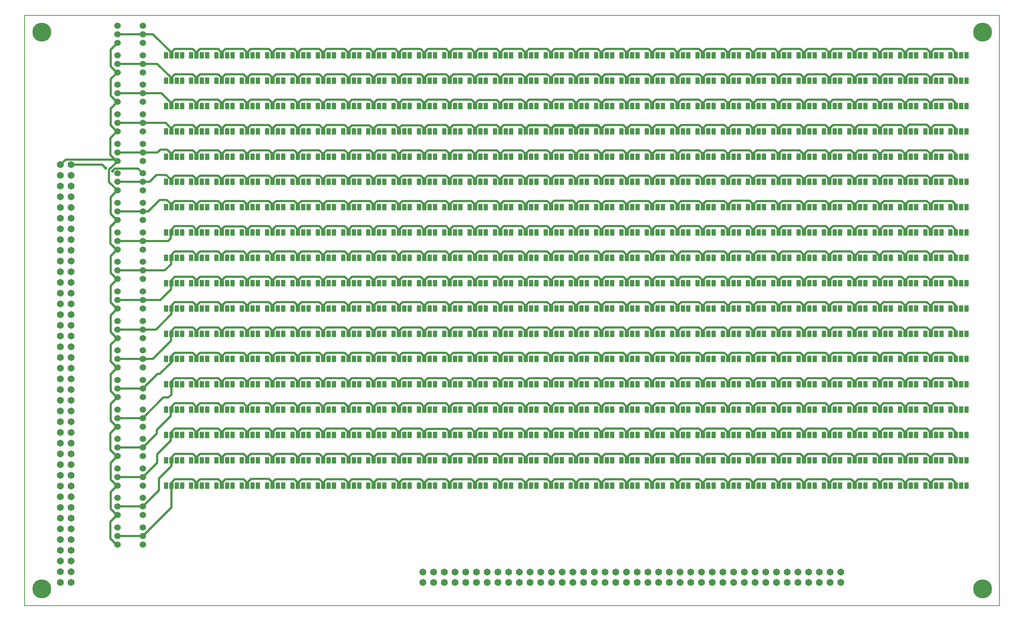
<source format=gbr>
G04 PROTEUS GERBER X2 FILE*
%TF.GenerationSoftware,Labcenter,Proteus,8.6-SP2-Build23525*%
%TF.CreationDate,2023-01-18T21:31:38+00:00*%
%TF.FileFunction,Copper,L1,Top*%
%TF.FilePolarity,Positive*%
%TF.Part,Single*%
%FSLAX45Y45*%
%MOMM*%
G01*
%TA.AperFunction,Conductor*%
%ADD10C,0.508000*%
%TA.AperFunction,ViaPad*%
%ADD11C,0.762000*%
%AMPPAD002*
4,1,36,
-0.228600,0.762000,
0.228600,0.762000,
0.290920,0.755940,
0.348560,0.738490,
0.400380,0.710770,
0.445290,0.673890,
0.482160,0.628980,
0.509880,0.577160,
0.527330,0.519520,
0.533400,0.457200,
0.533400,-0.457200,
0.527330,-0.519520,
0.509880,-0.577160,
0.482160,-0.628980,
0.445290,-0.673890,
0.400380,-0.710770,
0.348560,-0.738490,
0.290920,-0.755940,
0.228600,-0.762000,
-0.228600,-0.762000,
-0.290920,-0.755940,
-0.348560,-0.738490,
-0.400380,-0.710770,
-0.445290,-0.673890,
-0.482160,-0.628980,
-0.509880,-0.577160,
-0.527330,-0.519520,
-0.533400,-0.457200,
-0.533400,0.457200,
-0.527330,0.519520,
-0.509880,0.577160,
-0.482160,0.628980,
-0.445290,0.673890,
-0.400380,0.710770,
-0.348560,0.738490,
-0.290920,0.755940,
-0.228600,0.762000,
0*%
%TA.AperFunction,ComponentPad*%
%ADD12PPAD002*%
%TA.AperFunction,ComponentPad*%
%ADD13C,1.651000*%
%TA.AperFunction,ComponentPad*%
%ADD14C,1.524000*%
%TA.AperFunction,OtherPad,Unknown*%
%ADD15C,4.500000*%
%TA.AperFunction,Profile*%
%ADD16C,0.203200*%
%TD.AperFunction*%
D10*
X-7028252Y+5245252D02*
X-7028252Y+5250000D01*
X-7028252Y+5850000D02*
X-7028252Y+5917748D01*
X-6946000Y+6000000D01*
X-6515252Y+6000000D01*
X-6428252Y+5913000D01*
X-6428252Y+5850000D01*
X-6428252Y+5917748D01*
X-6346000Y+6000000D01*
X-5915252Y+6000000D01*
X-5828252Y+5913000D01*
X-5828252Y+5850000D01*
X-5828252Y+5917748D01*
X-5746000Y+6000000D01*
X-5315252Y+6000000D01*
X-5228252Y+5913000D01*
X-5228252Y+5850000D01*
X-5228252Y+5917748D01*
X-5146000Y+6000000D01*
X-4715252Y+6000000D01*
X-4628252Y+5913000D01*
X-4628252Y+5850000D01*
X-4628252Y+5917748D01*
X-4546000Y+6000000D01*
X-4115252Y+6000000D01*
X-4028252Y+5913000D01*
X-4028252Y+5850000D01*
X-4028252Y+5917748D01*
X-3946000Y+6000000D01*
X-3515252Y+6000000D01*
X-3428252Y+5913000D01*
X-3428252Y+5850000D01*
X-3428252Y+5917748D01*
X-3346000Y+6000000D01*
X-2915252Y+6000000D01*
X-2828252Y+5913000D01*
X-2828252Y+5850000D01*
X-2828252Y+5917748D01*
X-2746000Y+6000000D01*
X-2315252Y+6000000D01*
X-2228252Y+5913000D01*
X-2228252Y+5850000D01*
X-2228252Y+5917748D01*
X-2146000Y+6000000D01*
X-1715252Y+6000000D01*
X-1628252Y+5913000D01*
X-1628252Y+5850000D01*
X-1628252Y+5917748D01*
X-1546000Y+6000000D01*
X-1115252Y+6000000D01*
X-1028252Y+5913000D01*
X-1028252Y+5850000D01*
X-1028252Y+5917748D01*
X-946000Y+6000000D01*
X-515252Y+6000000D01*
X-428252Y+5913000D01*
X-428252Y+5850000D01*
X-428252Y+5917748D01*
X-346000Y+6000000D01*
X+84748Y+6000000D01*
X+171748Y+5913000D01*
X+171748Y+5850000D01*
X+171748Y+5917748D01*
X+254000Y+6000000D01*
X+684748Y+6000000D01*
X+771748Y+5913000D01*
X+771748Y+5850000D01*
X+771748Y+5917748D01*
X+854000Y+6000000D01*
X+1284748Y+6000000D01*
X+1371748Y+5913000D01*
X+1371748Y+5850000D01*
X+1371748Y+5917748D01*
X+1454000Y+6000000D01*
X+1884748Y+6000000D01*
X+1971748Y+5913000D01*
X+1971748Y+5850000D01*
X+1971748Y+5917748D01*
X+2054000Y+6000000D01*
X+2484748Y+6000000D01*
X+2571748Y+5913000D01*
X+2571748Y+5850000D01*
X+2571748Y+5917748D01*
X+2654000Y+6000000D01*
X+3084748Y+6000000D01*
X+3171748Y+5913000D01*
X+3171748Y+5850000D01*
X+3171748Y+5917748D01*
X+3254000Y+6000000D01*
X+3684748Y+6000000D01*
X+3771748Y+5913000D01*
X+3771748Y+5850000D01*
X+3771748Y+5917748D01*
X+3854000Y+6000000D01*
X+4284748Y+6000000D01*
X+4371748Y+5913000D01*
X+4371748Y+5850000D01*
X+4371748Y+5917748D01*
X+4454000Y+6000000D01*
X+4884748Y+6000000D01*
X+4971748Y+5913000D01*
X+4971748Y+5850000D01*
X+4971748Y+5917748D01*
X+5054000Y+6000000D01*
X+5484748Y+6000000D01*
X+5571748Y+5913000D01*
X+5571748Y+5850000D01*
X+5571748Y+5917748D01*
X+5654000Y+6000000D01*
X+6084748Y+6000000D01*
X+6171748Y+5913000D01*
X+6171748Y+5850000D01*
X+6171748Y+5917748D01*
X+6254000Y+6000000D01*
X+6684748Y+6000000D01*
X+6771748Y+5913000D01*
X+6771748Y+5850000D01*
X+6771748Y+5917748D01*
X+6854000Y+6000000D01*
X+7284748Y+6000000D01*
X+7371748Y+5913000D01*
X+7371748Y+5850000D01*
X+7371748Y+5917748D01*
X+7454000Y+6000000D01*
X+7884748Y+6000000D01*
X+7971748Y+5913000D01*
X+7971748Y+5850000D01*
X+7971748Y+5917748D01*
X+8054000Y+6000000D01*
X+8484748Y+6000000D01*
X+8571748Y+5913000D01*
X+8571748Y+5850000D01*
X+8571748Y+5917748D01*
X+8654000Y+6000000D01*
X+9084748Y+6000000D01*
X+9171748Y+5913000D01*
X+9171748Y+5850000D01*
X+9171748Y+5917748D01*
X+9254000Y+6000000D01*
X+9684748Y+6000000D01*
X+9771748Y+5913000D01*
X+9771748Y+5850000D01*
X+9771748Y+5917748D01*
X+9854000Y+6000000D01*
X+10284748Y+6000000D01*
X+10371748Y+5913000D01*
X+10371748Y+5850000D01*
X+10371748Y+5917748D01*
X+10454000Y+6000000D01*
X+10884748Y+6000000D01*
X+10971748Y+5913000D01*
X+10971748Y+5850000D01*
X-7628252Y+5900000D02*
X-7628252Y+5881679D01*
X-7628252Y+5850000D01*
X-7628252Y+5881679D01*
X-7628252Y+5900000D01*
X-7628252Y+5917748D01*
X-7546000Y+6000000D01*
X-7115252Y+6000000D01*
X-7028252Y+5913000D01*
X-7028252Y+5850000D01*
X-7628252Y-150000D02*
X-7628252Y-82252D01*
X-7546000Y+0D01*
X-7115252Y+0D01*
X-7028252Y-87000D01*
X-7028252Y-150000D01*
X-7628252Y-750000D02*
X-7628252Y-682252D01*
X-7546000Y-600000D01*
X-7115252Y-600000D01*
X-7028252Y-687000D01*
X-7028252Y-750000D01*
X-7628252Y-1350000D02*
X-7628252Y-1282252D01*
X-7546000Y-1200000D01*
X-7115252Y-1200000D01*
X-7028252Y-1287000D01*
X-7028252Y-1350000D01*
X-7628252Y-1950000D02*
X-7628252Y-1882252D01*
X-7546000Y-1800000D01*
X-7115252Y-1800000D01*
X-7028252Y-1887000D01*
X-7028252Y-1950000D01*
X-7628252Y-2550000D02*
X-7628252Y-2482252D01*
X-7546000Y-2400000D01*
X-7115252Y-2400000D01*
X-7028252Y-2487000D01*
X-7028252Y-2550000D01*
X-7028252Y+5250000D02*
X-7028252Y+5313000D01*
X-7628252Y+5250000D02*
X-7628252Y+5317748D01*
X-7546000Y+5400000D01*
X-7115252Y+5400000D01*
X-7028252Y+5313000D01*
X-6428252Y+5250000D02*
X-6428252Y+5313000D01*
X-7028252Y+5313000D02*
X-7028252Y+5317748D01*
X-6946000Y+5400000D01*
X-6515252Y+5400000D01*
X-6428252Y+5313000D01*
X-5828252Y+5250000D02*
X-5828252Y+5313000D01*
X-6428252Y+5313000D02*
X-6428252Y+5317748D01*
X-6346000Y+5400000D01*
X-5915252Y+5400000D01*
X-5828252Y+5313000D01*
X-5228252Y+5250000D02*
X-5228252Y+5313000D01*
X-5828252Y+5313000D02*
X-5828252Y+5317748D01*
X-5746000Y+5400000D01*
X-5315252Y+5400000D01*
X-5228252Y+5313000D01*
X-4628252Y+5250000D02*
X-4628252Y+5313000D01*
X-5228252Y+5313000D02*
X-5228252Y+5317748D01*
X-5146000Y+5400000D01*
X-4715252Y+5400000D01*
X-4628252Y+5313000D01*
X-4028252Y+5250000D02*
X-4028252Y+5313000D01*
X-4628252Y+5313000D02*
X-4628252Y+5317748D01*
X-4546000Y+5400000D01*
X-4115252Y+5400000D01*
X-4028252Y+5313000D01*
X-3428252Y+5250000D02*
X-3428252Y+5313000D01*
X-4028252Y+5313000D02*
X-4028252Y+5317748D01*
X-3946000Y+5400000D01*
X-3515252Y+5400000D01*
X-3428252Y+5313000D01*
X-2828252Y+5250000D02*
X-2828252Y+5313000D01*
X-3428252Y+5313000D02*
X-3428252Y+5317748D01*
X-3346000Y+5400000D01*
X-2915252Y+5400000D01*
X-2828252Y+5313000D01*
X-2228252Y+5250000D02*
X-2228252Y+5313000D01*
X-2828252Y+5313000D02*
X-2828252Y+5317748D01*
X-2746000Y+5400000D01*
X-2315252Y+5400000D01*
X-2228252Y+5313000D01*
X-2828252Y+4713000D02*
X-2828252Y+4717748D01*
X-2746000Y+4800000D01*
X-2315252Y+4800000D01*
X-2228252Y+4713000D01*
X-2228252Y+4650000D01*
X-3428252Y+4713000D02*
X-3428252Y+4717748D01*
X-3346000Y+4800000D01*
X-2915252Y+4800000D01*
X-2828252Y+4713000D01*
X-2828252Y+4650000D01*
X-4028252Y+4713000D02*
X-4028252Y+4717748D01*
X-3946000Y+4800000D01*
X-3515252Y+4800000D01*
X-3428252Y+4713000D01*
X-3428252Y+4650000D01*
X-4628252Y+4713000D02*
X-4628252Y+4717748D01*
X-4546000Y+4800000D01*
X-4115252Y+4800000D01*
X-4028252Y+4713000D01*
X-4028252Y+4650000D01*
X-5228252Y+4713000D02*
X-5228252Y+4717748D01*
X-5146000Y+4800000D01*
X-4715252Y+4800000D01*
X-4628252Y+4713000D01*
X-4628252Y+4650000D01*
X-5828252Y+4713000D02*
X-5828252Y+4717748D01*
X-5746000Y+4800000D01*
X-5315252Y+4800000D01*
X-5228252Y+4713000D01*
X-5228252Y+4650000D01*
X-6428252Y+4713000D02*
X-6428252Y+4717748D01*
X-6346000Y+4800000D01*
X-5915252Y+4800000D01*
X-5828252Y+4713000D01*
X-5828252Y+4650000D01*
X-7028252Y+4650000D02*
X-7028252Y+4713000D01*
X-7028252Y+4717748D01*
X-6946000Y+4800000D01*
X-6515252Y+4800000D01*
X-6428252Y+4713000D01*
X-6428252Y+4650000D01*
X-7628252Y+4650000D02*
X-7628252Y+4717748D01*
X-7546000Y+4800000D01*
X-7115252Y+4800000D01*
X-7028252Y+4713000D01*
X-7028252Y+4050000D02*
X-7028252Y+4113000D01*
X-7028252Y+4117748D01*
X-6946000Y+4200000D01*
X-6515252Y+4200000D01*
X-6428252Y+4113000D01*
X-7628252Y+4050000D02*
X-7628252Y+4117748D01*
X-7546000Y+4200000D01*
X-7115252Y+4200000D01*
X-7028252Y+4113000D01*
X-6428252Y+4050000D02*
X-6428252Y+4113000D01*
X-6428252Y+4117748D01*
X-6346000Y+4200000D01*
X-5915252Y+4200000D01*
X-5828252Y+4113000D01*
X-4628252Y+4113000D02*
X-4628252Y+4117748D01*
X-4546000Y+4200000D01*
X-4115252Y+4200000D01*
X-4028252Y+4113000D01*
X-4028252Y+4050000D02*
X-4028252Y+4063000D01*
X-4028252Y+4100000D01*
X-4028252Y+4113000D01*
X-4028252Y+4117748D01*
X-3946000Y+4200000D01*
X-3515252Y+4200000D01*
X-3428252Y+4113000D01*
X-2828252Y+4113000D02*
X-2828252Y+4117748D01*
X-2746000Y+4200000D01*
X-2315252Y+4200000D01*
X-2228252Y+4113000D01*
X-1628252Y+4113000D02*
X-1628252Y+4050000D01*
X-5228252Y+4050000D02*
X-5228252Y+4100000D01*
X-5228252Y+4113000D01*
X-5228252Y+4117748D01*
X-5146000Y+4200000D01*
X-4715252Y+4200000D01*
X-4628252Y+4113000D01*
X-4628252Y+4100000D01*
X-4628252Y+4063000D01*
X-4628252Y+4050000D01*
X-7028252Y+3450000D02*
X-7028252Y+3500000D01*
X-7028252Y+3513000D01*
X-7028252Y+2850000D02*
X-7028252Y+2863000D01*
X-7028252Y+2876000D01*
X-7028252Y+2887000D01*
X-7028252Y+2900000D01*
X-7028252Y+2913000D01*
X-6428252Y+2837000D02*
X-6428252Y+2850000D01*
X-5828252Y+2813000D02*
X-5828252Y+2826000D01*
X-5828252Y+2837000D01*
X-5228252Y+2826000D02*
X-5228252Y+2813000D01*
X-7028252Y+2250000D02*
X-7028252Y+2313000D01*
X-7628252Y+2250000D02*
X-7628252Y+2317748D01*
X-7546000Y+2400000D01*
X-7115252Y+2400000D01*
X-7028252Y+2313000D01*
X-5828252Y+2837000D02*
X-5828252Y+2839000D01*
X-5828252Y+2850000D01*
X-5228252Y+2850000D02*
X-5228252Y+2837000D01*
X-5228252Y+2826000D01*
X-4628252Y+2848000D02*
X-4628252Y+2850000D01*
X-4028252Y+2850000D02*
X-4028252Y+2848000D01*
X-2828252Y+2848000D02*
X-2828252Y+2850000D01*
X-1028252Y+2850000D02*
X-1028252Y+2848000D01*
X-2228252Y+2846000D02*
X-2228252Y+2848000D01*
X-2228252Y+2850000D01*
X-1628252Y+2850000D02*
X-1628252Y+2848000D01*
X-1628252Y+2846000D01*
X-7028252Y+1645252D02*
X-7028252Y+1647252D01*
X-7028252Y+1649252D01*
X-7028252Y+1650000D01*
X-7028252Y+1656252D01*
X-7028252Y+1658252D01*
X-7028252Y+1660252D01*
X-7028252Y+1669252D01*
X-7028252Y+1671252D01*
X-7028252Y+1684252D01*
X-7028252Y+1689000D01*
X-7028252Y+1695252D01*
X-7028252Y+1708252D01*
X-7028252Y+1710252D01*
X-7028252Y+1713000D01*
X-7628252Y+1650000D02*
X-7628252Y+1717748D01*
X-7546000Y+1800000D01*
X-7115252Y+1800000D01*
X-7028252Y+1713000D01*
X-7028252Y+450000D02*
X-7028252Y+513000D01*
X-7028252Y+517748D01*
X-6946000Y+600000D01*
X-6515252Y+600000D01*
X-6428252Y+513000D01*
X-6428252Y+450000D01*
X-7628252Y+450000D02*
X-7628252Y+517748D01*
X-7546000Y+600000D01*
X-7115252Y+600000D01*
X-7028252Y+513000D01*
X-6428252Y+1645252D02*
X-6428252Y+1647252D01*
X-6428252Y+1649252D01*
X-6428252Y+1650000D01*
X-5828252Y+1650000D02*
X-5828252Y+1645252D01*
X-1628252Y+5250000D02*
X-1628252Y+5313000D01*
X-2228252Y+5313000D02*
X-2228252Y+5317748D01*
X-2146000Y+5400000D01*
X-1715252Y+5400000D01*
X-1628252Y+5313000D01*
X-1028252Y+5250000D02*
X-1028252Y+5313000D01*
X-1628252Y+5313000D02*
X-1628252Y+5317748D01*
X-1546000Y+5400000D01*
X-1115252Y+5400000D01*
X-1028252Y+5313000D01*
X-428252Y+5250000D02*
X-428252Y+5313000D01*
X-1028252Y+5313000D02*
X-1028252Y+5317748D01*
X-946000Y+5400000D01*
X-515252Y+5400000D01*
X-428252Y+5313000D01*
X+171748Y+5250000D02*
X+171748Y+5313000D01*
X-428252Y+5313000D02*
X-428252Y+5317748D01*
X-346000Y+5400000D01*
X+84748Y+5400000D01*
X+171748Y+5313000D01*
X+771748Y+5250000D02*
X+771748Y+5313000D01*
X+171748Y+5313000D02*
X+171748Y+5317748D01*
X+254000Y+5400000D01*
X+684748Y+5400000D01*
X+771748Y+5313000D01*
X+1371748Y+5250000D02*
X+1371748Y+5313000D01*
X+771748Y+5313000D02*
X+771748Y+5317748D01*
X+854000Y+5400000D01*
X+1284748Y+5400000D01*
X+1371748Y+5313000D01*
X+1971748Y+5250000D02*
X+1971748Y+5313000D01*
X+1371748Y+5313000D02*
X+1371748Y+5317748D01*
X+1454000Y+5400000D01*
X+1884748Y+5400000D01*
X+1971748Y+5313000D01*
X+2571748Y+5250000D02*
X+2571748Y+5313000D01*
X+1971748Y+5313000D02*
X+1971748Y+5317748D01*
X+2054000Y+5400000D01*
X+2484748Y+5400000D01*
X+2571748Y+5313000D01*
X+3171748Y+5250000D02*
X+3171748Y+5313000D01*
X+2571748Y+5313000D02*
X+2571748Y+5317748D01*
X+2654000Y+5400000D01*
X+3084748Y+5400000D01*
X+3171748Y+5313000D01*
X+3771748Y+5250000D02*
X+3771748Y+5313000D01*
X+3171748Y+5313000D02*
X+3171748Y+5317748D01*
X+3254000Y+5400000D01*
X+3684748Y+5400000D01*
X+3771748Y+5313000D01*
X+4371748Y+5250000D02*
X+4371748Y+5313000D01*
X+3771748Y+5313000D02*
X+3771748Y+5317748D01*
X+3854000Y+5400000D01*
X+4284748Y+5400000D01*
X+4371748Y+5313000D01*
X+4971748Y+5250000D02*
X+4971748Y+5313000D01*
X+4371748Y+5313000D02*
X+4371748Y+5317748D01*
X+4454000Y+5400000D01*
X+4884748Y+5400000D01*
X+4971748Y+5313000D01*
X+5571748Y+5250000D02*
X+5571748Y+5313000D01*
X+4971748Y+5313000D02*
X+4971748Y+5317748D01*
X+5054000Y+5400000D01*
X+5484748Y+5400000D01*
X+5571748Y+5313000D01*
X+6171748Y+5250000D02*
X+6171748Y+5313000D01*
X+5571748Y+5313000D02*
X+5571748Y+5317748D01*
X+5654000Y+5400000D01*
X+6084748Y+5400000D01*
X+6171748Y+5313000D01*
X+6771748Y+5250000D02*
X+6771748Y+5313000D01*
X+6171748Y+5313000D02*
X+6171748Y+5317748D01*
X+6254000Y+5400000D01*
X+6684748Y+5400000D01*
X+6771748Y+5313000D01*
X+7371748Y+5250000D02*
X+7371748Y+5313000D01*
X+6771748Y+5313000D02*
X+6771748Y+5317748D01*
X+6854000Y+5400000D01*
X+7284748Y+5400000D01*
X+7371748Y+5313000D01*
X+7971748Y+5250000D02*
X+7971748Y+5313000D01*
X+7371748Y+5313000D02*
X+7371748Y+5317748D01*
X+7454000Y+5400000D01*
X+7884748Y+5400000D01*
X+7971748Y+5313000D01*
X+8571748Y+5250000D02*
X+8571748Y+5313000D01*
X+7971748Y+5313000D02*
X+7971748Y+5317748D01*
X+8054000Y+5400000D01*
X+8484748Y+5400000D01*
X+8571748Y+5313000D01*
X+9171748Y+5250000D02*
X+9171748Y+5313000D01*
X+8571748Y+5313000D02*
X+8571748Y+5317748D01*
X+8654000Y+5400000D01*
X+9084748Y+5400000D01*
X+9171748Y+5313000D01*
X+9771748Y+5250000D02*
X+9771748Y+5313000D01*
X+9171748Y+5313000D02*
X+9171748Y+5317748D01*
X+9254000Y+5400000D01*
X+9684748Y+5400000D01*
X+9771748Y+5313000D01*
X+10371748Y+5250000D02*
X+10371748Y+5313000D01*
X+10371748Y+5317748D01*
X+10454000Y+5400000D01*
X+10884748Y+5400000D01*
X+10971748Y+5313000D01*
X+10971748Y+5250000D01*
X+9771748Y+5313000D02*
X+9771748Y+5317748D01*
X+9854000Y+5400000D01*
X+10284748Y+5400000D01*
X+10371748Y+5313000D01*
X+10371748Y+4713000D02*
X+10371748Y+4717748D01*
X+10454000Y+4800000D01*
X+10884748Y+4800000D01*
X+10971748Y+4713000D01*
X+10971748Y+4650000D01*
X+9771748Y+4713000D02*
X+9771748Y+4717748D01*
X+9854000Y+4800000D01*
X+10284748Y+4800000D01*
X+10371748Y+4713000D01*
X+10371748Y+4650000D01*
X+9171748Y+4713000D02*
X+9171748Y+4717748D01*
X+9254000Y+4800000D01*
X+9684748Y+4800000D01*
X+9771748Y+4713000D01*
X+9771748Y+4650000D01*
X+8571748Y+4713000D02*
X+8571748Y+4717748D01*
X+8654000Y+4800000D01*
X+9084748Y+4800000D01*
X+9171748Y+4713000D01*
X+9171748Y+4650000D01*
X+7971748Y+4713000D02*
X+7971748Y+4717748D01*
X+8054000Y+4800000D01*
X+8484748Y+4800000D01*
X+8571748Y+4713000D01*
X+8571748Y+4650000D01*
X+7371748Y+4650000D02*
X+7371748Y+4713000D01*
X+7371748Y+4717748D01*
X+7454000Y+4800000D01*
X+7884748Y+4800000D01*
X+7971748Y+4713000D01*
X+7971748Y+4650000D01*
X+6771748Y+4650000D02*
X+6771748Y+4713000D01*
X+6771748Y+4717748D01*
X+6854000Y+4800000D01*
X+7284748Y+4800000D01*
X+7371748Y+4713000D01*
X+6171748Y+4650000D02*
X+6171748Y+4713000D01*
X+6171748Y+4717748D01*
X+6254000Y+4800000D01*
X+6684748Y+4800000D01*
X+6771748Y+4713000D01*
X+5571748Y+4650000D02*
X+5571748Y+4713000D01*
X+5571748Y+4717748D01*
X+5654000Y+4800000D01*
X+6084748Y+4800000D01*
X+6171748Y+4713000D01*
X+4971748Y+4650000D02*
X+4971748Y+4713000D01*
X+4971748Y+4717748D01*
X+5054000Y+4800000D01*
X+5484748Y+4800000D01*
X+5571748Y+4713000D01*
X+4371748Y+4650000D02*
X+4371748Y+4713000D01*
X+4371748Y+4717748D01*
X+4454000Y+4800000D01*
X+4884748Y+4800000D01*
X+4971748Y+4713000D01*
X+3771748Y+4650000D02*
X+3771748Y+4713000D01*
X+3771748Y+4717748D01*
X+3854000Y+4800000D01*
X+4284748Y+4800000D01*
X+4371748Y+4713000D01*
X+3171748Y+4650000D02*
X+3171748Y+4713000D01*
X+3171748Y+4717748D01*
X+3254000Y+4800000D01*
X+3684748Y+4800000D01*
X+3771748Y+4713000D01*
X+2571748Y+4650000D02*
X+2571748Y+4713000D01*
X+2571748Y+4717748D01*
X+2654000Y+4800000D01*
X+3084748Y+4800000D01*
X+3171748Y+4713000D01*
X+1971748Y+4650000D02*
X+1971748Y+4713000D01*
X+1971748Y+4717748D01*
X+2054000Y+4800000D01*
X+2484748Y+4800000D01*
X+2571748Y+4713000D01*
X+1244748Y+4600000D02*
X+1244748Y+4650000D01*
X+1371748Y+4650000D02*
X+1371748Y+4713000D01*
X+1371748Y+4717748D01*
X+1454000Y+4800000D01*
X+1884748Y+4800000D01*
X+1971748Y+4713000D01*
X+771748Y+4650000D02*
X+771748Y+4713000D01*
X+771748Y+4717748D01*
X+854000Y+4800000D01*
X+1284748Y+4800000D01*
X+1371748Y+4713000D01*
X+171748Y+4713000D02*
X+171748Y+4717748D01*
X+254000Y+4800000D01*
X+684748Y+4800000D01*
X+771748Y+4713000D01*
X-2228252Y+4713000D02*
X-2228252Y+4717748D01*
X-2146000Y+4800000D01*
X-1715252Y+4800000D01*
X-1628252Y+4713000D01*
X-1628252Y+4650000D01*
X-1628252Y+4713000D02*
X-1628252Y+4717748D01*
X-1546000Y+4800000D01*
X-1115252Y+4800000D01*
X-1028252Y+4713000D01*
X-1028252Y+4650000D01*
X-428252Y+4708252D02*
X-428252Y+4713000D01*
X-346000Y+4795252D01*
X+84748Y+4795252D01*
X+171748Y+4708252D01*
X+171748Y+4650000D01*
X+171748Y+4645252D01*
X+171748Y+4708252D02*
X+171748Y+4713000D01*
X-1028252Y+4713000D02*
X-1028252Y+4717748D01*
X-946000Y+4800000D01*
X-515252Y+4800000D01*
X-428252Y+4713000D01*
X-428252Y+4708252D02*
X-428252Y+4650000D01*
X-1628252Y+4113000D02*
X-1628252Y+4117748D01*
X-1546000Y+4200000D01*
X-1115252Y+4200000D01*
X-1028252Y+4113000D01*
X-1028252Y+4050000D01*
X-1028252Y+4113000D02*
X-1028252Y+4117748D01*
X-946000Y+4200000D01*
X-515252Y+4200000D01*
X-428252Y+4113000D01*
X-428252Y+4050000D01*
X-428252Y+4113000D02*
X-428252Y+4117748D01*
X-346000Y+4200000D01*
X+84748Y+4200000D01*
X+171748Y+4113000D01*
X+171748Y+4108252D02*
X+171748Y+4113000D01*
X+771748Y+4050000D02*
X+771748Y+4045252D01*
X+171748Y+4108252D02*
X+171748Y+4050000D01*
X+771748Y+4103504D02*
X+771748Y+4108252D01*
X+1371748Y+4050000D02*
X+1371748Y+4045252D01*
X+1371748Y+4040504D01*
X+771748Y+4103504D02*
X+771748Y+4050000D01*
X+1371748Y+4103504D02*
X+1454000Y+4185756D01*
X+1884748Y+4185756D01*
X+1971748Y+4098756D01*
X+1971748Y+4050000D02*
X+1971748Y+4045252D01*
X+1971748Y+4040504D01*
X+1971748Y+4035756D01*
X+1971748Y+4094008D02*
X+1971748Y+4098756D01*
X+2054000Y+4181008D01*
X+2484748Y+4181008D01*
X+2571748Y+4094008D01*
X+2571748Y+4050000D02*
X+2571748Y+4045252D01*
X+2571748Y+4040504D01*
X+2571748Y+4035756D01*
X+2571748Y+4031008D01*
X+1971748Y+4094008D02*
X+1971748Y+4050000D01*
X+3171748Y+4045252D02*
X+3171748Y+4040504D01*
X+3171748Y+4035756D01*
X+3171748Y+4031008D01*
X+3171748Y+4026260D01*
X+3171748Y+4050000D02*
X+3171748Y+4045252D01*
X+2571748Y+4050000D02*
X+2571748Y+4089260D01*
X+2571748Y+4092327D01*
X+2571748Y+4094008D01*
X+10371748Y+1050000D02*
X+10371748Y+1117748D01*
X+10454000Y+1200000D01*
X+10884748Y+1200000D01*
X+10971748Y+1113000D01*
X+10971748Y+1050000D01*
X+9771748Y+1113000D02*
X+9771748Y+1050000D01*
X+9771748Y+1113000D02*
X+9771748Y+1117748D01*
X+9854000Y+1200000D01*
X+10284748Y+1200000D01*
X+10371748Y+1113000D01*
X+10371748Y+1050000D01*
X+9171748Y+1113000D02*
X+9171748Y+1117748D01*
X+9254000Y+1200000D01*
X+9684748Y+1200000D01*
X+9771748Y+1113000D01*
X+7971748Y+1113000D02*
X+7971748Y+1050000D01*
X+7971748Y+1113000D02*
X+7971748Y+1117748D01*
X+8054000Y+1200000D01*
X+8484748Y+1200000D01*
X+8571748Y+1113000D01*
X+6771748Y+1050000D02*
X+6771748Y+1117748D01*
X+6854000Y+1200000D01*
X+7284748Y+1200000D01*
X+7371748Y+1113000D01*
X+7371748Y+1050000D01*
X+7371748Y+1113000D02*
X+7371748Y+1117748D01*
X+7454000Y+1200000D01*
X+7884748Y+1200000D01*
X+7971748Y+1113000D01*
X+6171748Y+1113000D02*
X+6171748Y+1050000D01*
X+6171748Y+1113000D02*
X+6171748Y+1117748D01*
X+6254000Y+1200000D01*
X+6684748Y+1200000D01*
X+6771748Y+1113000D01*
X+6771748Y+1050000D01*
X+5571748Y+1113000D02*
X+5571748Y+1050000D01*
X+5571748Y+1113000D02*
X+5571748Y+1117748D01*
X+5654000Y+1200000D01*
X+6084748Y+1200000D01*
X+6171748Y+1113000D01*
X+4371748Y+1113000D02*
X+4371748Y+1117748D01*
X+4454000Y+1200000D01*
X+4884748Y+1200000D01*
X+4971748Y+1113000D01*
X+3171748Y+1050000D02*
X+3171748Y+1117748D01*
X+3254000Y+1200000D01*
X+3684748Y+1200000D01*
X+3771748Y+1113000D01*
X+2571748Y+1113000D02*
X+2571748Y+1050000D01*
X+2571748Y+1113000D02*
X+2571748Y+1117748D01*
X+2654000Y+1200000D01*
X+3084748Y+1200000D01*
X+3171748Y+1113000D01*
X+3171748Y+1050000D01*
X+1971748Y+1113000D02*
X+1971748Y+1117748D01*
X+2054000Y+1200000D01*
X+2484748Y+1200000D01*
X+2571748Y+1113000D01*
X+771748Y+1113000D02*
X+771748Y+1050000D01*
X+771748Y+1113000D02*
X+771748Y+1117748D01*
X+854000Y+1200000D01*
X+1284748Y+1200000D01*
X+1371748Y+1113000D01*
X-428252Y+1050000D02*
X-428252Y+1117748D01*
X-346000Y+1200000D01*
X+84748Y+1200000D01*
X+171748Y+1113000D01*
X+171748Y+1050000D01*
X+171748Y+1113000D02*
X+171748Y+1117748D01*
X+254000Y+1200000D01*
X+684748Y+1200000D01*
X+771748Y+1113000D01*
X-1028252Y+1113000D02*
X-1028252Y+1050000D01*
X-1028252Y+1113000D02*
X-1028252Y+1117748D01*
X-946000Y+1200000D01*
X-515252Y+1200000D01*
X-428252Y+1113000D01*
X-428252Y+1050000D01*
X-1628252Y+1113000D02*
X-1628252Y+1050000D01*
X-1628252Y+1113000D02*
X-1628252Y+1117748D01*
X-1546000Y+1200000D01*
X-1115252Y+1200000D01*
X-1028252Y+1113000D01*
X-2228252Y+1113000D02*
X-2228252Y+1050000D01*
X-2228252Y+1113000D02*
X-2228252Y+1117748D01*
X-2146000Y+1200000D01*
X-1715252Y+1200000D01*
X-1628252Y+1113000D01*
X-2828252Y+1113000D02*
X-2828252Y+1050000D01*
X-2828252Y+1113000D02*
X-2828252Y+1117748D01*
X-2746000Y+1200000D01*
X-2315252Y+1200000D01*
X-2228252Y+1113000D01*
X-4028252Y+1050000D02*
X-4028252Y+1117748D01*
X-3946000Y+1200000D01*
X-3515252Y+1200000D01*
X-3428252Y+1113000D01*
X-3428252Y+1050000D01*
X-3428252Y+1113000D02*
X-3428252Y+1117748D01*
X-3346000Y+1200000D01*
X-2915252Y+1200000D01*
X-2828252Y+1113000D01*
X-4628252Y+1113000D02*
X-4628252Y+1050000D01*
X-4628252Y+1113000D02*
X-4628252Y+1117748D01*
X-4546000Y+1200000D01*
X-4115252Y+1200000D01*
X-4028252Y+1113000D01*
X-4028252Y+1050000D01*
X-5228252Y+1113000D02*
X-5228252Y+1050000D01*
X-5228252Y+1113000D02*
X-5228252Y+1117748D01*
X-5146000Y+1200000D01*
X-4715252Y+1200000D01*
X-4628252Y+1113000D01*
X-5828252Y+1113000D02*
X-5828252Y+1050000D01*
X-5828252Y+1113000D02*
X-5828252Y+1117748D01*
X-5746000Y+1200000D01*
X-5315252Y+1200000D01*
X-5228252Y+1113000D01*
X-6428252Y+1113000D02*
X-6428252Y+1050000D01*
X-6428252Y+1113000D02*
X-6428252Y+1117748D01*
X-6346000Y+1200000D01*
X-5915252Y+1200000D01*
X-5828252Y+1113000D01*
X-7028252Y+1113000D02*
X-7028252Y+1050000D01*
X-7028252Y+1113000D02*
X-7028252Y+1117748D01*
X-6946000Y+1200000D01*
X-6515252Y+1200000D01*
X-6428252Y+1113000D01*
X-7628252Y+4050000D02*
X-7628252Y+4117748D01*
X-7546000Y+4200000D01*
X-7115252Y+4200000D01*
X-7028252Y+4113000D01*
X-7028252Y+4050000D02*
X-7028252Y+4113000D01*
X-7028252Y+4117748D01*
X-6946000Y+4200000D01*
X-6515252Y+4200000D01*
X-6428252Y+4113000D01*
X-6428252Y+4050000D02*
X-6428252Y+4113000D01*
X-6428252Y+4117748D01*
X-6346000Y+4200000D01*
X-5915252Y+4200000D01*
X-5828252Y+4113000D01*
X-5228252Y+4050000D02*
X-5228252Y+4117748D01*
X-5146000Y+4200000D01*
X-4715252Y+4200000D01*
X-4628252Y+4113000D01*
X-4628252Y+4050000D02*
X-4628252Y+4113000D01*
X-4628252Y+4117748D01*
X-4546000Y+4200000D01*
X-4115252Y+4200000D01*
X-4028252Y+4113000D01*
X-4028252Y+4050000D02*
X-4028252Y+4113000D01*
X-4028252Y+4117748D01*
X-3946000Y+4200000D01*
X-3515252Y+4200000D01*
X-3428252Y+4113000D01*
X-1628252Y+4050000D02*
X-1628252Y+4113000D01*
X-1628252Y+4117748D01*
X-1546000Y+4200000D01*
X-1115252Y+4200000D01*
X-1028252Y+4113000D01*
X-1028252Y+4050000D02*
X-1028252Y+4113000D01*
X-1028252Y+4117748D01*
X-946000Y+4200000D01*
X-515252Y+4200000D01*
X-428252Y+4113000D01*
X-428252Y+4050000D02*
X-428252Y+4117748D01*
X-346000Y+4200000D01*
X+84748Y+4200000D01*
X+171748Y+4113000D01*
X+171748Y+4050000D02*
X+171748Y+4113000D01*
X+171748Y+4117748D01*
X+254000Y+4200000D01*
X+684748Y+4200000D01*
X+771748Y+4113000D01*
X+771748Y+4117748D01*
X+854000Y+4200000D01*
X+1284748Y+4200000D01*
X+1371748Y+4113000D01*
X+1971748Y+4050000D02*
X+1971748Y+4117748D01*
X+2054000Y+4200000D01*
X+2484748Y+4200000D01*
X+2571748Y+4113000D01*
X+2571748Y+4050000D02*
X+2571748Y+4113000D01*
X+2571748Y+4117748D01*
X+2654000Y+4200000D01*
X+3084748Y+4200000D01*
X+3171748Y+4113000D01*
X+3171748Y+4050000D02*
X+3171748Y+4113000D01*
X+4971748Y+4050000D02*
X+4971748Y+4113000D01*
X+4971748Y+4117748D01*
X+5054000Y+4200000D01*
X+5484748Y+4200000D01*
X+5571748Y+4113000D01*
X+5571748Y+4050000D02*
X+5571748Y+4113000D01*
X+5571748Y+4117748D01*
X+5654000Y+4200000D01*
X+6084748Y+4200000D01*
X+6171748Y+4113000D01*
X+8571748Y+4050000D02*
X+8571748Y+4113000D01*
X-3428252Y+4050000D02*
X-3428252Y+4063000D01*
X-3428252Y+4100000D01*
X-3428252Y+4113000D01*
X-3428252Y+4115238D01*
X-3350334Y+4193156D01*
X-2928970Y+4193156D01*
X-2848814Y+4113000D01*
X-2828252Y+4113000D01*
X-2828252Y+4100000D01*
X-2828252Y+4063000D01*
X-2828252Y+4050000D01*
X-2828252Y+4113000D02*
X-2828252Y+4117748D01*
X-2746000Y+4200000D01*
X-2315252Y+4200000D01*
X-2228252Y+4113000D01*
X+4371748Y+4050000D02*
X+4371748Y+4113000D01*
X+4314374Y+4170374D01*
X+4284748Y+4200000D01*
X+3854000Y+4200000D01*
X+3771748Y+4117748D01*
X+3771748Y+4113000D01*
X+3771748Y+4050000D01*
X+4284748Y+4200000D02*
X+4314374Y+4170374D01*
X+4371748Y+4113000D01*
X+7971748Y+4050000D02*
X+7971748Y+4113000D01*
X+7971748Y+4117748D01*
X+8054000Y+4200000D01*
X+8484748Y+4200000D01*
X+8571748Y+4113000D01*
X+8571748Y+4117748D01*
X+8654000Y+4200000D01*
X+9084748Y+4200000D01*
X+9171748Y+4113000D01*
X+9171748Y+4050000D01*
X+9171748Y+4113000D02*
X+9171748Y+4117748D01*
X+9254000Y+4200000D01*
X+9684748Y+4200000D01*
X+9771748Y+4113000D01*
X+6171748Y+4050000D02*
X+6171748Y+4113000D01*
X+6171748Y+4117748D01*
X+6254000Y+4200000D01*
X+6684748Y+4200000D01*
X+6771748Y+4113000D01*
X+6771748Y+4050000D01*
X+6771748Y+4113000D02*
X+6771748Y+4117748D01*
X+6854000Y+4200000D01*
X+7284748Y+4200000D01*
X+7371748Y+4113000D01*
X-2228252Y+4050000D02*
X-2228252Y+4063000D01*
X-2228252Y+4100000D01*
X-2228252Y+4113000D01*
X-2228252Y+4131137D01*
X-2165339Y+4194050D01*
X-1709302Y+4194050D01*
X-1641452Y+4126200D01*
X-1628252Y+4050000D01*
X-7028252Y+450000D02*
X-7028252Y+513000D01*
X-7028252Y+517748D01*
X-6946000Y+600000D01*
X-6515252Y+600000D01*
X-6428252Y+513000D01*
X-6428252Y+450000D01*
X-7628252Y+450000D02*
X-7628252Y+517748D01*
X-7546000Y+600000D01*
X-7115252Y+600000D01*
X-7028252Y+513000D01*
X-5828252Y+450000D02*
X-5828252Y+513000D01*
X-5828252Y+517748D01*
X-5746000Y+600000D01*
X-5315252Y+600000D01*
X-5228252Y+513000D01*
X-5228252Y+450000D01*
X-6428252Y+450000D02*
X-6428252Y+517748D01*
X-6346000Y+600000D01*
X-5915252Y+600000D01*
X-5828252Y+513000D01*
X-4628252Y+450000D02*
X-4628252Y+513000D01*
X-4628252Y+517748D01*
X-4546000Y+600000D01*
X-4115252Y+600000D01*
X-4028252Y+513000D01*
X-4028252Y+450000D01*
X-5228252Y+450000D02*
X-5228252Y+517748D01*
X-5146000Y+600000D01*
X-4715252Y+600000D01*
X-4628252Y+513000D01*
X-3428252Y+450000D02*
X-3428252Y+513000D01*
X-3428252Y+517748D01*
X-3346000Y+600000D01*
X-2915252Y+600000D01*
X-2828252Y+513000D01*
X-2828252Y+450000D01*
X-4028252Y+450000D02*
X-4028252Y+517748D01*
X-3946000Y+600000D01*
X-3515252Y+600000D01*
X-3428252Y+513000D01*
X-2228252Y+450000D02*
X-2228252Y+513000D01*
X-2228252Y+517748D01*
X-2146000Y+600000D01*
X-1715252Y+600000D01*
X-1628252Y+513000D01*
X-1628252Y+450000D01*
X-2828252Y+450000D02*
X-2828252Y+517748D01*
X-2746000Y+600000D01*
X-2315252Y+600000D01*
X-2228252Y+513000D01*
X-1028252Y+450000D02*
X-1028252Y+513000D01*
X-1028252Y+517748D01*
X-946000Y+600000D01*
X-515252Y+600000D01*
X-428252Y+513000D01*
X-428252Y+450000D01*
X-1628252Y+450000D02*
X-1628252Y+517748D01*
X-1546000Y+600000D01*
X-1115252Y+600000D01*
X-1028252Y+513000D01*
X+171748Y+450000D02*
X+171748Y+513000D01*
X+171748Y+517748D01*
X+254000Y+600000D01*
X+684748Y+600000D01*
X+771748Y+513000D01*
X+771748Y+450000D01*
X-428252Y+450000D02*
X-428252Y+517748D01*
X-346000Y+600000D01*
X+84748Y+600000D01*
X+171748Y+513000D01*
X+1371748Y+450000D02*
X+1371748Y+513000D01*
X+1371748Y+517748D01*
X+1454000Y+600000D01*
X+1884748Y+600000D01*
X+1971748Y+513000D01*
X+1971748Y+450000D01*
X+771748Y+450000D02*
X+771748Y+517748D01*
X+854000Y+600000D01*
X+1284748Y+600000D01*
X+1371748Y+513000D01*
X+2571748Y+450000D02*
X+2571748Y+513000D01*
X+2571748Y+517748D01*
X+2654000Y+600000D01*
X+3084748Y+600000D01*
X+3171748Y+513000D01*
X+3171748Y+450000D01*
X+1971748Y+450000D02*
X+1971748Y+517748D01*
X+2054000Y+600000D01*
X+2484748Y+600000D01*
X+2571748Y+513000D01*
X+3771748Y+450000D02*
X+3771748Y+513000D01*
X+3771748Y+517748D01*
X+3854000Y+600000D01*
X+4284748Y+600000D01*
X+4371748Y+513000D01*
X+4371748Y+450000D01*
X+3171748Y+450000D02*
X+3171748Y+517748D01*
X+3254000Y+600000D01*
X+3684748Y+600000D01*
X+3771748Y+513000D01*
X+4971748Y+450000D02*
X+4971748Y+513000D01*
X+4971748Y+517748D01*
X+5054000Y+600000D01*
X+5484748Y+600000D01*
X+5571748Y+513000D01*
X+5571748Y+450000D01*
X+4371748Y+450000D02*
X+4371748Y+517748D01*
X+4454000Y+600000D01*
X+4884748Y+600000D01*
X+4971748Y+513000D01*
X+6171748Y+450000D02*
X+6171748Y+513000D01*
X+6171748Y+517748D01*
X+6254000Y+600000D01*
X+6684748Y+600000D01*
X+6771748Y+513000D01*
X+6771748Y+450000D01*
X+5571748Y+450000D02*
X+5571748Y+517748D01*
X+5654000Y+600000D01*
X+6084748Y+600000D01*
X+6171748Y+513000D01*
X+7371748Y+450000D02*
X+7371748Y+513000D01*
X+7371748Y+517748D01*
X+7454000Y+600000D01*
X+7884748Y+600000D01*
X+7971748Y+513000D01*
X+7971748Y+450000D01*
X+6771748Y+450000D02*
X+6771748Y+517748D01*
X+6854000Y+600000D01*
X+7284748Y+600000D01*
X+7371748Y+513000D01*
X+8571748Y+450000D02*
X+8571748Y+513000D01*
X+8571748Y+517748D01*
X+8654000Y+600000D01*
X+9084748Y+600000D01*
X+9171748Y+513000D01*
X+9171748Y+450000D01*
X+7971748Y+450000D02*
X+7971748Y+517748D01*
X+8054000Y+600000D01*
X+8484748Y+600000D01*
X+8571748Y+513000D01*
X+9771748Y+450000D02*
X+9771748Y+513000D01*
X+9771748Y+517748D01*
X+9854000Y+600000D01*
X+10284748Y+600000D01*
X+10371748Y+513000D01*
X+10371748Y+450000D01*
X+9171748Y+450000D02*
X+9171748Y+517748D01*
X+9254000Y+600000D01*
X+9684748Y+600000D01*
X+9771748Y+513000D01*
X+10971748Y+450000D02*
X+10971748Y+513000D01*
X+10371748Y+450000D02*
X+10371748Y+517748D01*
X+10454000Y+600000D01*
X+10884748Y+600000D01*
X+10971748Y+513000D01*
X-7628252Y-150000D02*
X-7628252Y-82252D01*
X-7546000Y+0D01*
X-7115252Y+0D01*
X-7028252Y-87000D01*
X-7028252Y-150000D01*
X-7028252Y-82252D01*
X-6946000Y+0D01*
X-6515252Y+0D01*
X-6428252Y-87000D01*
X-6428252Y-150000D01*
X-6428252Y-82252D01*
X-6346000Y+0D01*
X-5915252Y+0D01*
X-5828252Y-87000D01*
X-5828252Y-150000D01*
X-5828252Y-82252D01*
X-5746000Y+0D01*
X-5315252Y+0D01*
X-5228252Y-87000D01*
X-5228252Y-150000D01*
X-5228252Y-82252D01*
X-5146000Y+0D01*
X-4715252Y+0D01*
X-4628252Y-87000D01*
X-4628252Y-150000D01*
X-4628252Y-82252D01*
X-4546000Y+0D01*
X-4115252Y+0D01*
X-4028252Y-87000D01*
X-4028252Y-150000D01*
X-4028252Y-82252D01*
X-3946000Y+0D01*
X-3515252Y+0D01*
X-3428252Y-87000D01*
X-3428252Y-150000D01*
X-3428252Y-82252D01*
X-3346000Y+0D01*
X-2915252Y+0D01*
X-2828252Y-87000D01*
X-2828252Y-150000D01*
X-2828252Y-82252D01*
X-2746000Y+0D01*
X-2315252Y+0D01*
X-2228252Y-87000D01*
X-2228252Y-150000D01*
X-2228252Y-82252D01*
X-2146000Y+0D01*
X-1715252Y+0D01*
X-1628252Y-87000D01*
X-1628252Y-150000D01*
X-1628252Y-82252D01*
X-1546000Y+0D01*
X-1115252Y+0D01*
X-1028252Y-87000D01*
X-1028252Y-150000D01*
X-1028252Y-82252D01*
X-946000Y+0D01*
X-515252Y+0D01*
X-428252Y-87000D01*
X-428252Y-150000D01*
X-428252Y-82252D01*
X-346000Y+0D01*
X+84748Y+0D01*
X+171748Y-87000D01*
X+171748Y-150000D01*
X+171748Y-82252D01*
X+254000Y+0D01*
X+684748Y+0D01*
X+771748Y-87000D01*
X+771748Y-150000D01*
X+771748Y-82252D01*
X+854000Y+0D01*
X+1284748Y+0D01*
X+1371748Y-87000D01*
X+1371748Y-150000D01*
X+1371748Y-82252D01*
X+1454000Y+0D01*
X+1884748Y+0D01*
X+1971748Y-87000D01*
X+1971748Y-150000D01*
X+1971748Y-82252D01*
X+2054000Y+0D01*
X+2484748Y+0D01*
X+2571748Y-87000D01*
X+2571748Y-150000D01*
X+2571748Y-82252D01*
X+2654000Y+0D01*
X+3084748Y+0D01*
X+3171748Y-87000D01*
X+3171748Y-150000D01*
X+3171748Y-82252D01*
X+3254000Y+0D01*
X+3684748Y+0D01*
X+3771748Y-87000D01*
X+3771748Y-150000D01*
X+3771748Y-82252D01*
X+3854000Y+0D01*
X+4284748Y+0D01*
X+4371748Y-87000D01*
X+4371748Y-150000D01*
X+4371748Y-82252D01*
X+4454000Y+0D01*
X+4884748Y+0D01*
X+4971748Y-87000D01*
X+4971748Y-150000D01*
X+4971748Y-82252D01*
X+5054000Y+0D01*
X+5484748Y+0D01*
X+5571748Y-87000D01*
X+5571748Y-150000D01*
X+5571748Y-82252D01*
X+5654000Y+0D01*
X+6084748Y+0D01*
X+6171748Y-87000D01*
X+6171748Y-150000D01*
X+6171748Y-82252D01*
X+6254000Y+0D01*
X+6684748Y+0D01*
X+6771748Y-87000D01*
X+6771748Y-150000D01*
X+6771748Y-82252D01*
X+6854000Y+0D01*
X+7284748Y+0D01*
X+7371748Y-87000D01*
X+7371748Y-150000D01*
X+7371748Y-82252D01*
X+7454000Y+0D01*
X+7884748Y+0D01*
X+7971748Y-87000D01*
X+7971748Y-150000D01*
X+7971748Y-82252D01*
X+8054000Y+0D01*
X+8484748Y+0D01*
X+8571748Y-87000D01*
X+8571748Y-150000D01*
X+8571748Y-82252D01*
X+8654000Y+0D01*
X+9084748Y+0D01*
X+9171748Y-87000D01*
X+9171748Y-150000D01*
X+9171748Y-82252D01*
X+9254000Y+0D01*
X+9684748Y+0D01*
X+9771748Y-87000D01*
X+9771748Y-150000D01*
X+9771748Y-82252D01*
X+9854000Y+0D01*
X+10284748Y+0D01*
X+10371748Y-87000D01*
X+10371748Y-150000D01*
X+10371748Y-82252D01*
X+10454000Y+0D01*
X+10884748Y+0D01*
X+10971748Y-87000D01*
X+10971748Y-150000D01*
X+1371748Y+1050000D02*
X+1371748Y+1113000D01*
X+1371748Y+1117748D01*
X+1454000Y+1200000D01*
X+1884748Y+1200000D01*
X+1971748Y+1113000D01*
X+1971748Y+1050000D01*
X+3771748Y+1050000D02*
X+3771748Y+1098771D01*
X+3866846Y+1193869D01*
X+3866846Y+1201485D01*
X+4262530Y+1201485D01*
X+4351015Y+1113000D01*
X+4371748Y+1113000D01*
X+4371748Y+1050000D01*
X+3771748Y+1113000D02*
X+3771748Y+1098771D01*
X+8571748Y+1050000D02*
X+8571748Y+1092868D01*
X+8675868Y+1196988D01*
X+8691532Y+1196988D01*
X+9067130Y+1196988D01*
X+9151118Y+1113000D01*
X+9171748Y+1113000D01*
X+9171748Y+1050000D01*
X+8571748Y+1113000D02*
X+8571748Y+1092868D01*
X-1028252Y+3450000D02*
X-1028252Y+3449252D01*
X-1028252Y+3447252D01*
X-1028252Y+3445252D01*
X-428252Y+3450000D02*
X-428252Y+3445252D01*
X-428252Y+3444504D01*
X-428252Y+3442504D01*
X-428252Y+3440504D01*
X+171748Y+3450000D02*
X+171748Y+3448756D01*
X+171748Y+3446756D01*
X+171748Y+3445252D01*
X+171748Y+3440504D01*
X+171748Y+3439756D01*
X+171748Y+3437756D01*
X+171748Y+3435756D01*
X+771748Y+3450000D02*
X+771748Y+3446008D01*
X+771748Y+3445252D01*
X+771748Y+3444008D01*
X+771748Y+3442008D01*
X+771748Y+3440504D01*
X+771748Y+3435756D01*
X+771748Y+3435008D01*
X+771748Y+3433008D01*
X+771748Y+3431008D01*
X+1371748Y+3450000D02*
X+1371748Y+3445252D01*
X-7628252Y-750000D02*
X-7628252Y-682252D01*
X-7546000Y-600000D01*
X-7115252Y-600000D01*
X-7028252Y-687000D01*
X-7028252Y-750000D01*
X-7028252Y-682252D01*
X-6946000Y-600000D01*
X-6515252Y-600000D01*
X-6428252Y-687000D01*
X-6428252Y-750000D01*
X-6428252Y-682252D01*
X-6346000Y-600000D01*
X-5915252Y-600000D01*
X-5828252Y-687000D01*
X-5828252Y-750000D01*
X-1628252Y-750000D02*
X-1628252Y-682252D01*
X-1546000Y-600000D01*
X-1115252Y-600000D01*
X-1028252Y-687000D01*
X-1028252Y-750000D01*
X-1028252Y-682252D01*
X-946000Y-600000D01*
X-515252Y-600000D01*
X-428252Y-687000D01*
X-428252Y-750000D01*
X-428252Y-682252D01*
X-346000Y-600000D01*
X+84748Y-600000D01*
X+171748Y-687000D01*
X+171748Y-750000D01*
X+171748Y-682252D01*
X+254000Y-600000D01*
X+684748Y-600000D01*
X+771748Y-687000D01*
X+771748Y-750000D01*
X+771748Y-682252D01*
X+854000Y-600000D01*
X+1284748Y-600000D01*
X+1371748Y-687000D01*
X+1371748Y-750000D01*
X+1371748Y-682252D01*
X+1454000Y-600000D01*
X+1884748Y-600000D01*
X+1971748Y-687000D01*
X+1971748Y-750000D01*
X+1971748Y-682252D01*
X+2054000Y-600000D01*
X+2484748Y-600000D01*
X+2571748Y-687000D01*
X+2571748Y-750000D01*
X+2571748Y-682252D01*
X+2654000Y-600000D01*
X+3084748Y-600000D01*
X+3171748Y-687000D01*
X+3171748Y-750000D01*
X+3171748Y-682252D01*
X+3254000Y-600000D01*
X+3684748Y-600000D01*
X+3771748Y-687000D01*
X+3771748Y-750000D01*
X-7628252Y-1350000D02*
X-7628252Y-1282252D01*
X-7546000Y-1200000D01*
X-7115252Y-1200000D01*
X-7028252Y-1287000D01*
X-7028252Y-1350000D01*
X-7028252Y-1282252D01*
X-6946000Y-1200000D01*
X-6515252Y-1200000D01*
X-6428252Y-1287000D01*
X-6428252Y-1350000D01*
X-6428252Y-1282252D01*
X-6346000Y-1200000D01*
X-5915252Y-1200000D01*
X-5828252Y-1287000D01*
X-5828252Y-1350000D01*
X-5828252Y-1282252D01*
X-5746000Y-1200000D01*
X-5315252Y-1200000D01*
X-5228252Y-1287000D01*
X-5228252Y-1350000D01*
X-5228252Y-1282252D01*
X-5146000Y-1200000D01*
X-4715252Y-1200000D01*
X-4628252Y-1287000D01*
X-4628252Y-1350000D01*
X-4628252Y-1282252D01*
X-4546000Y-1200000D01*
X-4115252Y-1200000D01*
X-4028252Y-1287000D01*
X-4028252Y-1350000D01*
X-4028252Y-1282252D01*
X-3946000Y-1200000D01*
X-3515252Y-1200000D01*
X-3428252Y-1287000D01*
X-3428252Y-1350000D01*
X-3428252Y-1282252D01*
X-3346000Y-1200000D01*
X-2915252Y-1200000D01*
X-2828252Y-1287000D01*
X-2828252Y-1350000D01*
X-2828252Y-1282252D01*
X-2746000Y-1200000D01*
X-2315252Y-1200000D01*
X-2228252Y-1287000D01*
X-2228252Y-1350000D01*
X-2228252Y-1282252D01*
X-2146000Y-1200000D01*
X-1715252Y-1200000D01*
X-1628252Y-1287000D01*
X-1628252Y-1350000D01*
X-1628252Y-1282252D01*
X-1546000Y-1200000D01*
X-1115252Y-1200000D01*
X-1028252Y-1287000D01*
X-1028252Y-1350000D01*
X-1028252Y-1282252D01*
X-946000Y-1200000D01*
X-515252Y-1200000D01*
X-428252Y-1287000D01*
X-428252Y-1350000D01*
X-428252Y-1282252D01*
X-346000Y-1200000D01*
X+84748Y-1200000D01*
X+171748Y-1287000D01*
X+171748Y-1350000D01*
X+171748Y-1282252D01*
X+254000Y-1200000D01*
X+684748Y-1200000D01*
X+771748Y-1287000D01*
X+771748Y-1350000D01*
X+771748Y-1282252D01*
X+854000Y-1200000D01*
X+1284748Y-1200000D01*
X+1371748Y-1287000D01*
X+1371748Y-1350000D01*
X+1371748Y-1282252D01*
X+1454000Y-1200000D01*
X+1884748Y-1200000D01*
X+1971748Y-1287000D01*
X+1971748Y-1350000D01*
X+1971748Y-1282252D01*
X+2054000Y-1200000D01*
X+2484748Y-1200000D01*
X+2571748Y-1287000D01*
X+2571748Y-1350000D01*
X+2571748Y-1282252D01*
X+2654000Y-1200000D01*
X+3084748Y-1200000D01*
X+3171748Y-1287000D01*
X+3171748Y-1350000D01*
X+3171748Y-1282252D01*
X+3254000Y-1200000D01*
X+3684748Y-1200000D01*
X+3771748Y-1287000D01*
X+3771748Y-1350000D01*
X+3771748Y-1282252D01*
X+3854000Y-1200000D01*
X+4284748Y-1200000D01*
X+4371748Y-1287000D01*
X+4371748Y-1350000D01*
X+4371748Y-1282252D01*
X+4454000Y-1200000D01*
X+4884748Y-1200000D01*
X+4971748Y-1287000D01*
X+4971748Y-1350000D01*
X+4971748Y-1282252D01*
X+5054000Y-1200000D01*
X+5484748Y-1200000D01*
X+5571748Y-1287000D01*
X+5571748Y-1350000D01*
X+5571748Y-1282252D01*
X+5654000Y-1200000D01*
X+6084748Y-1200000D01*
X+6171748Y-1287000D01*
X+6171748Y-1350000D01*
X-7028252Y-1950000D02*
X-7028252Y-1887000D01*
X-7628252Y-1950000D02*
X-7628252Y-1882252D01*
X-7546000Y-1800000D01*
X-7115252Y-1800000D01*
X-7028252Y-1887000D01*
X-6428252Y-1950000D02*
X-6428252Y-1887000D01*
X-7028252Y-1887000D02*
X-7028252Y-1882252D01*
X-6946000Y-1800000D01*
X-6515252Y-1800000D01*
X-6428252Y-1887000D01*
X-5828252Y-1950000D02*
X-5828252Y-1887000D01*
X-5828252Y-1882252D01*
X-5746000Y-1800000D01*
X-5315252Y-1800000D01*
X-5228252Y-1887000D01*
X-5228252Y-1950000D01*
X-6428252Y-1887000D02*
X-6428252Y-1882252D01*
X-6346000Y-1800000D01*
X-5915252Y-1800000D01*
X-5828252Y-1887000D01*
X-4628252Y-1950000D02*
X-4628252Y-1887000D01*
X-5228252Y-1950000D02*
X-5228252Y-1882252D01*
X-5146000Y-1800000D01*
X-4715252Y-1800000D01*
X-4628252Y-1887000D01*
X-4028252Y-1950000D02*
X-4028252Y-1887000D01*
X-4628252Y-1887000D02*
X-4628252Y-1882252D01*
X-4546000Y-1800000D01*
X-4115252Y-1800000D01*
X-4028252Y-1887000D01*
X-3428252Y-1950000D02*
X-3428252Y-1887000D01*
X-3428252Y-1882252D01*
X-3346000Y-1800000D01*
X-2915252Y-1800000D01*
X-2828252Y-1887000D01*
X-2828252Y-1950000D01*
X-4028252Y-1887000D02*
X-4028252Y-1882252D01*
X-3946000Y-1800000D01*
X-3515252Y-1800000D01*
X-3428252Y-1887000D01*
X-2228252Y-1950000D02*
X-2228252Y-1887000D01*
X-2828252Y-1950000D02*
X-2828252Y-1882252D01*
X-2746000Y-1800000D01*
X-2315252Y-1800000D01*
X-2228252Y-1887000D01*
X-1628252Y-1950000D02*
X-1628252Y-1887000D01*
X-2228252Y-1887000D02*
X-2228252Y-1882252D01*
X-2146000Y-1800000D01*
X-1715252Y-1800000D01*
X-1628252Y-1887000D01*
X-1028252Y-1950000D02*
X-1028252Y-1887000D01*
X-1028252Y-1882252D01*
X-946000Y-1800000D01*
X-515252Y-1800000D01*
X-428252Y-1887000D01*
X-428252Y-1950000D01*
X-1628252Y-1887000D02*
X-1628252Y-1882252D01*
X-1546000Y-1800000D01*
X-1115252Y-1800000D01*
X-1028252Y-1887000D01*
X+171748Y-1950000D02*
X+171748Y-1887000D01*
X-428252Y-1950000D02*
X-428252Y-1882252D01*
X-346000Y-1800000D01*
X+84748Y-1800000D01*
X+171748Y-1887000D01*
X+771748Y-1950000D02*
X+771748Y-1887000D01*
X+171748Y-1887000D02*
X+171748Y-1882252D01*
X+254000Y-1800000D01*
X+684748Y-1800000D01*
X+771748Y-1887000D01*
X+1371748Y-1950000D02*
X+1371748Y-1887000D01*
X+1371748Y-1882252D01*
X+1454000Y-1800000D01*
X+1884748Y-1800000D01*
X+1971748Y-1887000D01*
X+1971748Y-1950000D01*
X+771748Y-1887000D02*
X+771748Y-1882252D01*
X+854000Y-1800000D01*
X+1284748Y-1800000D01*
X+1371748Y-1887000D01*
X+2571748Y-1950000D02*
X+2571748Y-1887000D01*
X+1971748Y-1950000D02*
X+1971748Y-1882252D01*
X+2054000Y-1800000D01*
X+2484748Y-1800000D01*
X+2571748Y-1887000D01*
X+3171748Y-1950000D02*
X+3171748Y-1887000D01*
X+3771748Y-1950000D02*
X+3771748Y-1887000D01*
X+3771748Y-1882252D01*
X+3854000Y-1800000D01*
X+4284748Y-1800000D01*
X+4371748Y-1887000D01*
X+4371748Y-1950000D01*
X+3171748Y-1887000D02*
X+3171748Y-1882252D01*
X+3254000Y-1800000D01*
X+3684748Y-1800000D01*
X+3771748Y-1887000D01*
X+4971748Y-1950000D02*
X+4971748Y-1887000D01*
X+4371748Y-1950000D02*
X+4371748Y-1882252D01*
X+4454000Y-1800000D01*
X+4884748Y-1800000D01*
X+4971748Y-1887000D01*
X+5571748Y-1950000D02*
X+5571748Y-1887000D01*
X+6171748Y-1950000D02*
X+6171748Y-1887000D01*
X+6171748Y-1882252D01*
X+6254000Y-1800000D01*
X+6684748Y-1800000D01*
X+6771748Y-1887000D01*
X+6771748Y-1950000D01*
X+7371748Y-1950000D02*
X+7371748Y-1887000D01*
X+6771748Y-1950000D02*
X+6771748Y-1882252D01*
X+6854000Y-1800000D01*
X+7284748Y-1800000D01*
X+7371748Y-1887000D01*
X+7971748Y-1950000D02*
X+7971748Y-1887000D01*
X+7371748Y-1887000D02*
X+7371748Y-1882252D01*
X+7454000Y-1800000D01*
X+7884748Y-1800000D01*
X+7971748Y-1887000D01*
X+8571748Y-1950000D02*
X+8571748Y-1887000D01*
X+8571748Y-1882252D01*
X+8654000Y-1800000D01*
X+9084748Y-1800000D01*
X+9171748Y-1887000D01*
X+9171748Y-1950000D01*
X+7971748Y-1887000D02*
X+7971748Y-1882252D01*
X+8054000Y-1800000D01*
X+8484748Y-1800000D01*
X+8571748Y-1887000D01*
X+9771748Y-1950000D02*
X+9771748Y-1887000D01*
X+9171748Y-1950000D02*
X+9171748Y-1882252D01*
X+9254000Y-1800000D01*
X+9684748Y-1800000D01*
X+9771748Y-1887000D01*
X+10371748Y-1950000D02*
X+10371748Y-1887000D01*
X+9771748Y-1887000D02*
X+9771748Y-1882252D01*
X+9854000Y-1800000D01*
X+10284748Y-1800000D01*
X+10371748Y-1887000D01*
X-7028252Y-2550000D02*
X-7028252Y-2487000D01*
X-7628252Y-2550000D02*
X-7628252Y-2482252D01*
X-7546000Y-2400000D01*
X-7115252Y-2400000D01*
X-7028252Y-2487000D01*
X-6428252Y-2550000D02*
X-6428252Y-2487000D01*
X-7028252Y-2487000D02*
X-7028252Y-2482252D01*
X-6946000Y-2400000D01*
X-6515252Y-2400000D01*
X-6428252Y-2487000D01*
X-5828252Y-2550000D02*
X-5828252Y-2487000D01*
X-6428252Y-2487000D02*
X-6428252Y-2482252D01*
X-6346000Y-2400000D01*
X-5915252Y-2400000D01*
X-5828252Y-2487000D01*
X-4628252Y-2550000D02*
X-4628252Y-2487000D01*
X-4028252Y-2550000D02*
X-4028252Y-2487000D01*
X-4628252Y-2487000D02*
X-4628252Y-2482252D01*
X-4546000Y-2400000D01*
X-4115252Y-2400000D01*
X-4028252Y-2487000D01*
X-3428252Y-2550000D02*
X-3428252Y-2487000D01*
X-3428252Y-2482252D01*
X-3346000Y-2400000D01*
X-2915252Y-2400000D01*
X-2828252Y-2487000D01*
X-2828252Y-2550000D01*
X-4028252Y-2487000D02*
X-4028252Y-2482252D01*
X-3946000Y-2400000D01*
X-3515252Y-2400000D01*
X-3428252Y-2487000D01*
X-2228252Y-2550000D02*
X-2228252Y-2487000D01*
X-2828252Y-2550000D02*
X-2828252Y-2482252D01*
X-2746000Y-2400000D01*
X-2315252Y-2400000D01*
X-2228252Y-2487000D01*
X-1628252Y-2550000D02*
X-1628252Y-2487000D01*
X-1028252Y-2550000D02*
X-1028252Y-2487000D01*
X-1028252Y-2482252D01*
X-946000Y-2400000D01*
X-515252Y-2400000D01*
X-428252Y-2487000D01*
X-428252Y-2550000D01*
X-1628252Y-2487000D02*
X-1628252Y-2482252D01*
X-1546000Y-2400000D01*
X-1115252Y-2400000D01*
X-1028252Y-2487000D01*
X+171748Y-2550000D02*
X+171748Y-2487000D01*
X-428252Y-2550000D02*
X-428252Y-2482252D01*
X-346000Y-2400000D01*
X+84748Y-2400000D01*
X+171748Y-2487000D01*
X+771748Y-2550000D02*
X+771748Y-2487000D01*
X+171748Y-2487000D02*
X+171748Y-2482252D01*
X+254000Y-2400000D01*
X+684748Y-2400000D01*
X+771748Y-2487000D01*
X+1371748Y-2550000D02*
X+1371748Y-2487000D01*
X+1371748Y-2482252D01*
X+1454000Y-2400000D01*
X+1884748Y-2400000D01*
X+1971748Y-2487000D01*
X+1971748Y-2550000D01*
X+771748Y-2487000D02*
X+771748Y-2482252D01*
X+854000Y-2400000D01*
X+1284748Y-2400000D01*
X+1371748Y-2487000D01*
X+2571748Y-2550000D02*
X+2571748Y-2487000D01*
X+1971748Y-2550000D02*
X+1971748Y-2482252D01*
X+2054000Y-2400000D01*
X+2484748Y-2400000D01*
X+2571748Y-2487000D01*
X+3171748Y-2550000D02*
X+3171748Y-2487000D01*
X+2571748Y-2487000D02*
X+2571748Y-2482252D01*
X+2654000Y-2400000D01*
X+3084748Y-2400000D01*
X+3171748Y-2487000D01*
X+3771748Y-2550000D02*
X+3771748Y-2487000D01*
X+3771748Y-2482252D01*
X+3854000Y-2400000D01*
X+4284748Y-2400000D01*
X+4371748Y-2487000D01*
X+4371748Y-2550000D01*
X+4971748Y-2550000D02*
X+4971748Y-2487000D01*
X+4371748Y-2550000D02*
X+4371748Y-2482252D01*
X+4454000Y-2400000D01*
X+4884748Y-2400000D01*
X+4971748Y-2487000D01*
X+5571748Y-2550000D02*
X+5571748Y-2487000D01*
X+6171748Y-2550000D02*
X+6171748Y-2487000D01*
X+6171748Y-2482252D01*
X+6254000Y-2400000D01*
X+6684748Y-2400000D01*
X+6771748Y-2487000D01*
X+6771748Y-2550000D01*
X+7371748Y-2550000D02*
X+7371748Y-2487000D01*
X+6771748Y-2550000D02*
X+6771748Y-2482252D01*
X+6854000Y-2400000D01*
X+7284748Y-2400000D01*
X+7371748Y-2487000D01*
X+7971748Y-2550000D02*
X+7971748Y-2487000D01*
X+7371748Y-2487000D02*
X+7371748Y-2482252D01*
X+7454000Y-2400000D01*
X+7884748Y-2400000D01*
X+7971748Y-2487000D01*
X+8571748Y-2550000D02*
X+8571748Y-2487000D01*
X+8571748Y-2482252D01*
X+8654000Y-2400000D01*
X+9084748Y-2400000D01*
X+9171748Y-2487000D01*
X+9171748Y-2550000D01*
X+7971748Y-2487000D02*
X+7971748Y-2482252D01*
X+8054000Y-2400000D01*
X+8484748Y-2400000D01*
X+8571748Y-2487000D01*
X+9771748Y-2550000D02*
X+9771748Y-2487000D01*
X+9171748Y-2550000D02*
X+9171748Y-2482252D01*
X+9254000Y-2400000D01*
X+9684748Y-2400000D01*
X+9771748Y-2487000D01*
X+10371748Y-2550000D02*
X+10371748Y-2487000D01*
X+9771748Y-2487000D02*
X+9771748Y-2482252D01*
X+9854000Y-2400000D01*
X+10284748Y-2400000D01*
X+10371748Y-2487000D01*
X+10971748Y-2550000D02*
X+10971748Y-2487000D01*
X+10371748Y-2487000D02*
X+10371748Y-2482252D01*
X+10454000Y-2400000D01*
X+10884748Y-2400000D01*
X+10971748Y-2487000D01*
X-5228252Y-750000D02*
X-5228252Y-687000D01*
X-5228252Y-682252D01*
X-5146000Y-600000D01*
X-4715252Y-600000D01*
X-4628252Y-687000D01*
X-4628252Y-750000D01*
X-4628252Y-682252D01*
X-4546000Y-600000D01*
X-4115252Y-600000D01*
X-4028252Y-687000D01*
X-4028252Y-750000D01*
X-4028252Y-682252D01*
X-3946000Y-600000D01*
X-3515252Y-600000D01*
X-3428252Y-687000D01*
X-3428252Y-750000D01*
X-3428252Y-682252D01*
X-3346000Y-600000D01*
X-2915252Y-600000D01*
X-2828252Y-687000D01*
X-2828252Y-750000D01*
X-2828252Y-682252D01*
X-2746000Y-600000D01*
X-2315252Y-600000D01*
X-2228252Y-687000D01*
X-2228252Y-750000D01*
X-5828252Y-750000D02*
X-5828252Y-682252D01*
X-5746000Y-600000D01*
X-5315252Y-600000D01*
X-5228252Y-687000D01*
X-2228252Y-687000D02*
X-2228252Y-682252D01*
X-2146000Y-600000D01*
X-1715252Y-600000D01*
X-1628252Y-687000D01*
X-1628252Y-750000D01*
X+4371748Y-750000D02*
X+4371748Y-687000D01*
X+4371748Y-682252D01*
X+4454000Y-600000D01*
X+4884748Y-600000D01*
X+4971748Y-687000D01*
X+4971748Y-750000D01*
X+4971748Y-682252D01*
X+5054000Y-600000D01*
X+5484748Y-600000D01*
X+5571748Y-687000D01*
X+5571748Y-750000D01*
X+5571748Y-682252D01*
X+5654000Y-600000D01*
X+6084748Y-600000D01*
X+6171748Y-687000D01*
X+6171748Y-750000D01*
X+6171748Y-682252D01*
X+6254000Y-600000D01*
X+6684748Y-600000D01*
X+6771748Y-687000D01*
X+6771748Y-750000D01*
X+6771748Y-682252D01*
X+6854000Y-600000D01*
X+7284748Y-600000D01*
X+7371748Y-687000D01*
X+7371748Y-750000D01*
X+3771748Y-750000D02*
X+3771748Y-682252D01*
X+3854000Y-600000D01*
X+4284748Y-600000D01*
X+4371748Y-687000D01*
X+4971748Y-2487000D02*
X+4971748Y-2482252D01*
X+5054000Y-2400000D01*
X+5484748Y-2400000D01*
X+5571748Y-2487000D01*
X+7371748Y-687000D02*
X+7371748Y-682252D01*
X+7454000Y-600000D01*
X+7884748Y-600000D01*
X+7971748Y-687000D01*
X+7971748Y-750000D01*
X+7971748Y-682252D01*
X+8054000Y-600000D01*
X+8484748Y-600000D01*
X+8571748Y-687000D01*
X+8571748Y-750000D01*
X+9171748Y-750000D02*
X+9171748Y-687000D01*
X+8571748Y-750000D02*
X+8571748Y-682252D01*
X+8654000Y-600000D01*
X+9084748Y-600000D01*
X+9171748Y-687000D01*
X+9771748Y-750000D02*
X+9771748Y-687000D01*
X+9171748Y-687000D02*
X+9171748Y-682252D01*
X+9254000Y-600000D01*
X+9684748Y-600000D01*
X+9771748Y-687000D01*
X+10371748Y-750000D02*
X+10371748Y-687000D01*
X+10371748Y-682252D01*
X+10454000Y-600000D01*
X+10884748Y-600000D01*
X+10971748Y-687000D01*
X+10971748Y-750000D01*
X+9771748Y-687000D02*
X+9771748Y-682252D01*
X+9854000Y-600000D01*
X+10284748Y-600000D01*
X+10371748Y-687000D01*
X+6771748Y-1350000D02*
X+6771748Y-1287000D01*
X+6171748Y-1350000D02*
X+6171748Y-1282252D01*
X+6254000Y-1200000D01*
X+6684748Y-1200000D01*
X+6771748Y-1287000D01*
X+7371748Y-1350000D02*
X+7371748Y-1287000D01*
X+6771748Y-1287000D02*
X+6771748Y-1282252D01*
X+6854000Y-1200000D01*
X+7284748Y-1200000D01*
X+7371748Y-1287000D01*
X+7971748Y-1350000D02*
X+7971748Y-1287000D01*
X+7371748Y-1287000D02*
X+7371748Y-1282252D01*
X+7454000Y-1200000D01*
X+7884748Y-1200000D01*
X+7971748Y-1287000D01*
X+8571748Y-1350000D02*
X+8571748Y-1287000D01*
X+7971748Y-1287000D02*
X+7971748Y-1282252D01*
X+8054000Y-1200000D01*
X+8484748Y-1200000D01*
X+8571748Y-1287000D01*
X+9171748Y-1350000D02*
X+9171748Y-1287000D01*
X+8571748Y-1287000D02*
X+8571748Y-1282252D01*
X+8654000Y-1200000D01*
X+9084748Y-1200000D01*
X+9171748Y-1287000D01*
X+9771748Y-1350000D02*
X+9771748Y-1287000D01*
X+9171748Y-1287000D02*
X+9171748Y-1282252D01*
X+9254000Y-1200000D01*
X+9684748Y-1200000D01*
X+9771748Y-1287000D01*
X+10371748Y-1350000D02*
X+10371748Y-1287000D01*
X+10371748Y-1282252D01*
X+10454000Y-1200000D01*
X+10884748Y-1200000D01*
X+10971748Y-1287000D01*
X+10971748Y-1350000D01*
X+9771748Y-1287000D02*
X+9771748Y-1282252D01*
X+9854000Y-1200000D01*
X+10284748Y-1200000D01*
X+10371748Y-1287000D01*
X-6428252Y-3150000D02*
X-6428252Y-3087000D01*
X-5828252Y-3150000D02*
X-5828252Y-3087000D01*
X-5828252Y-3082252D01*
X-5746000Y-3000000D01*
X-5315252Y-3000000D01*
X-5228252Y-3087000D01*
X-5228252Y-3150000D01*
X-6428252Y-3087000D02*
X-6428252Y-3082252D01*
X-6346000Y-3000000D01*
X-5915252Y-3000000D01*
X-5828252Y-3087000D01*
X-4628252Y-3150000D02*
X-4628252Y-3087000D01*
X-5228252Y-3150000D02*
X-5228252Y-3082252D01*
X-5146000Y-3000000D01*
X-4715252Y-3000000D01*
X-4628252Y-3087000D01*
X-4028252Y-3150000D02*
X-4028252Y-3087000D01*
X-4628252Y-3087000D02*
X-4628252Y-3082252D01*
X-4546000Y-3000000D01*
X-4115252Y-3000000D01*
X-4028252Y-3087000D01*
X-3428252Y-3150000D02*
X-3428252Y-3087000D01*
X-3428252Y-3082252D01*
X-3346000Y-3000000D01*
X-2915252Y-3000000D01*
X-2828252Y-3087000D01*
X-2828252Y-3150000D01*
X-4028252Y-3087000D02*
X-4028252Y-3082252D01*
X-3946000Y-3000000D01*
X-3515252Y-3000000D01*
X-3428252Y-3087000D01*
X-2228252Y-3150000D02*
X-2228252Y-3087000D01*
X-2828252Y-3150000D02*
X-2828252Y-3082252D01*
X-2746000Y-3000000D01*
X-2315252Y-3000000D01*
X-2228252Y-3087000D01*
X-1028252Y-3150000D02*
X-1028252Y-3087000D01*
X+171748Y-3150000D02*
X+171748Y-3087000D01*
X+771748Y-3150000D02*
X+771748Y-3087000D01*
X+1371748Y-3150000D02*
X+1371748Y-3087000D01*
X+771748Y-3087000D02*
X+771748Y-3082252D01*
X+854000Y-3000000D01*
X+1284748Y-3000000D01*
X+1371748Y-3087000D01*
X+2571748Y-3150000D02*
X+2571748Y-3087000D01*
X+3171748Y-3150000D02*
X+3171748Y-3087000D01*
X+2571748Y-3087000D02*
X+2571748Y-3082252D01*
X+2654000Y-3000000D01*
X+3084748Y-3000000D01*
X+3171748Y-3087000D01*
X+3771748Y-3150000D02*
X+3771748Y-3087000D01*
X+3771748Y-3082252D01*
X+3854000Y-3000000D01*
X+4284748Y-3000000D01*
X+4371748Y-3087000D01*
X+4371748Y-3150000D01*
X+3171748Y-3087000D02*
X+3171748Y-3082252D01*
X+3254000Y-3000000D01*
X+3684748Y-3000000D01*
X+3771748Y-3087000D01*
X+4971748Y-3150000D02*
X+4971748Y-3087000D01*
X+4371748Y-3150000D02*
X+4371748Y-3082252D01*
X+4454000Y-3000000D01*
X+4884748Y-3000000D01*
X+4971748Y-3087000D01*
X+5571748Y-3150000D02*
X+5571748Y-3087000D01*
X+4971748Y-3087000D02*
X+4971748Y-3082252D01*
X+5054000Y-3000000D01*
X+5484748Y-3000000D01*
X+5571748Y-3087000D01*
X+6171748Y-3150000D02*
X+6171748Y-3087000D01*
X+6171748Y-3082252D01*
X+6254000Y-3000000D01*
X+6684748Y-3000000D01*
X+6771748Y-3087000D01*
X+6771748Y-3150000D01*
X+5571748Y-3087000D02*
X+5571748Y-3082252D01*
X+5654000Y-3000000D01*
X+6084748Y-3000000D01*
X+6171748Y-3087000D01*
X+7371748Y-3150000D02*
X+7371748Y-3087000D01*
X+6771748Y-3150000D02*
X+6771748Y-3082252D01*
X+6854000Y-3000000D01*
X+7284748Y-3000000D01*
X+7371748Y-3087000D01*
X+7971748Y-3150000D02*
X+7971748Y-3087000D01*
X+7371748Y-3087000D02*
X+7371748Y-3082252D01*
X+7454000Y-3000000D01*
X+7884748Y-3000000D01*
X+7971748Y-3087000D01*
X+8571748Y-3150000D02*
X+8571748Y-3087000D01*
X+8571748Y-3082252D01*
X+8654000Y-3000000D01*
X+9084748Y-3000000D01*
X+9171748Y-3087000D01*
X+9171748Y-3150000D01*
X+9771748Y-3150000D02*
X+9771748Y-3087000D01*
X+9171748Y-3150000D02*
X+9171748Y-3082252D01*
X+9254000Y-3000000D01*
X+9684748Y-3000000D01*
X+9771748Y-3087000D01*
X+10371748Y-3150000D02*
X+10371748Y-3087000D01*
X+9771748Y-3087000D02*
X+9771748Y-3082252D01*
X+9854000Y-3000000D01*
X+10284748Y-3000000D01*
X+10371748Y-3087000D01*
X-7628252Y-3150000D02*
X-7628252Y-3082252D01*
X-7546000Y-3000000D01*
X-7115252Y-3000000D01*
X-7028252Y-3087000D01*
X-7028252Y-3150000D01*
X-7028252Y-3087000D02*
X-7028252Y-3082252D01*
X-6946000Y-3000000D01*
X-6515252Y-3000000D01*
X-6428252Y-3087000D01*
X-2228252Y-3087000D02*
X-2228252Y-3082252D01*
X-2146000Y-3000000D01*
X-1715252Y-3000000D01*
X-1628252Y-3087000D01*
X+171748Y-3087000D02*
X+171748Y-3082252D01*
X+254000Y-3000000D01*
X+684748Y-3000000D01*
X+771748Y-3087000D01*
X+1371748Y-3087000D02*
X+1371748Y-3082252D01*
X+1454000Y-3000000D01*
X+1884748Y-3000000D01*
X+1971748Y-3087000D01*
X+1971748Y-3150000D01*
X+1971748Y-3082252D01*
X+2054000Y-3000000D01*
X+2484748Y-3000000D01*
X+2571748Y-3087000D01*
X-1028252Y-3087000D02*
X-1028252Y-3082252D01*
X-946000Y-3000000D01*
X-515252Y-3000000D01*
X-428252Y-3087000D01*
X-428252Y-3150000D01*
X-428252Y-3082252D01*
X-346000Y-3000000D01*
X+84748Y-3000000D01*
X+171748Y-3087000D01*
X-5828252Y-2487000D02*
X-5828252Y-2482252D01*
X-5746000Y-2400000D01*
X-5315252Y-2400000D01*
X-5228252Y-2487000D01*
X-5228252Y-2550000D01*
X-5228252Y-2482252D01*
X-5146000Y-2400000D01*
X-4715252Y-2400000D01*
X-4628252Y-2487000D01*
X+2571748Y-1887000D02*
X+2571748Y-1882252D01*
X+2654000Y-1800000D01*
X+3084748Y-1800000D01*
X+3171748Y-1887000D01*
X+3171748Y-2487000D02*
X+3171748Y-2482252D01*
X+3254000Y-2400000D01*
X+3684748Y-2400000D01*
X+3771748Y-2487000D01*
X+5571748Y-2487000D02*
X+5571748Y-2482252D01*
X+5654000Y-2400000D01*
X+6084748Y-2400000D01*
X+6171748Y-2487000D01*
X+4971748Y-1887000D02*
X+4971748Y-1882252D01*
X+5054000Y-1800000D01*
X+5484748Y-1800000D01*
X+5571748Y-1887000D01*
X+5571748Y-1882252D01*
X+5654000Y-1800000D01*
X+6084748Y-1800000D01*
X+6171748Y-1887000D01*
X+10371748Y-1887000D02*
X+10371748Y-1882252D01*
X+10454000Y-1800000D01*
X+10884748Y-1800000D01*
X+10971748Y-1887000D01*
X+10971748Y-1950000D01*
X+10371748Y-3087000D02*
X+10371748Y-3082252D01*
X+10454000Y-3000000D01*
X+10884748Y-3000000D01*
X+10971748Y-3087000D01*
X+10971748Y-3150000D01*
X+7971748Y-3087000D02*
X+7971748Y-3082252D01*
X+8054000Y-3000000D01*
X+8484748Y-3000000D01*
X+8571748Y-3087000D01*
X-6428252Y-3750000D02*
X-6428252Y-3687000D01*
X-5828252Y-3750000D02*
X-5828252Y-3687000D01*
X-5828252Y-3682252D01*
X-5746000Y-3600000D01*
X-5315252Y-3600000D01*
X-5228252Y-3687000D01*
X-5228252Y-3750000D01*
X-6428252Y-3687000D02*
X-6428252Y-3682252D01*
X-6346000Y-3600000D01*
X-5915252Y-3600000D01*
X-5828252Y-3687000D01*
X-4628252Y-3750000D02*
X-4628252Y-3687000D01*
X-5228252Y-3750000D02*
X-5228252Y-3682252D01*
X-5146000Y-3600000D01*
X-4715252Y-3600000D01*
X-4628252Y-3687000D01*
X-4028252Y-3750000D02*
X-4028252Y-3687000D01*
X-4628252Y-3687000D02*
X-4628252Y-3682252D01*
X-4546000Y-3600000D01*
X-4115252Y-3600000D01*
X-4028252Y-3687000D01*
X-3428252Y-3750000D02*
X-3428252Y-3687000D01*
X-3428252Y-3682252D01*
X-3346000Y-3600000D01*
X-2915252Y-3600000D01*
X-2828252Y-3687000D01*
X-2828252Y-3750000D01*
X-2228252Y-3750000D02*
X-2228252Y-3687000D01*
X-2828252Y-3750000D02*
X-2828252Y-3682252D01*
X-2746000Y-3600000D01*
X-2315252Y-3600000D01*
X-2228252Y-3687000D01*
X-1628252Y-3750000D02*
X-1628252Y-3687000D01*
X-2228252Y-3687000D02*
X-2228252Y-3682252D01*
X-2146000Y-3600000D01*
X-1715252Y-3600000D01*
X-1628252Y-3687000D01*
X-1028252Y-3750000D02*
X-1028252Y-3687000D01*
X-1028252Y-3682252D01*
X-946000Y-3600000D01*
X-515252Y-3600000D01*
X-428252Y-3687000D01*
X-428252Y-3750000D01*
X-1628252Y-3687000D02*
X-1628252Y-3682252D01*
X-1546000Y-3600000D01*
X-1115252Y-3600000D01*
X-1028252Y-3687000D01*
X+171748Y-3750000D02*
X+171748Y-3687000D01*
X-428252Y-3750000D02*
X-428252Y-3682252D01*
X-346000Y-3600000D01*
X+84748Y-3600000D01*
X+171748Y-3687000D01*
X+771748Y-3750000D02*
X+771748Y-3687000D01*
X+171748Y-3687000D02*
X+171748Y-3682252D01*
X+254000Y-3600000D01*
X+684748Y-3600000D01*
X+771748Y-3687000D01*
X+1371748Y-3750000D02*
X+1371748Y-3687000D01*
X+1371748Y-3682252D01*
X+1454000Y-3600000D01*
X+1884748Y-3600000D01*
X+1971748Y-3687000D01*
X+1971748Y-3750000D01*
X+771748Y-3687000D02*
X+771748Y-3682252D01*
X+854000Y-3600000D01*
X+1284748Y-3600000D01*
X+1371748Y-3687000D01*
X+2571748Y-3750000D02*
X+2571748Y-3687000D01*
X+1971748Y-3750000D02*
X+1971748Y-3682252D01*
X+2054000Y-3600000D01*
X+2484748Y-3600000D01*
X+2571748Y-3687000D01*
X+3171748Y-3750000D02*
X+3171748Y-3687000D01*
X+2571748Y-3687000D02*
X+2571748Y-3682252D01*
X+2654000Y-3600000D01*
X+3084748Y-3600000D01*
X+3171748Y-3687000D01*
X+3771748Y-3750000D02*
X+3771748Y-3687000D01*
X+3771748Y-3682252D01*
X+3854000Y-3600000D01*
X+4284748Y-3600000D01*
X+4371748Y-3687000D01*
X+4371748Y-3750000D01*
X+3171748Y-3687000D02*
X+3171748Y-3682252D01*
X+3254000Y-3600000D01*
X+3684748Y-3600000D01*
X+3771748Y-3687000D01*
X+4971748Y-3750000D02*
X+4971748Y-3687000D01*
X+4371748Y-3750000D02*
X+4371748Y-3682252D01*
X+4454000Y-3600000D01*
X+4884748Y-3600000D01*
X+4971748Y-3687000D01*
X+5571748Y-3750000D02*
X+5571748Y-3687000D01*
X+4971748Y-3687000D02*
X+4971748Y-3682252D01*
X+5054000Y-3600000D01*
X+5484748Y-3600000D01*
X+5571748Y-3687000D01*
X+6171748Y-3750000D02*
X+6171748Y-3687000D01*
X+6171748Y-3682252D01*
X+6254000Y-3600000D01*
X+6684748Y-3600000D01*
X+6771748Y-3687000D01*
X+6771748Y-3750000D01*
X+5571748Y-3687000D02*
X+5571748Y-3682252D01*
X+5654000Y-3600000D01*
X+6084748Y-3600000D01*
X+6171748Y-3687000D01*
X+7371748Y-3750000D02*
X+7371748Y-3687000D01*
X+6771748Y-3750000D02*
X+6771748Y-3682252D01*
X+6854000Y-3600000D01*
X+7284748Y-3600000D01*
X+7371748Y-3687000D01*
X+7971748Y-3750000D02*
X+7971748Y-3687000D01*
X+7371748Y-3687000D02*
X+7371748Y-3682252D01*
X+7454000Y-3600000D01*
X+7884748Y-3600000D01*
X+7971748Y-3687000D01*
X+7971748Y-3682252D01*
X+8054000Y-3600000D01*
X+8484748Y-3600000D01*
X+8571748Y-3687000D01*
X+9771748Y-3750000D02*
X+9771748Y-3687000D01*
X+10371748Y-3750000D02*
X+10371748Y-3687000D01*
X+9771748Y-3687000D02*
X+9771748Y-3682252D01*
X+9854000Y-3600000D01*
X+10284748Y-3600000D01*
X+10371748Y-3687000D01*
X+10971748Y-3750000D02*
X+10971748Y-3687000D01*
X+10371748Y-3687000D02*
X+10371748Y-3682252D01*
X+10454000Y-3600000D01*
X+10884748Y-3600000D01*
X+10971748Y-3687000D01*
X-7628252Y-3750000D02*
X-7628252Y-3682252D01*
X-7546000Y-3600000D01*
X-7115252Y-3600000D01*
X-7028252Y-3687000D01*
X-7028252Y-3750000D01*
X-7028252Y-3687000D02*
X-7028252Y-3682252D01*
X-6946000Y-3600000D01*
X-6515252Y-3600000D01*
X-6428252Y-3687000D01*
X-4028252Y-3687000D02*
X-4028252Y-3682252D01*
X-3946000Y-3600000D01*
X-3515252Y-3600000D01*
X-3428252Y-3687000D01*
X-7028252Y-4350000D02*
X-7028252Y-4287000D01*
X-6428252Y-4350000D02*
X-6428252Y-4287000D01*
X-6428252Y-4282252D01*
X-6346000Y-4200000D01*
X-5915252Y-4200000D01*
X-5828252Y-4287000D01*
X-4628252Y-4350000D02*
X-4628252Y-4287000D01*
X-4028252Y-4350000D02*
X-4028252Y-4287000D01*
X-4628252Y-4287000D02*
X-4628252Y-4282252D01*
X-4546000Y-4200000D01*
X-4115252Y-4200000D01*
X-4028252Y-4287000D01*
X-3428252Y-4350000D02*
X-3428252Y-4287000D01*
X-3428252Y-4282252D01*
X-3346000Y-4200000D01*
X-2915252Y-4200000D01*
X-2828252Y-4287000D01*
X-2828252Y-4350000D01*
X-4028252Y-4287000D02*
X-4028252Y-4282252D01*
X-3946000Y-4200000D01*
X-3515252Y-4200000D01*
X-3428252Y-4287000D01*
X-2228252Y-4350000D02*
X-2228252Y-4287000D01*
X-2828252Y-4350000D02*
X-2828252Y-4282252D01*
X-2746000Y-4200000D01*
X-2315252Y-4200000D01*
X-2228252Y-4287000D01*
X-1628252Y-4350000D02*
X-1628252Y-4287000D01*
X-2228252Y-4287000D02*
X-2228252Y-4282252D01*
X-2146000Y-4200000D01*
X-1715252Y-4200000D01*
X-1628252Y-4287000D01*
X-1028252Y-4350000D02*
X-1028252Y-4287000D01*
X-1028252Y-4282252D01*
X-946000Y-4200000D01*
X-515252Y-4200000D01*
X-428252Y-4287000D01*
X-428252Y-4350000D01*
X-1628252Y-4287000D02*
X-1628252Y-4282252D01*
X-1546000Y-4200000D01*
X-1115252Y-4200000D01*
X-1028252Y-4287000D01*
X+171748Y-4350000D02*
X+171748Y-4287000D01*
X-428252Y-4350000D02*
X-428252Y-4282252D01*
X-346000Y-4200000D01*
X+84748Y-4200000D01*
X+171748Y-4287000D01*
X+771748Y-4350000D02*
X+771748Y-4287000D01*
X+171748Y-4287000D02*
X+171748Y-4282252D01*
X+254000Y-4200000D01*
X+684748Y-4200000D01*
X+771748Y-4287000D01*
X+1371748Y-4350000D02*
X+1371748Y-4287000D01*
X+1371748Y-4282252D01*
X+1454000Y-4200000D01*
X+1884748Y-4200000D01*
X+1971748Y-4287000D01*
X+1971748Y-4350000D01*
X+771748Y-4287000D02*
X+771748Y-4282252D01*
X+854000Y-4200000D01*
X+1284748Y-4200000D01*
X+1371748Y-4287000D01*
X+2571748Y-4350000D02*
X+2571748Y-4287000D01*
X+1971748Y-4350000D02*
X+1971748Y-4282252D01*
X+2054000Y-4200000D01*
X+2484748Y-4200000D01*
X+2571748Y-4287000D01*
X+3171748Y-4350000D02*
X+3171748Y-4287000D01*
X+2571748Y-4287000D02*
X+2571748Y-4282252D01*
X+2654000Y-4200000D01*
X+3084748Y-4200000D01*
X+3171748Y-4287000D01*
X+3771748Y-4350000D02*
X+3771748Y-4287000D01*
X+3771748Y-4282252D01*
X+3854000Y-4200000D01*
X+4284748Y-4200000D01*
X+4371748Y-4287000D01*
X+4371748Y-4350000D01*
X+3171748Y-4287000D02*
X+3171748Y-4282252D01*
X+3254000Y-4200000D01*
X+3684748Y-4200000D01*
X+3771748Y-4287000D01*
X+4971748Y-4350000D02*
X+4971748Y-4287000D01*
X+4371748Y-4350000D02*
X+4371748Y-4282252D01*
X+4454000Y-4200000D01*
X+4884748Y-4200000D01*
X+4971748Y-4287000D01*
X+5571748Y-4350000D02*
X+5571748Y-4287000D01*
X+4971748Y-4287000D02*
X+4971748Y-4282252D01*
X+5054000Y-4200000D01*
X+5484748Y-4200000D01*
X+5571748Y-4287000D01*
X+6171748Y-4350000D02*
X+6171748Y-4287000D01*
X+6171748Y-4282252D01*
X+6254000Y-4200000D01*
X+6684748Y-4200000D01*
X+6771748Y-4287000D01*
X+6771748Y-4350000D01*
X+5571748Y-4287000D02*
X+5571748Y-4282252D01*
X+5654000Y-4200000D01*
X+6084748Y-4200000D01*
X+6171748Y-4287000D01*
X+7371748Y-4350000D02*
X+7371748Y-4287000D01*
X+6771748Y-4350000D02*
X+6771748Y-4282252D01*
X+6854000Y-4200000D01*
X+7284748Y-4200000D01*
X+7371748Y-4287000D01*
X+7971748Y-4350000D02*
X+7971748Y-4287000D01*
X+7371748Y-4287000D02*
X+7371748Y-4282252D01*
X+7454000Y-4200000D01*
X+7884748Y-4200000D01*
X+7971748Y-4287000D01*
X+8571748Y-4350000D02*
X+8571748Y-4287000D01*
X+8571748Y-4282252D01*
X+8654000Y-4200000D01*
X+9084748Y-4200000D01*
X+9171748Y-4287000D01*
X+9171748Y-4350000D01*
X+7971748Y-4287000D02*
X+7971748Y-4282252D01*
X+8054000Y-4200000D01*
X+8484748Y-4200000D01*
X+8571748Y-4287000D01*
X+9771748Y-4350000D02*
X+9771748Y-4287000D01*
X+9171748Y-4350000D02*
X+9171748Y-4282252D01*
X+9254000Y-4200000D01*
X+9684748Y-4200000D01*
X+9771748Y-4287000D01*
X+10371748Y-4350000D02*
X+10371748Y-4287000D01*
X+9771748Y-4287000D02*
X+9771748Y-4282252D01*
X+9854000Y-4200000D01*
X+10284748Y-4200000D01*
X+10371748Y-4287000D01*
X+10971748Y-4350000D02*
X+10971748Y-4287000D01*
X+10371748Y-4287000D02*
X+10371748Y-4282252D01*
X+10454000Y-4200000D01*
X+10884748Y-4200000D01*
X+10971748Y-4287000D01*
X-7028252Y-4287000D02*
X-7028252Y-4350000D01*
X-7628252Y-4350000D02*
X-7628252Y-4282252D01*
X-7546000Y-4200000D01*
X-7115252Y-4200000D01*
X-7028252Y-4287000D01*
X-7028252Y-4282252D01*
X-6946000Y-4200000D01*
X-6515252Y-4200000D01*
X-6428252Y-4287000D01*
X-2228252Y-2487000D02*
X-2228252Y-2482252D01*
X-2146000Y-2400000D01*
X-1715252Y-2400000D01*
X-1628252Y-2487000D01*
X-7028252Y+3450000D02*
X-7028252Y+3513000D01*
X-6428252Y+3450000D02*
X-6428252Y+3513000D01*
X-7028252Y+3513000D02*
X-7028252Y+3517748D01*
X-6946000Y+3600000D01*
X-6515252Y+3600000D01*
X-6428252Y+3513000D01*
X-5828252Y+3450000D02*
X-5828252Y+3513000D01*
X-6428252Y+3513000D02*
X-6428252Y+3517748D01*
X-6346000Y+3600000D01*
X-5915252Y+3600000D01*
X-5828252Y+3513000D01*
X-5228252Y+3450000D02*
X-5228252Y+3513000D01*
X-5828252Y+3513000D02*
X-5828252Y+3517748D01*
X-5746000Y+3600000D01*
X-5315252Y+3600000D01*
X-5228252Y+3513000D01*
X-4628252Y+3450000D02*
X-4628252Y+3513000D01*
X-5228252Y+3513000D02*
X-5228252Y+3517748D01*
X-5146000Y+3600000D01*
X-4715252Y+3600000D01*
X-4628252Y+3513000D01*
X-4028252Y+3450000D02*
X-4028252Y+3513000D01*
X-4628252Y+3513000D02*
X-4628252Y+3517748D01*
X-4546000Y+3600000D01*
X-4115252Y+3600000D01*
X-4028252Y+3513000D01*
X-3428252Y+3450000D02*
X-3428252Y+3513000D01*
X-3428252Y+3517748D01*
X-3346000Y+3600000D01*
X-2915252Y+3600000D01*
X-2828252Y+3513000D01*
X-2828252Y+3450000D01*
X-4028252Y+3513000D02*
X-4028252Y+3517748D01*
X-3946000Y+3600000D01*
X-3515252Y+3600000D01*
X-3428252Y+3513000D01*
X-2828252Y+3450000D02*
X-2828252Y+3517748D01*
X-2746000Y+3600000D01*
X-2315252Y+3600000D01*
X-2228252Y+3513000D01*
X-1628252Y+3450000D02*
X-1628252Y+3513000D01*
X-1028252Y+3450000D02*
X-1028252Y+3513000D01*
X-1628252Y+3513000D02*
X-1628252Y+3517748D01*
X-1546000Y+3600000D01*
X-1115252Y+3600000D01*
X-1028252Y+3513000D01*
X-428252Y+3450000D02*
X-428252Y+3513000D01*
X-1028252Y+3513000D02*
X-1028252Y+3517748D01*
X-946000Y+3600000D01*
X-515252Y+3600000D01*
X-428252Y+3513000D01*
X+171748Y+3450000D02*
X+171748Y+3513000D01*
X-428252Y+3513000D02*
X-428252Y+3517748D01*
X-346000Y+3600000D01*
X+84748Y+3600000D01*
X+171748Y+3513000D01*
X+771748Y+3450000D02*
X+771748Y+3513000D01*
X+171748Y+3513000D02*
X+171748Y+3517748D01*
X+254000Y+3600000D01*
X+684748Y+3600000D01*
X+771748Y+3513000D01*
X+1371748Y+3450000D02*
X+1371748Y+3513000D01*
X+2571748Y+3450000D02*
X+2571748Y+3513000D01*
X+3171748Y+3450000D02*
X+3171748Y+3513000D01*
X+2571748Y+3513000D02*
X+2571748Y+3517748D01*
X+2654000Y+3600000D01*
X+3084748Y+3600000D01*
X+3171748Y+3513000D01*
X+3771748Y+3450000D02*
X+3771748Y+3513000D01*
X+4371748Y+3450000D02*
X+4371748Y+3513000D01*
X+4971748Y+3450000D02*
X+4971748Y+3513000D01*
X+4371748Y+3513000D02*
X+4371748Y+3517748D01*
X+4454000Y+3600000D01*
X+4884748Y+3600000D01*
X+4971748Y+3513000D01*
X+5571748Y+3450000D02*
X+5571748Y+3513000D01*
X+4971748Y+3513000D02*
X+4971748Y+3517748D01*
X+5054000Y+3600000D01*
X+5484748Y+3600000D01*
X+5571748Y+3513000D01*
X+5571748Y+3517748D01*
X+5654000Y+3600000D01*
X+6084748Y+3600000D01*
X+6171748Y+3513000D01*
X+7971748Y+3450000D02*
X+7971748Y+3513000D01*
X+7371748Y+3513000D02*
X+7371748Y+3517748D01*
X+7454000Y+3600000D01*
X+7884748Y+3600000D01*
X+7971748Y+3513000D01*
X+8571748Y+3450000D02*
X+8571748Y+3513000D01*
X+9171748Y+3450000D02*
X+9171748Y+3513000D01*
X+8571748Y+3513000D02*
X+8571748Y+3517748D01*
X+8654000Y+3600000D01*
X+9084748Y+3600000D01*
X+9171748Y+3513000D01*
X+9771748Y+3450000D02*
X+9771748Y+3513000D01*
X+9171748Y+3513000D02*
X+9171748Y+3517748D01*
X+9254000Y+3600000D01*
X+9684748Y+3600000D01*
X+9771748Y+3513000D01*
X+10371748Y+3450000D02*
X+10371748Y+3513000D01*
X+9771748Y+3513000D02*
X+9771748Y+3517748D01*
X+9854000Y+3600000D01*
X+10284748Y+3600000D01*
X+10371748Y+3513000D01*
X+10971748Y+3450000D02*
X+10971748Y+3513000D01*
X+10371748Y+3513000D02*
X+10371748Y+3517748D01*
X+10454000Y+3600000D01*
X+10884748Y+3600000D01*
X+10971748Y+3513000D01*
X-7628252Y+3450000D02*
X-7628252Y+3517748D01*
X-7546000Y+3600000D01*
X-7115252Y+3600000D01*
X-7028252Y+3513000D01*
X-7028252Y+2850000D02*
X-7028252Y+2913000D01*
X-6428252Y+2850000D02*
X-6428252Y+2913000D01*
X-5828252Y+2850000D02*
X-5828252Y+2913000D01*
X-6428252Y+2913000D02*
X-6428252Y+2917748D01*
X-6346000Y+3000000D01*
X-5915252Y+3000000D01*
X-5828252Y+2913000D01*
X-5228252Y+2850000D02*
X-5228252Y+2913000D01*
X-5828252Y+2913000D02*
X-5828252Y+2917748D01*
X-5746000Y+3000000D01*
X-5315252Y+3000000D01*
X-5228252Y+2913000D01*
X-4628252Y+2850000D02*
X-4628252Y+2913000D01*
X-5228252Y+2913000D02*
X-5228252Y+2917748D01*
X-5146000Y+3000000D01*
X-4715252Y+3000000D01*
X-4628252Y+2913000D01*
X-4028252Y+2850000D02*
X-4028252Y+2913000D01*
X-4628252Y+2913000D02*
X-4628252Y+2917748D01*
X-4546000Y+3000000D01*
X-4115252Y+3000000D01*
X-4028252Y+2913000D01*
X-3428252Y+2850000D02*
X-3428252Y+2913000D01*
X-3428252Y+2917748D01*
X-3346000Y+3000000D01*
X-2915252Y+3000000D01*
X-2828252Y+2913000D01*
X-2828252Y+2850000D01*
X-4028252Y+2913000D02*
X-4028252Y+2917748D01*
X-3946000Y+3000000D01*
X-3515252Y+3000000D01*
X-3428252Y+2913000D01*
X-2228252Y+2850000D02*
X-2228252Y+2913000D01*
X-2828252Y+2850000D02*
X-2828252Y+2917748D01*
X-2746000Y+3000000D01*
X-2315252Y+3000000D01*
X-2228252Y+2913000D01*
X-1628252Y+2850000D02*
X-1628252Y+2913000D01*
X-2228252Y+2913000D02*
X-2228252Y+2917748D01*
X-2146000Y+3000000D01*
X-1715252Y+3000000D01*
X-1628252Y+2913000D01*
X-1028252Y+2850000D02*
X-1028252Y+2913000D01*
X-1628252Y+2913000D02*
X-1628252Y+2917748D01*
X-1546000Y+3000000D01*
X-1115252Y+3000000D01*
X-1028252Y+2913000D01*
X-1028252Y+2917748D01*
X-946000Y+3000000D01*
X-515252Y+3000000D01*
X-428252Y+2913000D01*
X+771748Y+2850000D02*
X+771748Y+2913000D01*
X+171748Y+2913000D02*
X+171748Y+2917748D01*
X+254000Y+3000000D01*
X+684748Y+3000000D01*
X+771748Y+2913000D01*
X+1371748Y+2850000D02*
X+1371748Y+2913000D01*
X+1371748Y+2917748D01*
X+1454000Y+3000000D01*
X+1884748Y+3000000D01*
X+1971748Y+2913000D01*
X+1971748Y+2850000D01*
X+771748Y+2913000D02*
X+771748Y+2917748D01*
X+854000Y+3000000D01*
X+1284748Y+3000000D01*
X+1371748Y+2913000D01*
X+2571748Y+2850000D02*
X+2571748Y+2913000D01*
X+1971748Y+2850000D02*
X+1971748Y+2917748D01*
X+2054000Y+3000000D01*
X+2484748Y+3000000D01*
X+2571748Y+2913000D01*
X+3171748Y+2850000D02*
X+3171748Y+2913000D01*
X+2571748Y+2913000D02*
X+2571748Y+2917748D01*
X+2654000Y+3000000D01*
X+3084748Y+3000000D01*
X+3171748Y+2913000D01*
X+3171748Y+2917748D01*
X+3254000Y+3000000D01*
X+3684748Y+3000000D01*
X+3771748Y+2913000D01*
X+4371748Y+2850000D02*
X+4371748Y+2913000D01*
X+4971748Y+2850000D02*
X+4971748Y+2913000D01*
X+4371748Y+2913000D02*
X+4371748Y+2917748D01*
X+4454000Y+3000000D01*
X+4884748Y+3000000D01*
X+4971748Y+2913000D01*
X+5571748Y+2850000D02*
X+5571748Y+2913000D01*
X+4971748Y+2913000D02*
X+4971748Y+2917748D01*
X+5054000Y+3000000D01*
X+5484748Y+3000000D01*
X+5571748Y+2913000D01*
X+5571748Y+2917748D01*
X+5654000Y+3000000D01*
X+6084748Y+3000000D01*
X+6171748Y+2913000D01*
X+7371748Y+2850000D02*
X+7371748Y+2913000D01*
X+7971748Y+2850000D02*
X+7971748Y+2913000D01*
X+7371748Y+2913000D02*
X+7371748Y+2917748D01*
X+7454000Y+3000000D01*
X+7884748Y+3000000D01*
X+7971748Y+2913000D01*
X+8571748Y+2850000D02*
X+8571748Y+2913000D01*
X+7971748Y+2913000D02*
X+7971748Y+2917748D01*
X+8054000Y+3000000D01*
X+8484748Y+3000000D01*
X+8571748Y+2913000D01*
X+9171748Y+2850000D02*
X+9171748Y+2913000D01*
X+8571748Y+2913000D02*
X+8571748Y+2917748D01*
X+8654000Y+3000000D01*
X+9084748Y+3000000D01*
X+9171748Y+2913000D01*
X+9171748Y+2917748D01*
X+9254000Y+3000000D01*
X+9684748Y+3000000D01*
X+9771748Y+2913000D01*
X+10371748Y+2850000D02*
X+10371748Y+2913000D01*
X+10971748Y+2850000D02*
X+10971748Y+2913000D01*
X+10371748Y+2913000D02*
X+10371748Y+2917748D01*
X+10454000Y+3000000D01*
X+10884748Y+3000000D01*
X+10971748Y+2913000D01*
X-7028252Y+2913000D02*
X-7028252Y+2917748D01*
X-6946000Y+3000000D01*
X-6515252Y+3000000D01*
X-6428252Y+2913000D01*
X-7028252Y+2250000D02*
X-7028252Y+2313000D01*
X-7628252Y+2250000D02*
X-7628252Y+2317748D01*
X-7546000Y+2400000D01*
X-7115252Y+2400000D01*
X-7028252Y+2313000D01*
X-6428252Y+2250000D02*
X-6428252Y+2313000D01*
X-5828252Y+2250000D02*
X-5828252Y+2313000D01*
X-6428252Y+2313000D02*
X-6428252Y+2317748D01*
X-6346000Y+2400000D01*
X-5915252Y+2400000D01*
X-5828252Y+2313000D01*
X-5228252Y+2250000D02*
X-5228252Y+2313000D01*
X-5828252Y+2313000D02*
X-5828252Y+2317748D01*
X-5746000Y+2400000D01*
X-5315252Y+2400000D01*
X-5228252Y+2313000D01*
X-4628252Y+2250000D02*
X-4628252Y+2313000D01*
X-5228252Y+2313000D02*
X-5228252Y+2317748D01*
X-5146000Y+2400000D01*
X-4715252Y+2400000D01*
X-4628252Y+2313000D01*
X-4028252Y+2250000D02*
X-4028252Y+2313000D01*
X-4628252Y+2313000D02*
X-4628252Y+2317748D01*
X-4546000Y+2400000D01*
X-4115252Y+2400000D01*
X-4028252Y+2313000D01*
X-3428252Y+2250000D02*
X-3428252Y+2313000D01*
X-3428252Y+2317748D01*
X-3346000Y+2400000D01*
X-2915252Y+2400000D01*
X-2828252Y+2313000D01*
X-2828252Y+2250000D01*
X-4028252Y+2313000D02*
X-4028252Y+2317748D01*
X-3946000Y+2400000D01*
X-3515252Y+2400000D01*
X-3428252Y+2313000D01*
X-2228252Y+2250000D02*
X-2228252Y+2313000D01*
X-2828252Y+2250000D02*
X-2828252Y+2317748D01*
X-2746000Y+2400000D01*
X-2315252Y+2400000D01*
X-2228252Y+2313000D01*
X-1628252Y+2250000D02*
X-1628252Y+2313000D01*
X-2228252Y+2313000D02*
X-2228252Y+2317748D01*
X-2146000Y+2400000D01*
X-1715252Y+2400000D01*
X-1628252Y+2313000D01*
X-1028252Y+2250000D02*
X-1028252Y+2313000D01*
X-1628252Y+2313000D02*
X-1628252Y+2317748D01*
X-1546000Y+2400000D01*
X-1115252Y+2400000D01*
X-1028252Y+2313000D01*
X-428252Y+2250000D02*
X-428252Y+2313000D01*
X-1028252Y+2313000D02*
X-1028252Y+2317748D01*
X-946000Y+2400000D01*
X-515252Y+2400000D01*
X-428252Y+2313000D01*
X+171748Y+2250000D02*
X+171748Y+2313000D01*
X-428252Y+2313000D02*
X-428252Y+2317748D01*
X-346000Y+2400000D01*
X+84748Y+2400000D01*
X+171748Y+2313000D01*
X+771748Y+2250000D02*
X+771748Y+2313000D01*
X+171748Y+2313000D02*
X+171748Y+2317748D01*
X+254000Y+2400000D01*
X+684748Y+2400000D01*
X+771748Y+2313000D01*
X+771748Y+2317748D01*
X+854000Y+2400000D01*
X+1284748Y+2400000D01*
X+1371748Y+2313000D01*
X+3171748Y+2250000D02*
X+3171748Y+2313000D01*
X+3771748Y+2250000D02*
X+3771748Y+2313000D01*
X+4371748Y+2250000D02*
X+4371748Y+2313000D01*
X+3771748Y+2313000D02*
X+3771748Y+2317748D01*
X+3854000Y+2400000D01*
X+4284748Y+2400000D01*
X+4371748Y+2313000D01*
X+4971748Y+2250000D02*
X+4971748Y+2313000D01*
X+4371748Y+2313000D02*
X+4371748Y+2317748D01*
X+4454000Y+2400000D01*
X+4884748Y+2400000D01*
X+4971748Y+2313000D01*
X+4971748Y+2317748D01*
X+5054000Y+2400000D01*
X+5484748Y+2400000D01*
X+5571748Y+2313000D01*
X+6171748Y+2250000D02*
X+6171748Y+2313000D01*
X+6171748Y+2317748D01*
X+6254000Y+2400000D01*
X+6684748Y+2400000D01*
X+6771748Y+2313000D01*
X+6771748Y+2250000D01*
X+7371748Y+2250000D02*
X+7371748Y+2313000D01*
X+6771748Y+2250000D02*
X+6771748Y+2317748D01*
X+6854000Y+2400000D01*
X+7284748Y+2400000D01*
X+7371748Y+2313000D01*
X+7971748Y+2250000D02*
X+7971748Y+2313000D01*
X+7371748Y+2313000D02*
X+7371748Y+2317748D01*
X+7454000Y+2400000D01*
X+7884748Y+2400000D01*
X+7971748Y+2313000D01*
X+8571748Y+2250000D02*
X+8571748Y+2313000D01*
X+7971748Y+2313000D02*
X+7971748Y+2317748D01*
X+8054000Y+2400000D01*
X+8484748Y+2400000D01*
X+8571748Y+2313000D01*
X+8571748Y+2317748D01*
X+8654000Y+2400000D01*
X+9084748Y+2400000D01*
X+9171748Y+2313000D01*
X+9771748Y+2250000D02*
X+9771748Y+2313000D01*
X+10371748Y+2250000D02*
X+10371748Y+2313000D01*
X+9771748Y+2313000D02*
X+9771748Y+2317748D01*
X+9854000Y+2400000D01*
X+10284748Y+2400000D01*
X+10371748Y+2313000D01*
X+10971748Y+2250000D02*
X+10971748Y+2313000D01*
X+10371748Y+2313000D02*
X+10371748Y+2317748D01*
X+10454000Y+2400000D01*
X+10884748Y+2400000D01*
X+10971748Y+2313000D01*
X-7028252Y+2313000D02*
X-7028252Y+2317748D01*
X-6946000Y+2400000D01*
X-6515252Y+2400000D01*
X-6428252Y+2313000D01*
X-7028252Y+1650000D02*
X-7028252Y+1713000D01*
X-7628252Y+1650000D02*
X-7628252Y+1717748D01*
X-7546000Y+1800000D01*
X-7115252Y+1800000D01*
X-7028252Y+1713000D01*
X-7028252Y+1717748D01*
X-6946000Y+1800000D01*
X-6515252Y+1800000D01*
X-6428252Y+1713000D01*
X-5828252Y+1650000D02*
X-5828252Y+1713000D01*
X-5228252Y+1650000D02*
X-5228252Y+1713000D01*
X-5828252Y+1713000D02*
X-5828252Y+1717748D01*
X-5746000Y+1800000D01*
X-5315252Y+1800000D01*
X-5228252Y+1713000D01*
X-4628252Y+1650000D02*
X-4628252Y+1713000D01*
X-5228252Y+1713000D02*
X-5228252Y+1717748D01*
X-5146000Y+1800000D01*
X-4715252Y+1800000D01*
X-4628252Y+1713000D01*
X-4028252Y+1650000D02*
X-4028252Y+1713000D01*
X-4628252Y+1713000D02*
X-4628252Y+1717748D01*
X-4546000Y+1800000D01*
X-4115252Y+1800000D01*
X-4028252Y+1713000D01*
X-3428252Y+1650000D02*
X-3428252Y+1713000D01*
X-3428252Y+1717748D01*
X-3346000Y+1800000D01*
X-2915252Y+1800000D01*
X-2828252Y+1713000D01*
X-2828252Y+1650000D01*
X-4028252Y+1713000D02*
X-4028252Y+1717748D01*
X-3946000Y+1800000D01*
X-3515252Y+1800000D01*
X-3428252Y+1713000D01*
X-2228252Y+1650000D02*
X-2228252Y+1713000D01*
X-2828252Y+1650000D02*
X-2828252Y+1717748D01*
X-2746000Y+1800000D01*
X-2315252Y+1800000D01*
X-2228252Y+1713000D01*
X-1628252Y+1650000D02*
X-1628252Y+1713000D01*
X-2228252Y+1713000D02*
X-2228252Y+1717748D01*
X-2146000Y+1800000D01*
X-1715252Y+1800000D01*
X-1628252Y+1713000D01*
X-1028252Y+1650000D02*
X-1028252Y+1713000D01*
X-1628252Y+1713000D02*
X-1628252Y+1717748D01*
X-1546000Y+1800000D01*
X-1115252Y+1800000D01*
X-1028252Y+1713000D01*
X-428252Y+1650000D02*
X-428252Y+1713000D01*
X-1028252Y+1713000D02*
X-1028252Y+1717748D01*
X-946000Y+1800000D01*
X-515252Y+1800000D01*
X-428252Y+1713000D01*
X+171748Y+1650000D02*
X+171748Y+1713000D01*
X-428252Y+1713000D02*
X-428252Y+1717748D01*
X-346000Y+1800000D01*
X+84748Y+1800000D01*
X+171748Y+1713000D01*
X+771748Y+1650000D02*
X+771748Y+1713000D01*
X+171748Y+1713000D02*
X+171748Y+1717748D01*
X+254000Y+1800000D01*
X+684748Y+1800000D01*
X+771748Y+1713000D01*
X+1371748Y+1650000D02*
X+1371748Y+1713000D01*
X+1371748Y+1717748D01*
X+1454000Y+1800000D01*
X+1884748Y+1800000D01*
X+1971748Y+1713000D01*
X+1971748Y+1650000D01*
X+771748Y+1713000D02*
X+771748Y+1717748D01*
X+854000Y+1800000D01*
X+1284748Y+1800000D01*
X+1371748Y+1713000D01*
X+2571748Y+1650000D02*
X+2571748Y+1713000D01*
X+1971748Y+1650000D02*
X+1971748Y+1717748D01*
X+2054000Y+1800000D01*
X+2484748Y+1800000D01*
X+2571748Y+1713000D01*
X+3171748Y+1650000D02*
X+3171748Y+1713000D01*
X+2571748Y+1713000D02*
X+2571748Y+1717748D01*
X+2654000Y+1800000D01*
X+3084748Y+1800000D01*
X+3171748Y+1713000D01*
X+3771748Y+1650000D02*
X+3771748Y+1713000D01*
X+3171748Y+1713000D02*
X+3171748Y+1717748D01*
X+3254000Y+1800000D01*
X+3684748Y+1800000D01*
X+3771748Y+1713000D01*
X+4371748Y+1650000D02*
X+4371748Y+1713000D01*
X+3771748Y+1713000D02*
X+3771748Y+1717748D01*
X+3854000Y+1800000D01*
X+4284748Y+1800000D01*
X+4371748Y+1713000D01*
X+4971748Y+1650000D02*
X+4971748Y+1713000D01*
X+4371748Y+1713000D02*
X+4371748Y+1717748D01*
X+4454000Y+1800000D01*
X+4884748Y+1800000D01*
X+4971748Y+1713000D01*
X+5571748Y+1650000D02*
X+5571748Y+1713000D01*
X+4971748Y+1713000D02*
X+4971748Y+1717748D01*
X+5054000Y+1800000D01*
X+5484748Y+1800000D01*
X+5571748Y+1713000D01*
X+6171748Y+1650000D02*
X+6171748Y+1713000D01*
X+5571748Y+1713000D02*
X+5571748Y+1717748D01*
X+5654000Y+1800000D01*
X+6084748Y+1800000D01*
X+6171748Y+1713000D01*
X+7371748Y+1650000D02*
X+7371748Y+1713000D01*
X+7971748Y+1650000D02*
X+7971748Y+1713000D01*
X+7371748Y+1713000D02*
X+7371748Y+1717748D01*
X+7454000Y+1800000D01*
X+7884748Y+1800000D01*
X+7971748Y+1713000D01*
X+8571748Y+1650000D02*
X+8571748Y+1713000D01*
X+9171748Y+1650000D02*
X+9171748Y+1713000D01*
X+8571748Y+1713000D02*
X+8571748Y+1717748D01*
X+8654000Y+1800000D01*
X+9084748Y+1800000D01*
X+9171748Y+1713000D01*
X+9771748Y+1650000D02*
X+9771748Y+1713000D01*
X+9171748Y+1713000D02*
X+9171748Y+1717748D01*
X+9254000Y+1800000D01*
X+9684748Y+1800000D01*
X+9771748Y+1713000D01*
X+10371748Y+1650000D02*
X+10371748Y+1713000D01*
X+171748Y+4113000D02*
X+254000Y+4195252D01*
X+684748Y+4195252D01*
X+771748Y+4108252D01*
X+771748Y+4050000D02*
X+771748Y+4108252D01*
X+771748Y+4113000D01*
X+3171748Y+4113000D02*
X+3171748Y+4117748D01*
X+3254000Y+4200000D01*
X+3684748Y+4200000D01*
X+3771748Y+4113000D01*
X+5571748Y+2250000D02*
X+5571748Y+2311645D01*
X+5665578Y+2405475D01*
X+6079273Y+2405475D01*
X+6158548Y+2326200D01*
X+6171748Y+2250000D01*
X+5571748Y+2311645D02*
X+5571748Y+2313000D01*
X-5828252Y+4050000D02*
X-5828252Y+4112724D01*
X-5742026Y+4198950D01*
X-5309454Y+4198950D01*
X-5236704Y+4126200D01*
X-5228252Y+4050000D01*
X-5828252Y+4112724D02*
X-5828252Y+4113000D01*
X-5828252Y+4112724D02*
X-5828252Y+4113000D01*
X+7371748Y+4050000D02*
X+7371748Y+4113000D01*
X+7371748Y+4124993D01*
X+7449573Y+4202818D01*
X+7881930Y+4202818D01*
X+7958548Y+4126200D01*
X+7971748Y+4050000D01*
X-2228252Y+3450000D02*
X-2228252Y+3512587D01*
X-2142572Y+3598267D01*
X-1713519Y+3598267D01*
X-1641452Y+3526200D01*
X-1628252Y+3450000D01*
X-2228252Y+3512587D02*
X-2228252Y+3513000D01*
X-428252Y+2850000D02*
X-428252Y+2913000D01*
X-428252Y+2924849D01*
X-358309Y+2994792D01*
X+69345Y+2994792D01*
X+151137Y+2913000D01*
X+171748Y+2913000D01*
X+171748Y+2850000D01*
X+6171748Y+3450000D02*
X+6171748Y+3513000D01*
X+6171748Y+3524986D01*
X+6241975Y+3595213D01*
X+6684997Y+3595213D01*
X+6754010Y+3526200D01*
X+6771748Y+3450000D01*
X+6771748Y+3524444D01*
X+6844978Y+3597674D01*
X+7266477Y+3597674D01*
X+7351151Y+3513000D01*
X+7371748Y+3513000D01*
X+7371748Y+3450000D01*
X+9771748Y+4050000D02*
X+9771748Y+4113000D01*
X+3771748Y+2850000D02*
X+3771748Y+2907008D01*
X+3861495Y+2996755D01*
X+4292741Y+2996755D01*
X+4363296Y+2926200D01*
X+4371748Y+2850000D01*
X+3771748Y+2907008D02*
X+3771748Y+2913000D01*
X+9771748Y+2850000D02*
X+9771748Y+2913000D01*
X+9771748Y+2934780D01*
X+9838301Y+3001333D01*
X+10288163Y+3001333D01*
X+10363296Y+2926200D01*
X+10371748Y+2850000D01*
X+9171748Y+2250000D02*
X+9171748Y+2306368D01*
X+9265400Y+2400020D01*
X+9689476Y+2400020D01*
X+9763296Y+2326200D01*
X+9771748Y+2250000D01*
X+9171748Y+2306368D02*
X+9171748Y+2313000D01*
X+6171748Y+2850000D02*
X+6171748Y+2913000D01*
X+6171748Y+2925515D01*
X+6241604Y+2995371D01*
X+6694622Y+2995371D01*
X+6763793Y+2926200D01*
X+6771748Y+2850000D01*
X+6771748Y+2930277D01*
X+6837818Y+2996347D01*
X+7288401Y+2996347D01*
X+7358548Y+2926200D01*
X+7371748Y+2850000D01*
X+1371748Y+2250000D02*
X+1371748Y+2313000D01*
X+1971748Y+2250000D02*
X+1971748Y+2327228D01*
X+1371748Y+2313000D02*
X+1371748Y+2329261D01*
X+1446039Y+2403552D01*
X+1895424Y+2403552D01*
X+1971748Y+2327228D01*
X+1972776Y+2326200D01*
X+1971748Y+2250000D01*
X-6428252Y+1650000D02*
X-6428252Y+1713000D01*
X-6428252Y+1730085D01*
X-6366097Y+1792240D01*
X-5907492Y+1792240D01*
X-5841452Y+1726200D01*
X-5828252Y+1650000D01*
X+4971748Y+1050000D02*
X+4971748Y+1113000D01*
X+4971748Y+1122034D01*
X+5051685Y+1201971D01*
X+5482777Y+1201971D01*
X+5558548Y+1126200D01*
X+5571748Y+1050000D01*
X-1628252Y-3150000D02*
X-1628252Y-3087000D01*
X-1628252Y-3073056D01*
X-1558754Y-3003558D01*
X-1106946Y-3003558D01*
X-1036704Y-3073800D01*
X-1028252Y-3150000D01*
X+8571748Y-3750000D02*
X+8571748Y-3687000D01*
X+9171748Y-3750000D02*
X+9171748Y-3682549D01*
X+9162999Y-3673800D01*
X+9237036Y-3599763D01*
X+9666577Y-3599763D01*
X+9684511Y-3599763D01*
X+9758548Y-3673800D01*
X+9771748Y-3750000D01*
X+8571748Y-3687000D02*
X+8571748Y-3674831D01*
X+8648697Y-3597882D01*
X+9087081Y-3597882D01*
X+9162999Y-3673800D01*
X+9171748Y-3750000D01*
X-5828252Y-4350000D02*
X-5828252Y-4287000D01*
X-5228252Y-4350000D02*
X-5228252Y-4275393D01*
X-5229845Y-4273800D01*
X-5158085Y-4202040D01*
X-4712650Y-4202040D01*
X-4708464Y-4202040D01*
X-4636704Y-4273800D01*
X-4628252Y-4350000D01*
X-5828252Y-4287000D02*
X-5733700Y-4192448D01*
X-5731335Y-4192448D01*
X-5311197Y-4192448D01*
X-5229845Y-4273800D01*
X-5228252Y-4350000D01*
X+771748Y+4108252D02*
X+854000Y+4190504D01*
X+1284748Y+4190504D01*
X+1371748Y+4103504D01*
X+4371748Y+4113000D02*
X+4371748Y+4117748D01*
X+4454000Y+4200000D01*
X+4884748Y+4200000D01*
X+4971748Y+4113000D01*
X+9771748Y+4113000D02*
X+9771748Y+4114014D01*
X+9862711Y+4204977D01*
X+10284519Y+4204977D01*
X+10363296Y+4126200D01*
X+10371748Y+4050000D01*
X+10371748Y+4117748D01*
X+10454000Y+4200000D01*
X+10884748Y+4200000D01*
X+10971748Y+4113000D01*
X+10971748Y+4050000D01*
X+9771748Y+1713000D02*
X+9771748Y+1717748D01*
X+9854000Y+1800000D01*
X+10284748Y+1800000D01*
X+10371748Y+1713000D01*
X+10371748Y+1717748D01*
X+10454000Y+1800000D01*
X+10884748Y+1800000D01*
X+10971748Y+1713000D01*
X+10971748Y+1650000D01*
X+6171748Y+1713000D02*
X+6171748Y+1717748D01*
X+6254000Y+1800000D01*
X+6684748Y+1800000D01*
X+6771748Y+1713000D01*
X+6771748Y+1650000D01*
X+6771748Y+1717748D01*
X+6854000Y+1800000D01*
X+7284748Y+1800000D01*
X+7371748Y+1713000D01*
X+7971748Y+1713000D02*
X+7971748Y+1717748D01*
X+8054000Y+1800000D01*
X+8484748Y+1800000D01*
X+8571748Y+1713000D01*
X+7971748Y+3513000D02*
X+7971748Y+3517748D01*
X+8054000Y+3600000D01*
X+8484748Y+3600000D01*
X+8571748Y+3513000D01*
X-8905252Y+6350000D02*
X-8305252Y+6350000D01*
X-8060504Y+6350000D01*
X-7636704Y+5926200D01*
X-7628252Y+5850000D01*
X-8905252Y+5650000D02*
X-8305252Y+5650000D01*
X-7960504Y+5650000D01*
X-7636704Y+5326200D01*
X-7628252Y+5250000D01*
X-8905252Y+4950000D02*
X-8305252Y+4950000D01*
X-7860504Y+4950000D01*
X-7636704Y+4726200D01*
X-7628252Y+4650000D01*
X-8905252Y+6146800D02*
X-9062198Y+5989854D01*
X-9062198Y+5591724D01*
X-8917274Y+5446800D01*
X-8905252Y+5446800D01*
X-9062198Y+5289854D01*
X-9062198Y+4891724D01*
X-8917274Y+4746800D01*
X-8905252Y+4746800D01*
X-8917274Y+4046800D02*
X-9074220Y+3889854D01*
X-9074220Y+3491724D01*
X-8964257Y+3381761D01*
X-8929296Y+3346800D01*
X-8917274Y+3346800D01*
X-10255252Y+3256000D02*
X-10129491Y+3381761D01*
X-8964257Y+3381761D01*
X-8940213Y+3381761D01*
X-8905252Y+3346800D01*
X-8905252Y+4746800D02*
X-9062198Y+4589854D01*
X-9062198Y+4191724D01*
X-8917274Y+4046800D01*
X-8905252Y+4046800D01*
X-10005252Y+3256000D02*
X-9265941Y+3256000D01*
X-9182923Y+3172982D01*
X-9022977Y+3107023D02*
X-8960033Y+3169967D01*
X-8422019Y+3169967D01*
X-8305252Y+3053200D01*
X-8905252Y+2646800D02*
X-9062198Y+2489854D01*
X-9062198Y+2091724D01*
X-8917274Y+1946800D01*
X-8905252Y+1946800D01*
X-8905252Y+546800D02*
X-9062198Y+389854D01*
X-9062198Y-8276D01*
X-8917274Y-153200D01*
X-8905252Y-153200D01*
X-9062198Y-310146D01*
X-9062198Y-708276D01*
X-8917274Y-853200D01*
X-8905252Y-853200D01*
X-9062198Y-1010146D01*
X-9062198Y-1408276D01*
X-8917274Y-1553200D01*
X-8905252Y-1553200D01*
X-9062198Y-1710146D01*
X-9062198Y-2108276D01*
X-8917274Y-2253200D01*
X-8905252Y-2253200D01*
X-9062198Y-2410146D01*
X-9062198Y-2808276D01*
X-8917274Y-2953200D01*
X-8905252Y-4350000D02*
X-8908452Y-4353200D01*
X-8905252Y-3653200D02*
X-9062198Y-3810146D01*
X-9062198Y-4208276D01*
X-8917274Y-4353200D01*
X-8908452Y-4353200D01*
X-8905252Y-4353200D01*
X-8908452Y-4353200D02*
X-9062198Y-4506946D01*
X-9062198Y-4905076D01*
X-8917274Y-5050000D01*
X-8905252Y+2646800D02*
X-9101680Y+2843228D01*
X-9101680Y+3139618D01*
X-8905252Y+3336046D01*
X-8905252Y+3346800D01*
X-8905252Y+4250000D02*
X-8305252Y+4250000D01*
X-7760504Y+4250000D01*
X-7636704Y+4126200D01*
X-7628252Y+4050000D01*
X-8905252Y+3550000D02*
X-8305252Y+3550000D01*
X-7955384Y+3550000D01*
X-7890919Y+3614465D01*
X-7724969Y+3614465D01*
X-7636704Y+3526200D01*
X-7628252Y+3450000D01*
X-8905252Y+2850000D02*
X-8305252Y+2850000D01*
X-8143512Y+2850000D01*
X-7982095Y+3011417D01*
X-7747261Y+3011417D01*
X-7653592Y+2917748D01*
X-7628252Y+2917748D01*
X-7628252Y+2850000D01*
X-7628252Y+2917748D02*
X-7546000Y+3000000D01*
X-7115252Y+3000000D01*
X-7028252Y+2913000D01*
X-7628252Y+2917748D02*
X-7546000Y+3000000D01*
X-7115252Y+3000000D01*
X-7028252Y+2913000D01*
X-8905252Y+2150000D02*
X-8305252Y+2150000D01*
X-8175263Y+2150000D01*
X-7904241Y+2421022D01*
X-7731526Y+2421022D01*
X-7636704Y+2326200D01*
X-7628252Y+2250000D01*
X-8905252Y+1450000D02*
X-8305252Y+1450000D01*
X-8905252Y+750000D02*
X-8305252Y+750000D01*
X-7628252Y+1117748D02*
X-7628252Y+1050000D01*
X-7628252Y+1117748D02*
X-7546000Y+1200000D01*
X-7115252Y+1200000D01*
X-7028252Y+1113000D01*
X-7028252Y+1050000D01*
X-7628252Y+1117748D02*
X-7546000Y+1200000D01*
X-7115252Y+1200000D01*
X-7028252Y+1113000D01*
X-8905252Y+50000D02*
X-8305252Y+50000D01*
X-8905252Y-650000D02*
X-8305252Y-650000D01*
X-7991111Y-650000D01*
X-7623142Y-282031D01*
X-7623142Y-155110D01*
X-7628252Y-150000D01*
X-8305252Y+750000D02*
X-7783065Y+750000D01*
X-7635556Y+897509D01*
X-7635556Y+1042696D01*
X-7628252Y+1050000D01*
X-8305252Y+1450000D02*
X-7700854Y+1450000D01*
X-7637846Y+1513008D01*
X-7637846Y+1640406D01*
X-7628252Y+1650000D01*
X-8905252Y+1946800D02*
X-9074220Y+1777832D01*
X-9074220Y+1391724D01*
X-8929296Y+1246800D01*
X-8923285Y+1240789D01*
X-8911263Y+1240789D01*
X-8905252Y+1246800D01*
X-8917274Y+1946800D02*
X-9074220Y+1789854D01*
X-9074220Y+1777832D01*
X-8929296Y+1246800D02*
X-8917274Y+1246800D01*
X-8911263Y+1240789D02*
X-9062198Y+1089854D01*
X-9062198Y+691724D01*
X-8917274Y+546800D01*
X-8905252Y+546800D01*
X-8305252Y+50000D02*
X-7890735Y+50000D01*
X-7631838Y+308897D01*
X-7631838Y+446414D01*
X-7628252Y+450000D01*
X-8905252Y-1350000D02*
X-8305252Y-1350000D01*
X-8067409Y-1350000D01*
X-7631838Y-914429D01*
X-7631838Y-753586D01*
X-7628252Y-750000D01*
X-8905252Y-2050000D02*
X-8305252Y-2050000D01*
X-7955252Y-1700000D01*
X-7900000Y-1700000D01*
X-7628252Y-1428252D01*
X-7628252Y-1350000D01*
X-8905252Y-2750000D02*
X-8305252Y-2750000D01*
X-7816506Y-2261254D01*
X-7698022Y-2261254D01*
X-7628252Y-2191484D01*
X-7628252Y-1950000D01*
X-8905252Y-3450000D02*
X-8305252Y-3450000D01*
X-7970896Y-3115644D01*
X-7970896Y-3033065D01*
X-7641312Y-2703481D01*
X-7641312Y-2563060D01*
X-7628252Y-2550000D01*
X-8905252Y-4146800D02*
X-8305252Y-4146800D01*
X-7964280Y-3805828D01*
X-7964280Y-3609550D01*
X-7642447Y-3287717D01*
X-7642447Y-3164195D01*
X-7628252Y-3150000D01*
X-8905252Y-4846800D02*
X-8305252Y-4846800D01*
X-7924153Y-4465701D01*
X-7924153Y-4179591D01*
X-7628252Y-3883690D01*
X-7628252Y-3750000D01*
X-8905252Y-5546800D02*
X-8305252Y-5546800D01*
X-7628252Y-4869800D01*
X-7628252Y-4350000D01*
X-8905252Y-5750000D02*
X-8917274Y-5750000D01*
X-8929296Y-5750000D01*
X-9074220Y-5605076D01*
X-9074220Y-5206946D01*
X-8920474Y-5053200D01*
X-8917274Y-5050000D01*
X-8905252Y-5050000D01*
X-8905252Y-3653200D02*
X-8917274Y-3653200D01*
X-8929296Y-3653200D01*
X-9074220Y-3508276D01*
X-9074220Y-3110146D01*
X-8917274Y-2953200D01*
X-8905252Y-2953200D01*
X+1371748Y+4050000D02*
X+1371748Y+4098756D01*
X+1371748Y+4103504D01*
X+1371748Y+4113000D01*
X+1371748Y+4117748D01*
X+1454000Y+4200000D01*
X+1884748Y+4200000D01*
X+1971748Y+4113000D01*
X+3771748Y+3513000D02*
X+3771748Y+3517748D01*
X+3854000Y+3600000D01*
X+4284748Y+3600000D01*
X+4371748Y+3513000D01*
X+3171748Y+3513000D02*
X+3171748Y+3517748D01*
X+3254000Y+3600000D01*
X+3684748Y+3600000D01*
X+3771748Y+3513000D01*
X+771748Y+3513000D02*
X+771748Y+3517748D01*
X+854000Y+3600000D01*
X+1284748Y+3600000D01*
X+1371748Y+3513000D01*
X+1971748Y+3450000D02*
X+1971748Y+3513000D01*
X+1971748Y+3517748D01*
X+2054000Y+3600000D01*
X+2484748Y+3600000D01*
X+2571748Y+3513000D01*
X+1371748Y+3513000D02*
X+1371748Y+3517748D01*
X+1454000Y+3600000D01*
X+1884748Y+3600000D01*
X+1971748Y+3513000D01*
X+3171748Y+2313000D02*
X+3171748Y+2317748D01*
X+3254000Y+2400000D01*
X+3684748Y+2400000D01*
X+3771748Y+2313000D01*
X+1971748Y+2327228D02*
X+1971748Y+2328898D01*
X+2042850Y+2400000D01*
X+2484748Y+2400000D01*
X+2558548Y+2326200D01*
X+2571748Y+2250000D01*
X+2571748Y+2317748D01*
X+2654000Y+2400000D01*
X+3084748Y+2400000D01*
X+3171748Y+2313000D01*
D11*
X-9182923Y+3172982D03*
X-9022977Y+3107023D03*
D12*
X-7755252Y+5850000D03*
X-7628252Y+5850000D03*
X-7501252Y+5850000D03*
X-7374252Y+5850000D03*
X-7155252Y+5850000D03*
X-7028252Y+5850000D03*
X-6901252Y+5850000D03*
X-6774252Y+5850000D03*
X-6555252Y+5850000D03*
X-6428252Y+5850000D03*
X-6301252Y+5850000D03*
X-6174252Y+5850000D03*
X-5955252Y+5850000D03*
X-5828252Y+5850000D03*
X-5701252Y+5850000D03*
X-5574252Y+5850000D03*
X-5355252Y+5850000D03*
X-5228252Y+5850000D03*
X-5101252Y+5850000D03*
X-4974252Y+5850000D03*
X-4755252Y+5850000D03*
X-4628252Y+5850000D03*
X-4501252Y+5850000D03*
X-4374252Y+5850000D03*
X-4155252Y+5850000D03*
X-4028252Y+5850000D03*
X-3901252Y+5850000D03*
X-3774252Y+5850000D03*
X-3555252Y+5850000D03*
X-3428252Y+5850000D03*
X-3301252Y+5850000D03*
X-3174252Y+5850000D03*
X-2955252Y+5850000D03*
X-2828252Y+5850000D03*
X-2701252Y+5850000D03*
X-2574252Y+5850000D03*
X-2355252Y+5850000D03*
X-2228252Y+5850000D03*
X-2101252Y+5850000D03*
X-1974252Y+5850000D03*
X-1755252Y+5850000D03*
X-1628252Y+5850000D03*
X-1501252Y+5850000D03*
X-1374252Y+5850000D03*
X-1155252Y+5850000D03*
X-1028252Y+5850000D03*
X-901252Y+5850000D03*
X-774252Y+5850000D03*
X-555252Y+5850000D03*
X-428252Y+5850000D03*
X-301252Y+5850000D03*
X-174252Y+5850000D03*
X+44748Y+5850000D03*
X+171748Y+5850000D03*
X+298748Y+5850000D03*
X+425748Y+5850000D03*
X+644748Y+5850000D03*
X+771748Y+5850000D03*
X+898748Y+5850000D03*
X+1025748Y+5850000D03*
X+1244748Y+5850000D03*
X+1371748Y+5850000D03*
X+1498748Y+5850000D03*
X+1625748Y+5850000D03*
X+1844748Y+5850000D03*
X+1971748Y+5850000D03*
X+2098748Y+5850000D03*
X+2225748Y+5850000D03*
X+2444748Y+5850000D03*
X+2571748Y+5850000D03*
X+2698748Y+5850000D03*
X+2825748Y+5850000D03*
X+3044748Y+5850000D03*
X+3171748Y+5850000D03*
X+3298748Y+5850000D03*
X+3425748Y+5850000D03*
X+3644748Y+5850000D03*
X+3771748Y+5850000D03*
X+3898748Y+5850000D03*
X+4025748Y+5850000D03*
X+4244748Y+5850000D03*
X+4371748Y+5850000D03*
X+4498748Y+5850000D03*
X+4625748Y+5850000D03*
X+4844748Y+5850000D03*
X+4971748Y+5850000D03*
X+5098748Y+5850000D03*
X+5225748Y+5850000D03*
X+5444748Y+5850000D03*
X+5571748Y+5850000D03*
X+5698748Y+5850000D03*
X+5825748Y+5850000D03*
X+6044748Y+5850000D03*
X+6171748Y+5850000D03*
X+6298748Y+5850000D03*
X+6425748Y+5850000D03*
X+6644748Y+5850000D03*
X+6771748Y+5850000D03*
X+6898748Y+5850000D03*
X+7025748Y+5850000D03*
X+7244748Y+5850000D03*
X+7371748Y+5850000D03*
X+7498748Y+5850000D03*
X+7625748Y+5850000D03*
X+7844748Y+5850000D03*
X+7971748Y+5850000D03*
X+8098748Y+5850000D03*
X+8225748Y+5850000D03*
X+8444748Y+5850000D03*
X+8571748Y+5850000D03*
X+8698748Y+5850000D03*
X+8825748Y+5850000D03*
X+9044748Y+5850000D03*
X+9171748Y+5850000D03*
X+9298748Y+5850000D03*
X+9425748Y+5850000D03*
X+9644748Y+5850000D03*
X+9771748Y+5850000D03*
X+9898748Y+5850000D03*
X+10025748Y+5850000D03*
X+10244748Y+5850000D03*
X+10371748Y+5850000D03*
X+10498748Y+5850000D03*
X+10625748Y+5850000D03*
X+10844748Y+5850000D03*
X+10971748Y+5850000D03*
X+11098748Y+5850000D03*
X+11225748Y+5850000D03*
X-7755252Y+5250000D03*
X-7628252Y+5250000D03*
X-7501252Y+5250000D03*
X-7374252Y+5250000D03*
X-7155252Y+5250000D03*
X-7028252Y+5250000D03*
X-6901252Y+5250000D03*
X-6774252Y+5250000D03*
X-6555252Y+5250000D03*
X-6428252Y+5250000D03*
X-6301252Y+5250000D03*
X-6174252Y+5250000D03*
X-5955252Y+5250000D03*
X-5828252Y+5250000D03*
X-5701252Y+5250000D03*
X-5574252Y+5250000D03*
X-5355252Y+5250000D03*
X-5228252Y+5250000D03*
X-5101252Y+5250000D03*
X-4974252Y+5250000D03*
X-4755252Y+5250000D03*
X-4628252Y+5250000D03*
X-4501252Y+5250000D03*
X-4374252Y+5250000D03*
X-4155252Y+5250000D03*
X-4028252Y+5250000D03*
X-3901252Y+5250000D03*
X-3774252Y+5250000D03*
X-3555252Y+5250000D03*
X-3428252Y+5250000D03*
X-3301252Y+5250000D03*
X-3174252Y+5250000D03*
X-2955252Y+5250000D03*
X-2828252Y+5250000D03*
X-2701252Y+5250000D03*
X-2574252Y+5250000D03*
X-2355252Y+5250000D03*
X-2228252Y+5250000D03*
X-2101252Y+5250000D03*
X-1974252Y+5250000D03*
X-1755252Y+5250000D03*
X-1628252Y+5250000D03*
X-1501252Y+5250000D03*
X-1374252Y+5250000D03*
X-1155252Y+5250000D03*
X-1028252Y+5250000D03*
X-901252Y+5250000D03*
X-774252Y+5250000D03*
X-555252Y+5250000D03*
X-428252Y+5250000D03*
X-301252Y+5250000D03*
X-174252Y+5250000D03*
X+44748Y+5250000D03*
X+171748Y+5250000D03*
X+298748Y+5250000D03*
X+425748Y+5250000D03*
X+644748Y+5250000D03*
X+771748Y+5250000D03*
X+898748Y+5250000D03*
X+1025748Y+5250000D03*
X+1244748Y+5250000D03*
X+1371748Y+5250000D03*
X+1498748Y+5250000D03*
X+1625748Y+5250000D03*
X+1844748Y+5250000D03*
X+1971748Y+5250000D03*
X+2098748Y+5250000D03*
X+2225748Y+5250000D03*
X+2444748Y+5250000D03*
X+2571748Y+5250000D03*
X+2698748Y+5250000D03*
X+2825748Y+5250000D03*
X+3044748Y+5250000D03*
X+3171748Y+5250000D03*
X+3298748Y+5250000D03*
X+3425748Y+5250000D03*
X+3644748Y+5250000D03*
X+3771748Y+5250000D03*
X+3898748Y+5250000D03*
X+4025748Y+5250000D03*
X+4244748Y+5250000D03*
X+4371748Y+5250000D03*
X+4498748Y+5250000D03*
X+4625748Y+5250000D03*
X+4844748Y+5250000D03*
X+4971748Y+5250000D03*
X+5098748Y+5250000D03*
X+5225748Y+5250000D03*
X+5444748Y+5250000D03*
X+5571748Y+5250000D03*
X+5698748Y+5250000D03*
X+5825748Y+5250000D03*
X+6044748Y+5250000D03*
X+6171748Y+5250000D03*
X+6298748Y+5250000D03*
X+6425748Y+5250000D03*
X+6644748Y+5250000D03*
X+6771748Y+5250000D03*
X+6898748Y+5250000D03*
X+7025748Y+5250000D03*
X+7244748Y+5250000D03*
X+7371748Y+5250000D03*
X+7498748Y+5250000D03*
X+7625748Y+5250000D03*
X+7844748Y+5250000D03*
X+7971748Y+5250000D03*
X+8098748Y+5250000D03*
X+8225748Y+5250000D03*
X+8444748Y+5250000D03*
X+8571748Y+5250000D03*
X+8698748Y+5250000D03*
X+8825748Y+5250000D03*
X+9044748Y+5250000D03*
X+9171748Y+5250000D03*
X+9298748Y+5250000D03*
X+9425748Y+5250000D03*
X+9644748Y+5250000D03*
X+9771748Y+5250000D03*
X+9898748Y+5250000D03*
X+10025748Y+5250000D03*
X+10244748Y+5250000D03*
X+10371748Y+5250000D03*
X+10498748Y+5250000D03*
X+10625748Y+5250000D03*
X+10844748Y+5250000D03*
X+10971748Y+5250000D03*
X+11098748Y+5250000D03*
X+11225748Y+5250000D03*
X-7755252Y+4650000D03*
X-7628252Y+4650000D03*
X-7501252Y+4650000D03*
X-7374252Y+4650000D03*
X-7155252Y+4650000D03*
X-7028252Y+4650000D03*
X-6901252Y+4650000D03*
X-6774252Y+4650000D03*
X-6555252Y+4650000D03*
X-6428252Y+4650000D03*
X-6301252Y+4650000D03*
X-6174252Y+4650000D03*
X-5955252Y+4650000D03*
X-5828252Y+4650000D03*
X-5701252Y+4650000D03*
X-5574252Y+4650000D03*
X-5355252Y+4650000D03*
X-5228252Y+4650000D03*
X-5101252Y+4650000D03*
X-4974252Y+4650000D03*
X-4755252Y+4650000D03*
X-4628252Y+4650000D03*
X-4501252Y+4650000D03*
X-4374252Y+4650000D03*
X-4155252Y+4650000D03*
X-4028252Y+4650000D03*
X-3901252Y+4650000D03*
X-3774252Y+4650000D03*
X-3555252Y+4650000D03*
X-3428252Y+4650000D03*
X-3301252Y+4650000D03*
X-3174252Y+4650000D03*
X-2955252Y+4650000D03*
X-2828252Y+4650000D03*
X-2701252Y+4650000D03*
X-2574252Y+4650000D03*
X-2355252Y+4650000D03*
X-2228252Y+4650000D03*
X-2101252Y+4650000D03*
X-1974252Y+4650000D03*
X-1755252Y+4650000D03*
X-1628252Y+4650000D03*
X-1501252Y+4650000D03*
X-1374252Y+4650000D03*
X-1155252Y+4650000D03*
X-1028252Y+4650000D03*
X-901252Y+4650000D03*
X-774252Y+4650000D03*
X-555252Y+4650000D03*
X-428252Y+4650000D03*
X-301252Y+4650000D03*
X-174252Y+4650000D03*
X+44748Y+4650000D03*
X+171748Y+4650000D03*
X+298748Y+4650000D03*
X+425748Y+4650000D03*
X+644748Y+4650000D03*
X+771748Y+4650000D03*
X+898748Y+4650000D03*
X+1025748Y+4650000D03*
X+1244748Y+4650000D03*
X+1371748Y+4650000D03*
X+1498748Y+4650000D03*
X+1625748Y+4650000D03*
X+1844748Y+4650000D03*
X+1971748Y+4650000D03*
X+2098748Y+4650000D03*
X+2225748Y+4650000D03*
X+2444748Y+4650000D03*
X+2571748Y+4650000D03*
X+2698748Y+4650000D03*
X+2825748Y+4650000D03*
X+3044748Y+4650000D03*
X+3171748Y+4650000D03*
X+3298748Y+4650000D03*
X+3425748Y+4650000D03*
X+3644748Y+4650000D03*
X+3771748Y+4650000D03*
X+3898748Y+4650000D03*
X+4025748Y+4650000D03*
X+4244748Y+4650000D03*
X+4371748Y+4650000D03*
X+4498748Y+4650000D03*
X+4625748Y+4650000D03*
X+4844748Y+4650000D03*
X+4971748Y+4650000D03*
X+5098748Y+4650000D03*
X+5225748Y+4650000D03*
X+5444748Y+4650000D03*
X+5571748Y+4650000D03*
X+5698748Y+4650000D03*
X+5825748Y+4650000D03*
X+6044748Y+4650000D03*
X+6171748Y+4650000D03*
X+6298748Y+4650000D03*
X+6425748Y+4650000D03*
X+6644748Y+4650000D03*
X+6771748Y+4650000D03*
X+6898748Y+4650000D03*
X+7025748Y+4650000D03*
X+7244748Y+4650000D03*
X+7371748Y+4650000D03*
X+7498748Y+4650000D03*
X+7625748Y+4650000D03*
X+7844748Y+4650000D03*
X+7971748Y+4650000D03*
X+8098748Y+4650000D03*
X+8225748Y+4650000D03*
X+8444748Y+4650000D03*
X+8571748Y+4650000D03*
X+8698748Y+4650000D03*
X+8825748Y+4650000D03*
X+9044748Y+4650000D03*
X+9171748Y+4650000D03*
X+9298748Y+4650000D03*
X+9425748Y+4650000D03*
X+9644748Y+4650000D03*
X+9771748Y+4650000D03*
X+9898748Y+4650000D03*
X+10025748Y+4650000D03*
X+10244748Y+4650000D03*
X+10371748Y+4650000D03*
X+10498748Y+4650000D03*
X+10625748Y+4650000D03*
X+10844748Y+4650000D03*
X+10971748Y+4650000D03*
X+11098748Y+4650000D03*
X+11225748Y+4650000D03*
X-7755252Y+4050000D03*
X-7628252Y+4050000D03*
X-7501252Y+4050000D03*
X-7374252Y+4050000D03*
X-7155252Y+4050000D03*
X-7028252Y+4050000D03*
X-6901252Y+4050000D03*
X-6774252Y+4050000D03*
X-6555252Y+4050000D03*
X-6428252Y+4050000D03*
X-6301252Y+4050000D03*
X-6174252Y+4050000D03*
X-5955252Y+4050000D03*
X-5828252Y+4050000D03*
X-5701252Y+4050000D03*
X-5574252Y+4050000D03*
X-5355252Y+4050000D03*
X-5228252Y+4050000D03*
X-5101252Y+4050000D03*
X-4974252Y+4050000D03*
X-4755252Y+4050000D03*
X-4628252Y+4050000D03*
X-4501252Y+4050000D03*
X-4374252Y+4050000D03*
X-4155252Y+4050000D03*
X-4028252Y+4050000D03*
X-3901252Y+4050000D03*
X-3774252Y+4050000D03*
X-3555252Y+4050000D03*
X-3428252Y+4050000D03*
X-3301252Y+4050000D03*
X-3174252Y+4050000D03*
X-2955252Y+4050000D03*
X-2828252Y+4050000D03*
X-2701252Y+4050000D03*
X-2574252Y+4050000D03*
X-2355252Y+4050000D03*
X-2228252Y+4050000D03*
X-2101252Y+4050000D03*
X-1974252Y+4050000D03*
X-1755252Y+4050000D03*
X-1628252Y+4050000D03*
X-1501252Y+4050000D03*
X-1374252Y+4050000D03*
X-1155252Y+4050000D03*
X-1028252Y+4050000D03*
X-901252Y+4050000D03*
X-774252Y+4050000D03*
X-555252Y+4050000D03*
X-428252Y+4050000D03*
X-301252Y+4050000D03*
X-174252Y+4050000D03*
X+44748Y+4050000D03*
X+171748Y+4050000D03*
X+298748Y+4050000D03*
X+425748Y+4050000D03*
X+644748Y+4050000D03*
X+771748Y+4050000D03*
X+898748Y+4050000D03*
X+1025748Y+4050000D03*
X+1244748Y+4050000D03*
X+1371748Y+4050000D03*
X+1498748Y+4050000D03*
X+1625748Y+4050000D03*
X+1844748Y+4050000D03*
X+1971748Y+4050000D03*
X+2098748Y+4050000D03*
X+2225748Y+4050000D03*
X+2444748Y+4050000D03*
X+2571748Y+4050000D03*
X+2698748Y+4050000D03*
X+2825748Y+4050000D03*
X+3044748Y+4050000D03*
X+3171748Y+4050000D03*
X+3298748Y+4050000D03*
X+3425748Y+4050000D03*
X+3644748Y+4050000D03*
X+3771748Y+4050000D03*
X+3898748Y+4050000D03*
X+4025748Y+4050000D03*
X+4244748Y+4050000D03*
X+4371748Y+4050000D03*
X+4498748Y+4050000D03*
X+4625748Y+4050000D03*
X+4844748Y+4050000D03*
X+4971748Y+4050000D03*
X+5098748Y+4050000D03*
X+5225748Y+4050000D03*
X+5444748Y+4050000D03*
X+5571748Y+4050000D03*
X+5698748Y+4050000D03*
X+5825748Y+4050000D03*
X+6044748Y+4050000D03*
X+6171748Y+4050000D03*
X+6298748Y+4050000D03*
X+6425748Y+4050000D03*
X+6644748Y+4050000D03*
X+6771748Y+4050000D03*
X+6898748Y+4050000D03*
X+7025748Y+4050000D03*
X+7244748Y+4050000D03*
X+7371748Y+4050000D03*
X+7498748Y+4050000D03*
X+7625748Y+4050000D03*
X+7844748Y+4050000D03*
X+7971748Y+4050000D03*
X+8098748Y+4050000D03*
X+8225748Y+4050000D03*
X+8444748Y+4050000D03*
X+8571748Y+4050000D03*
X+8698748Y+4050000D03*
X+8825748Y+4050000D03*
X+9044748Y+4050000D03*
X+9171748Y+4050000D03*
X+9298748Y+4050000D03*
X+9425748Y+4050000D03*
X+9644748Y+4050000D03*
X+9771748Y+4050000D03*
X+9898748Y+4050000D03*
X+10025748Y+4050000D03*
X+10244748Y+4050000D03*
X+10371748Y+4050000D03*
X+10498748Y+4050000D03*
X+10625748Y+4050000D03*
X+10844748Y+4050000D03*
X+10971748Y+4050000D03*
X+11098748Y+4050000D03*
X+11225748Y+4050000D03*
X-7755252Y+3450000D03*
X-7628252Y+3450000D03*
X-7501252Y+3450000D03*
X-7374252Y+3450000D03*
X-7155252Y+3450000D03*
X-7028252Y+3450000D03*
X-6901252Y+3450000D03*
X-6774252Y+3450000D03*
X-6555252Y+3450000D03*
X-6428252Y+3450000D03*
X-6301252Y+3450000D03*
X-6174252Y+3450000D03*
X-5955252Y+3450000D03*
X-5828252Y+3450000D03*
X-5701252Y+3450000D03*
X-5574252Y+3450000D03*
X-5355252Y+3450000D03*
X-5228252Y+3450000D03*
X-5101252Y+3450000D03*
X-4974252Y+3450000D03*
X-4755252Y+3450000D03*
X-4628252Y+3450000D03*
X-4501252Y+3450000D03*
X-4374252Y+3450000D03*
X-4155252Y+3450000D03*
X-4028252Y+3450000D03*
X-3901252Y+3450000D03*
X-3774252Y+3450000D03*
X-3555252Y+3450000D03*
X-3428252Y+3450000D03*
X-3301252Y+3450000D03*
X-3174252Y+3450000D03*
X-2955252Y+3450000D03*
X-2828252Y+3450000D03*
X-2701252Y+3450000D03*
X-2574252Y+3450000D03*
X-2355252Y+3450000D03*
X-2228252Y+3450000D03*
X-2101252Y+3450000D03*
X-1974252Y+3450000D03*
X-1755252Y+3450000D03*
X-1628252Y+3450000D03*
X-1501252Y+3450000D03*
X-1374252Y+3450000D03*
X-1155252Y+3450000D03*
X-1028252Y+3450000D03*
X-901252Y+3450000D03*
X-774252Y+3450000D03*
X-555252Y+3450000D03*
X-428252Y+3450000D03*
X-301252Y+3450000D03*
X-174252Y+3450000D03*
X+44748Y+3450000D03*
X+171748Y+3450000D03*
X+298748Y+3450000D03*
X+425748Y+3450000D03*
X+644748Y+3450000D03*
X+771748Y+3450000D03*
X+898748Y+3450000D03*
X+1025748Y+3450000D03*
X+1244748Y+3450000D03*
X+1371748Y+3450000D03*
X+1498748Y+3450000D03*
X+1625748Y+3450000D03*
X+1844748Y+3450000D03*
X+1971748Y+3450000D03*
X+2098748Y+3450000D03*
X+2225748Y+3450000D03*
X+2444748Y+3450000D03*
X+2571748Y+3450000D03*
X+2698748Y+3450000D03*
X+2825748Y+3450000D03*
X+3044748Y+3450000D03*
X+3171748Y+3450000D03*
X+3298748Y+3450000D03*
X+3425748Y+3450000D03*
X+3644748Y+3450000D03*
X+3771748Y+3450000D03*
X+3898748Y+3450000D03*
X+4025748Y+3450000D03*
X+4244748Y+3450000D03*
X+4371748Y+3450000D03*
X+4498748Y+3450000D03*
X+4625748Y+3450000D03*
X+4844748Y+3450000D03*
X+4971748Y+3450000D03*
X+5098748Y+3450000D03*
X+5225748Y+3450000D03*
X+5444748Y+3450000D03*
X+5571748Y+3450000D03*
X+5698748Y+3450000D03*
X+5825748Y+3450000D03*
X+6044748Y+3450000D03*
X+6171748Y+3450000D03*
X+6298748Y+3450000D03*
X+6425748Y+3450000D03*
X+6644748Y+3450000D03*
X+6771748Y+3450000D03*
X+6898748Y+3450000D03*
X+7025748Y+3450000D03*
X+7244748Y+3450000D03*
X+7371748Y+3450000D03*
X+7498748Y+3450000D03*
X+7625748Y+3450000D03*
X+7844748Y+3450000D03*
X+7971748Y+3450000D03*
X+8098748Y+3450000D03*
X+8225748Y+3450000D03*
X+8444748Y+3450000D03*
X+8571748Y+3450000D03*
X+8698748Y+3450000D03*
X+8825748Y+3450000D03*
X+9044748Y+3450000D03*
X+9171748Y+3450000D03*
X+9298748Y+3450000D03*
X+9425748Y+3450000D03*
X+9644748Y+3450000D03*
X+9771748Y+3450000D03*
X+9898748Y+3450000D03*
X+10025748Y+3450000D03*
X+10244748Y+3450000D03*
X+10371748Y+3450000D03*
X+10498748Y+3450000D03*
X+10625748Y+3450000D03*
X+10844748Y+3450000D03*
X+10971748Y+3450000D03*
X+11098748Y+3450000D03*
X+11225748Y+3450000D03*
X-7755252Y+2850000D03*
X-7628252Y+2850000D03*
X-7501252Y+2850000D03*
X-7374252Y+2850000D03*
X-7155252Y+2850000D03*
X-7028252Y+2850000D03*
X-6901252Y+2850000D03*
X-6774252Y+2850000D03*
X-6555252Y+2850000D03*
X-6428252Y+2850000D03*
X-6301252Y+2850000D03*
X-6174252Y+2850000D03*
X-5955252Y+2850000D03*
X-5828252Y+2850000D03*
X-5701252Y+2850000D03*
X-5574252Y+2850000D03*
X-5355252Y+2850000D03*
X-5228252Y+2850000D03*
X-5101252Y+2850000D03*
X-4974252Y+2850000D03*
X-4755252Y+2850000D03*
X-4628252Y+2850000D03*
X-4501252Y+2850000D03*
X-4374252Y+2850000D03*
X-4155252Y+2850000D03*
X-4028252Y+2850000D03*
X-3901252Y+2850000D03*
X-3774252Y+2850000D03*
X-3555252Y+2850000D03*
X-3428252Y+2850000D03*
X-3301252Y+2850000D03*
X-3174252Y+2850000D03*
X-2955252Y+2850000D03*
X-2828252Y+2850000D03*
X-2701252Y+2850000D03*
X-2574252Y+2850000D03*
X-2355252Y+2850000D03*
X-2228252Y+2850000D03*
X-2101252Y+2850000D03*
X-1974252Y+2850000D03*
X-1755252Y+2850000D03*
X-1628252Y+2850000D03*
X-1501252Y+2850000D03*
X-1374252Y+2850000D03*
X-1155252Y+2850000D03*
X-1028252Y+2850000D03*
X-901252Y+2850000D03*
X-774252Y+2850000D03*
X-555252Y+2850000D03*
X-428252Y+2850000D03*
X-301252Y+2850000D03*
X-174252Y+2850000D03*
X+44748Y+2850000D03*
X+171748Y+2850000D03*
X+298748Y+2850000D03*
X+425748Y+2850000D03*
X+644748Y+2850000D03*
X+771748Y+2850000D03*
X+898748Y+2850000D03*
X+1025748Y+2850000D03*
X+1244748Y+2850000D03*
X+1371748Y+2850000D03*
X+1498748Y+2850000D03*
X+1625748Y+2850000D03*
X+1844748Y+2850000D03*
X+1971748Y+2850000D03*
X+2098748Y+2850000D03*
X+2225748Y+2850000D03*
X+2444748Y+2850000D03*
X+2571748Y+2850000D03*
X+2698748Y+2850000D03*
X+2825748Y+2850000D03*
X+3044748Y+2850000D03*
X+3171748Y+2850000D03*
X+3298748Y+2850000D03*
X+3425748Y+2850000D03*
X+3644748Y+2850000D03*
X+3771748Y+2850000D03*
X+3898748Y+2850000D03*
X+4025748Y+2850000D03*
X+4244748Y+2850000D03*
X+4371748Y+2850000D03*
X+4498748Y+2850000D03*
X+4625748Y+2850000D03*
X+4844748Y+2850000D03*
X+4971748Y+2850000D03*
X+5098748Y+2850000D03*
X+5225748Y+2850000D03*
X+5444748Y+2850000D03*
X+5571748Y+2850000D03*
X+5698748Y+2850000D03*
X+5825748Y+2850000D03*
X+6044748Y+2850000D03*
X+6171748Y+2850000D03*
X+6298748Y+2850000D03*
X+6425748Y+2850000D03*
X+6644748Y+2850000D03*
X+6771748Y+2850000D03*
X+6898748Y+2850000D03*
X+7025748Y+2850000D03*
X+7244748Y+2850000D03*
X+7371748Y+2850000D03*
X+7498748Y+2850000D03*
X+7625748Y+2850000D03*
X+7844748Y+2850000D03*
X+7971748Y+2850000D03*
X+8098748Y+2850000D03*
X+8225748Y+2850000D03*
X+8444748Y+2850000D03*
X+8571748Y+2850000D03*
X+8698748Y+2850000D03*
X+8825748Y+2850000D03*
X+9044748Y+2850000D03*
X+9171748Y+2850000D03*
X+9298748Y+2850000D03*
X+9425748Y+2850000D03*
X+9644748Y+2850000D03*
X+9771748Y+2850000D03*
X+9898748Y+2850000D03*
X+10025748Y+2850000D03*
X+10244748Y+2850000D03*
X+10371748Y+2850000D03*
X+10498748Y+2850000D03*
X+10625748Y+2850000D03*
X+10844748Y+2850000D03*
X+10971748Y+2850000D03*
X+11098748Y+2850000D03*
X+11225748Y+2850000D03*
X-7755252Y+2250000D03*
X-7628252Y+2250000D03*
X-7501252Y+2250000D03*
X-7374252Y+2250000D03*
X-7155252Y+2250000D03*
X-7028252Y+2250000D03*
X-6901252Y+2250000D03*
X-6774252Y+2250000D03*
X-6555252Y+2250000D03*
X-6428252Y+2250000D03*
X-6301252Y+2250000D03*
X-6174252Y+2250000D03*
X-5955252Y+2250000D03*
X-5828252Y+2250000D03*
X-5701252Y+2250000D03*
X-5574252Y+2250000D03*
X-5355252Y+2250000D03*
X-5228252Y+2250000D03*
X-5101252Y+2250000D03*
X-4974252Y+2250000D03*
X-4755252Y+2250000D03*
X-4628252Y+2250000D03*
X-4501252Y+2250000D03*
X-4374252Y+2250000D03*
X-4155252Y+2250000D03*
X-4028252Y+2250000D03*
X-3901252Y+2250000D03*
X-3774252Y+2250000D03*
X-3555252Y+2250000D03*
X-3428252Y+2250000D03*
X-3301252Y+2250000D03*
X-3174252Y+2250000D03*
X-2955252Y+2250000D03*
X-2828252Y+2250000D03*
X-2701252Y+2250000D03*
X-2574252Y+2250000D03*
X-2355252Y+2250000D03*
X-2228252Y+2250000D03*
X-2101252Y+2250000D03*
X-1974252Y+2250000D03*
X-1755252Y+2250000D03*
X-1628252Y+2250000D03*
X-1501252Y+2250000D03*
X-1374252Y+2250000D03*
X-1155252Y+2250000D03*
X-1028252Y+2250000D03*
X-901252Y+2250000D03*
X-774252Y+2250000D03*
X-555252Y+2250000D03*
X-428252Y+2250000D03*
X-301252Y+2250000D03*
X-174252Y+2250000D03*
X+44748Y+2250000D03*
X+171748Y+2250000D03*
X+298748Y+2250000D03*
X+425748Y+2250000D03*
X+644748Y+2250000D03*
X+771748Y+2250000D03*
X+898748Y+2250000D03*
X+1025748Y+2250000D03*
X+1244748Y+2250000D03*
X+1371748Y+2250000D03*
X+1498748Y+2250000D03*
X+1625748Y+2250000D03*
X+1844748Y+2250000D03*
X+1971748Y+2250000D03*
X+2098748Y+2250000D03*
X+2225748Y+2250000D03*
X+2444748Y+2250000D03*
X+2571748Y+2250000D03*
X+2698748Y+2250000D03*
X+2825748Y+2250000D03*
X+3044748Y+2250000D03*
X+3171748Y+2250000D03*
X+3298748Y+2250000D03*
X+3425748Y+2250000D03*
X+3644748Y+2250000D03*
X+3771748Y+2250000D03*
X+3898748Y+2250000D03*
X+4025748Y+2250000D03*
X+4244748Y+2250000D03*
X+4371748Y+2250000D03*
X+4498748Y+2250000D03*
X+4625748Y+2250000D03*
X+4844748Y+2250000D03*
X+4971748Y+2250000D03*
X+5098748Y+2250000D03*
X+5225748Y+2250000D03*
X+5444748Y+2250000D03*
X+5571748Y+2250000D03*
X+5698748Y+2250000D03*
X+5825748Y+2250000D03*
X+6044748Y+2250000D03*
X+6171748Y+2250000D03*
X+6298748Y+2250000D03*
X+6425748Y+2250000D03*
X+6644748Y+2250000D03*
X+6771748Y+2250000D03*
X+6898748Y+2250000D03*
X+7025748Y+2250000D03*
X+7244748Y+2250000D03*
X+7371748Y+2250000D03*
X+7498748Y+2250000D03*
X+7625748Y+2250000D03*
X+7844748Y+2250000D03*
X+7971748Y+2250000D03*
X+8098748Y+2250000D03*
X+8225748Y+2250000D03*
X+8444748Y+2250000D03*
X+8571748Y+2250000D03*
X+8698748Y+2250000D03*
X+8825748Y+2250000D03*
X+9044748Y+2250000D03*
X+9171748Y+2250000D03*
X+9298748Y+2250000D03*
X+9425748Y+2250000D03*
X+9644748Y+2250000D03*
X+9771748Y+2250000D03*
X+9898748Y+2250000D03*
X+10025748Y+2250000D03*
X+10244748Y+2250000D03*
X+10371748Y+2250000D03*
X+10498748Y+2250000D03*
X+10625748Y+2250000D03*
X+10844748Y+2250000D03*
X+10971748Y+2250000D03*
X+11098748Y+2250000D03*
X+11225748Y+2250000D03*
X-7755252Y+1650000D03*
X-7628252Y+1650000D03*
X-7501252Y+1650000D03*
X-7374252Y+1650000D03*
X-7155252Y+1650000D03*
X-7028252Y+1650000D03*
X-6901252Y+1650000D03*
X-6774252Y+1650000D03*
X-6555252Y+1650000D03*
X-6428252Y+1650000D03*
X-6301252Y+1650000D03*
X-6174252Y+1650000D03*
X-5955252Y+1650000D03*
X-5828252Y+1650000D03*
X-5701252Y+1650000D03*
X-5574252Y+1650000D03*
X-5355252Y+1650000D03*
X-5228252Y+1650000D03*
X-5101252Y+1650000D03*
X-4974252Y+1650000D03*
X-4755252Y+1650000D03*
X-4628252Y+1650000D03*
X-4501252Y+1650000D03*
X-4374252Y+1650000D03*
X-4155252Y+1650000D03*
X-4028252Y+1650000D03*
X-3901252Y+1650000D03*
X-3774252Y+1650000D03*
X-3555252Y+1650000D03*
X-3428252Y+1650000D03*
X-3301252Y+1650000D03*
X-3174252Y+1650000D03*
X-2955252Y+1650000D03*
X-2828252Y+1650000D03*
X-2701252Y+1650000D03*
X-2574252Y+1650000D03*
X-2355252Y+1650000D03*
X-2228252Y+1650000D03*
X-2101252Y+1650000D03*
X-1974252Y+1650000D03*
X-1755252Y+1650000D03*
X-1628252Y+1650000D03*
X-1501252Y+1650000D03*
X-1374252Y+1650000D03*
X-1155252Y+1650000D03*
X-1028252Y+1650000D03*
X-901252Y+1650000D03*
X-774252Y+1650000D03*
X-555252Y+1650000D03*
X-428252Y+1650000D03*
X-301252Y+1650000D03*
X-174252Y+1650000D03*
X+44748Y+1650000D03*
X+171748Y+1650000D03*
X+298748Y+1650000D03*
X+425748Y+1650000D03*
X+644748Y+1650000D03*
X+771748Y+1650000D03*
X+898748Y+1650000D03*
X+1025748Y+1650000D03*
X+1244748Y+1650000D03*
X+1371748Y+1650000D03*
X+1498748Y+1650000D03*
X+1625748Y+1650000D03*
X+1844748Y+1650000D03*
X+1971748Y+1650000D03*
X+2098748Y+1650000D03*
X+2225748Y+1650000D03*
X+2444748Y+1650000D03*
X+2571748Y+1650000D03*
X+2698748Y+1650000D03*
X+2825748Y+1650000D03*
X+3044748Y+1650000D03*
X+3171748Y+1650000D03*
X+3298748Y+1650000D03*
X+3425748Y+1650000D03*
X+3644748Y+1650000D03*
X+3771748Y+1650000D03*
X+3898748Y+1650000D03*
X+4025748Y+1650000D03*
X+4244748Y+1650000D03*
X+4371748Y+1650000D03*
X+4498748Y+1650000D03*
X+4625748Y+1650000D03*
X+4844748Y+1650000D03*
X+4971748Y+1650000D03*
X+5098748Y+1650000D03*
X+5225748Y+1650000D03*
X+5444748Y+1650000D03*
X+5571748Y+1650000D03*
X+5698748Y+1650000D03*
X+5825748Y+1650000D03*
X+6044748Y+1650000D03*
X+6171748Y+1650000D03*
X+6298748Y+1650000D03*
X+6425748Y+1650000D03*
X+6644748Y+1650000D03*
X+6771748Y+1650000D03*
X+6898748Y+1650000D03*
X+7025748Y+1650000D03*
X+7244748Y+1650000D03*
X+7371748Y+1650000D03*
X+7498748Y+1650000D03*
X+7625748Y+1650000D03*
X+7844748Y+1650000D03*
X+7971748Y+1650000D03*
X+8098748Y+1650000D03*
X+8225748Y+1650000D03*
X+8444748Y+1650000D03*
X+8571748Y+1650000D03*
X+8698748Y+1650000D03*
X+8825748Y+1650000D03*
X+9044748Y+1650000D03*
X+9171748Y+1650000D03*
X+9298748Y+1650000D03*
X+9425748Y+1650000D03*
X+9644748Y+1650000D03*
X+9771748Y+1650000D03*
X+9898748Y+1650000D03*
X+10025748Y+1650000D03*
X+10244748Y+1650000D03*
X+10371748Y+1650000D03*
X+10498748Y+1650000D03*
X+10625748Y+1650000D03*
X+10844748Y+1650000D03*
X+10971748Y+1650000D03*
X+11098748Y+1650000D03*
X+11225748Y+1650000D03*
X-7755252Y+1050000D03*
X-7628252Y+1050000D03*
X-7501252Y+1050000D03*
X-7374252Y+1050000D03*
X-7155252Y+1050000D03*
X-7028252Y+1050000D03*
X-6901252Y+1050000D03*
X-6774252Y+1050000D03*
X-6555252Y+1050000D03*
X-6428252Y+1050000D03*
X-6301252Y+1050000D03*
X-6174252Y+1050000D03*
X-5955252Y+1050000D03*
X-5828252Y+1050000D03*
X-5701252Y+1050000D03*
X-5574252Y+1050000D03*
X-5355252Y+1050000D03*
X-5228252Y+1050000D03*
X-5101252Y+1050000D03*
X-4974252Y+1050000D03*
X-4755252Y+1050000D03*
X-4628252Y+1050000D03*
X-4501252Y+1050000D03*
X-4374252Y+1050000D03*
X-4155252Y+1050000D03*
X-4028252Y+1050000D03*
X-3901252Y+1050000D03*
X-3774252Y+1050000D03*
X-3555252Y+1050000D03*
X-3428252Y+1050000D03*
X-3301252Y+1050000D03*
X-3174252Y+1050000D03*
X-2955252Y+1050000D03*
X-2828252Y+1050000D03*
X-2701252Y+1050000D03*
X-2574252Y+1050000D03*
X-2355252Y+1050000D03*
X-2228252Y+1050000D03*
X-2101252Y+1050000D03*
X-1974252Y+1050000D03*
X-1755252Y+1050000D03*
X-1628252Y+1050000D03*
X-1501252Y+1050000D03*
X-1374252Y+1050000D03*
X-1155252Y+1050000D03*
X-1028252Y+1050000D03*
X-901252Y+1050000D03*
X-774252Y+1050000D03*
X-555252Y+1050000D03*
X-428252Y+1050000D03*
X-301252Y+1050000D03*
X-174252Y+1050000D03*
X+44748Y+1050000D03*
X+171748Y+1050000D03*
X+298748Y+1050000D03*
X+425748Y+1050000D03*
X+644748Y+1050000D03*
X+771748Y+1050000D03*
X+898748Y+1050000D03*
X+1025748Y+1050000D03*
X+1244748Y+1050000D03*
X+1371748Y+1050000D03*
X+1498748Y+1050000D03*
X+1625748Y+1050000D03*
X+1844748Y+1050000D03*
X+1971748Y+1050000D03*
X+2098748Y+1050000D03*
X+2225748Y+1050000D03*
X+2444748Y+1050000D03*
X+2571748Y+1050000D03*
X+2698748Y+1050000D03*
X+2825748Y+1050000D03*
X+3044748Y+1050000D03*
X+3171748Y+1050000D03*
X+3298748Y+1050000D03*
X+3425748Y+1050000D03*
X+3644748Y+1050000D03*
X+3771748Y+1050000D03*
X+3898748Y+1050000D03*
X+4025748Y+1050000D03*
X+4244748Y+1050000D03*
X+4371748Y+1050000D03*
X+4498748Y+1050000D03*
X+4625748Y+1050000D03*
X+4844748Y+1050000D03*
X+4971748Y+1050000D03*
X+5098748Y+1050000D03*
X+5225748Y+1050000D03*
X+5444748Y+1050000D03*
X+5571748Y+1050000D03*
X+5698748Y+1050000D03*
X+5825748Y+1050000D03*
X+6044748Y+1050000D03*
X+6171748Y+1050000D03*
X+6298748Y+1050000D03*
X+6425748Y+1050000D03*
X+6644748Y+1050000D03*
X+6771748Y+1050000D03*
X+6898748Y+1050000D03*
X+7025748Y+1050000D03*
X+7244748Y+1050000D03*
X+7371748Y+1050000D03*
X+7498748Y+1050000D03*
X+7625748Y+1050000D03*
X+7844748Y+1050000D03*
X+7971748Y+1050000D03*
X+8098748Y+1050000D03*
X+8225748Y+1050000D03*
X+8444748Y+1050000D03*
X+8571748Y+1050000D03*
X+8698748Y+1050000D03*
X+8825748Y+1050000D03*
X+9044748Y+1050000D03*
X+9171748Y+1050000D03*
X+9298748Y+1050000D03*
X+9425748Y+1050000D03*
X+9644748Y+1050000D03*
X+9771748Y+1050000D03*
X+9898748Y+1050000D03*
X+10025748Y+1050000D03*
X+10244748Y+1050000D03*
X+10371748Y+1050000D03*
X+10498748Y+1050000D03*
X+10625748Y+1050000D03*
X+10844748Y+1050000D03*
X+10971748Y+1050000D03*
X+11098748Y+1050000D03*
X+11225748Y+1050000D03*
X-7755252Y+450000D03*
X-7628252Y+450000D03*
X-7501252Y+450000D03*
X-7374252Y+450000D03*
X-7155252Y+450000D03*
X-7028252Y+450000D03*
X-6901252Y+450000D03*
X-6774252Y+450000D03*
X-6555252Y+450000D03*
X-6428252Y+450000D03*
X-6301252Y+450000D03*
X-6174252Y+450000D03*
X-5955252Y+450000D03*
X-5828252Y+450000D03*
X-5701252Y+450000D03*
X-5574252Y+450000D03*
X-5355252Y+450000D03*
X-5228252Y+450000D03*
X-5101252Y+450000D03*
X-4974252Y+450000D03*
X-4755252Y+450000D03*
X-4628252Y+450000D03*
X-4501252Y+450000D03*
X-4374252Y+450000D03*
X-4155252Y+450000D03*
X-4028252Y+450000D03*
X-3901252Y+450000D03*
X-3774252Y+450000D03*
X-3555252Y+450000D03*
X-3428252Y+450000D03*
X-3301252Y+450000D03*
X-3174252Y+450000D03*
X-2955252Y+450000D03*
X-2828252Y+450000D03*
X-2701252Y+450000D03*
X-2574252Y+450000D03*
X-2355252Y+450000D03*
X-2228252Y+450000D03*
X-2101252Y+450000D03*
X-1974252Y+450000D03*
X-1755252Y+450000D03*
X-1628252Y+450000D03*
X-1501252Y+450000D03*
X-1374252Y+450000D03*
X-1155252Y+450000D03*
X-1028252Y+450000D03*
X-901252Y+450000D03*
X-774252Y+450000D03*
X-555252Y+450000D03*
X-428252Y+450000D03*
X-301252Y+450000D03*
X-174252Y+450000D03*
X+44748Y+450000D03*
X+171748Y+450000D03*
X+298748Y+450000D03*
X+425748Y+450000D03*
X+644748Y+450000D03*
X+771748Y+450000D03*
X+898748Y+450000D03*
X+1025748Y+450000D03*
X+1244748Y+450000D03*
X+1371748Y+450000D03*
X+1498748Y+450000D03*
X+1625748Y+450000D03*
X+1844748Y+450000D03*
X+1971748Y+450000D03*
X+2098748Y+450000D03*
X+2225748Y+450000D03*
X+2444748Y+450000D03*
X+2571748Y+450000D03*
X+2698748Y+450000D03*
X+2825748Y+450000D03*
X+3044748Y+450000D03*
X+3171748Y+450000D03*
X+3298748Y+450000D03*
X+3425748Y+450000D03*
X+3644748Y+450000D03*
X+3771748Y+450000D03*
X+3898748Y+450000D03*
X+4025748Y+450000D03*
X+4244748Y+450000D03*
X+4371748Y+450000D03*
X+4498748Y+450000D03*
X+4625748Y+450000D03*
X+4844748Y+450000D03*
X+4971748Y+450000D03*
X+5098748Y+450000D03*
X+5225748Y+450000D03*
X+5444748Y+450000D03*
X+5571748Y+450000D03*
X+5698748Y+450000D03*
X+5825748Y+450000D03*
X+6044748Y+450000D03*
X+6171748Y+450000D03*
X+6298748Y+450000D03*
X+6425748Y+450000D03*
X+6644748Y+450000D03*
X+6771748Y+450000D03*
X+6898748Y+450000D03*
X+7025748Y+450000D03*
X+7244748Y+450000D03*
X+7371748Y+450000D03*
X+7498748Y+450000D03*
X+7625748Y+450000D03*
X+7844748Y+450000D03*
X+7971748Y+450000D03*
X+8098748Y+450000D03*
X+8225748Y+450000D03*
X+8444748Y+450000D03*
X+8571748Y+450000D03*
X+8698748Y+450000D03*
X+8825748Y+450000D03*
X+9044748Y+450000D03*
X+9171748Y+450000D03*
X+9298748Y+450000D03*
X+9425748Y+450000D03*
X+9644748Y+450000D03*
X+9771748Y+450000D03*
X+9898748Y+450000D03*
X+10025748Y+450000D03*
X+10244748Y+450000D03*
X+10371748Y+450000D03*
X+10498748Y+450000D03*
X+10625748Y+450000D03*
X+10844748Y+450000D03*
X+10971748Y+450000D03*
X+11098748Y+450000D03*
X+11225748Y+450000D03*
X-7755252Y-150000D03*
X-7628252Y-150000D03*
X-7501252Y-150000D03*
X-7374252Y-150000D03*
X-7155252Y-150000D03*
X-7028252Y-150000D03*
X-6901252Y-150000D03*
X-6774252Y-150000D03*
X-6555252Y-150000D03*
X-6428252Y-150000D03*
X-6301252Y-150000D03*
X-6174252Y-150000D03*
X-5955252Y-150000D03*
X-5828252Y-150000D03*
X-5701252Y-150000D03*
X-5574252Y-150000D03*
X-5355252Y-150000D03*
X-5228252Y-150000D03*
X-5101252Y-150000D03*
X-4974252Y-150000D03*
X-4755252Y-150000D03*
X-4628252Y-150000D03*
X-4501252Y-150000D03*
X-4374252Y-150000D03*
X-4155252Y-150000D03*
X-4028252Y-150000D03*
X-3901252Y-150000D03*
X-3774252Y-150000D03*
X-3555252Y-150000D03*
X-3428252Y-150000D03*
X-3301252Y-150000D03*
X-3174252Y-150000D03*
X-2955252Y-150000D03*
X-2828252Y-150000D03*
X-2701252Y-150000D03*
X-2574252Y-150000D03*
X-2355252Y-150000D03*
X-2228252Y-150000D03*
X-2101252Y-150000D03*
X-1974252Y-150000D03*
X-1755252Y-150000D03*
X-1628252Y-150000D03*
X-1501252Y-150000D03*
X-1374252Y-150000D03*
X-1155252Y-150000D03*
X-1028252Y-150000D03*
X-901252Y-150000D03*
X-774252Y-150000D03*
X-555252Y-150000D03*
X-428252Y-150000D03*
X-301252Y-150000D03*
X-174252Y-150000D03*
X+44748Y-150000D03*
X+171748Y-150000D03*
X+298748Y-150000D03*
X+425748Y-150000D03*
X+644748Y-150000D03*
X+771748Y-150000D03*
X+898748Y-150000D03*
X+1025748Y-150000D03*
X+1244748Y-150000D03*
X+1371748Y-150000D03*
X+1498748Y-150000D03*
X+1625748Y-150000D03*
X+1844748Y-150000D03*
X+1971748Y-150000D03*
X+2098748Y-150000D03*
X+2225748Y-150000D03*
X+2444748Y-150000D03*
X+2571748Y-150000D03*
X+2698748Y-150000D03*
X+2825748Y-150000D03*
X+3044748Y-150000D03*
X+3171748Y-150000D03*
X+3298748Y-150000D03*
X+3425748Y-150000D03*
X+3644748Y-150000D03*
X+3771748Y-150000D03*
X+3898748Y-150000D03*
X+4025748Y-150000D03*
X+4244748Y-150000D03*
X+4371748Y-150000D03*
X+4498748Y-150000D03*
X+4625748Y-150000D03*
X+4844748Y-150000D03*
X+4971748Y-150000D03*
X+5098748Y-150000D03*
X+5225748Y-150000D03*
X+5444748Y-150000D03*
X+5571748Y-150000D03*
X+5698748Y-150000D03*
X+5825748Y-150000D03*
X+6044748Y-150000D03*
X+6171748Y-150000D03*
X+6298748Y-150000D03*
X+6425748Y-150000D03*
X+6644748Y-150000D03*
X+6771748Y-150000D03*
X+6898748Y-150000D03*
X+7025748Y-150000D03*
X+7244748Y-150000D03*
X+7371748Y-150000D03*
X+7498748Y-150000D03*
X+7625748Y-150000D03*
X+7844748Y-150000D03*
X+7971748Y-150000D03*
X+8098748Y-150000D03*
X+8225748Y-150000D03*
X+8444748Y-150000D03*
X+8571748Y-150000D03*
X+8698748Y-150000D03*
X+8825748Y-150000D03*
X+9044748Y-150000D03*
X+9171748Y-150000D03*
X+9298748Y-150000D03*
X+9425748Y-150000D03*
X+9644748Y-150000D03*
X+9771748Y-150000D03*
X+9898748Y-150000D03*
X+10025748Y-150000D03*
X+10244748Y-150000D03*
X+10371748Y-150000D03*
X+10498748Y-150000D03*
X+10625748Y-150000D03*
X+10844748Y-150000D03*
X+10971748Y-150000D03*
X+11098748Y-150000D03*
X+11225748Y-150000D03*
X-7755252Y-750000D03*
X-7628252Y-750000D03*
X-7501252Y-750000D03*
X-7374252Y-750000D03*
X-7155252Y-750000D03*
X-7028252Y-750000D03*
X-6901252Y-750000D03*
X-6774252Y-750000D03*
X-6555252Y-750000D03*
X-6428252Y-750000D03*
X-6301252Y-750000D03*
X-6174252Y-750000D03*
X-5955252Y-750000D03*
X-5828252Y-750000D03*
X-5701252Y-750000D03*
X-5574252Y-750000D03*
X-5355252Y-750000D03*
X-5228252Y-750000D03*
X-5101252Y-750000D03*
X-4974252Y-750000D03*
X-4755252Y-750000D03*
X-4628252Y-750000D03*
X-4501252Y-750000D03*
X-4374252Y-750000D03*
X-4155252Y-750000D03*
X-4028252Y-750000D03*
X-3901252Y-750000D03*
X-3774252Y-750000D03*
X-3555252Y-750000D03*
X-3428252Y-750000D03*
X-3301252Y-750000D03*
X-3174252Y-750000D03*
X-2955252Y-750000D03*
X-2828252Y-750000D03*
X-2701252Y-750000D03*
X-2574252Y-750000D03*
X-2355252Y-750000D03*
X-2228252Y-750000D03*
X-2101252Y-750000D03*
X-1974252Y-750000D03*
X-1755252Y-750000D03*
X-1628252Y-750000D03*
X-1501252Y-750000D03*
X-1374252Y-750000D03*
X-1155252Y-750000D03*
X-1028252Y-750000D03*
X-901252Y-750000D03*
X-774252Y-750000D03*
X-555252Y-750000D03*
X-428252Y-750000D03*
X-301252Y-750000D03*
X-174252Y-750000D03*
X+44748Y-750000D03*
X+171748Y-750000D03*
X+298748Y-750000D03*
X+425748Y-750000D03*
X+644748Y-750000D03*
X+771748Y-750000D03*
X+898748Y-750000D03*
X+1025748Y-750000D03*
X+1244748Y-750000D03*
X+1371748Y-750000D03*
X+1498748Y-750000D03*
X+1625748Y-750000D03*
X+1844748Y-750000D03*
X+1971748Y-750000D03*
X+2098748Y-750000D03*
X+2225748Y-750000D03*
X+2444748Y-750000D03*
X+2571748Y-750000D03*
X+2698748Y-750000D03*
X+2825748Y-750000D03*
X+3044748Y-750000D03*
X+3171748Y-750000D03*
X+3298748Y-750000D03*
X+3425748Y-750000D03*
X+3644748Y-750000D03*
X+3771748Y-750000D03*
X+3898748Y-750000D03*
X+4025748Y-750000D03*
X+4244748Y-750000D03*
X+4371748Y-750000D03*
X+4498748Y-750000D03*
X+4625748Y-750000D03*
X+4844748Y-750000D03*
X+4971748Y-750000D03*
X+5098748Y-750000D03*
X+5225748Y-750000D03*
X+5444748Y-750000D03*
X+5571748Y-750000D03*
X+5698748Y-750000D03*
X+5825748Y-750000D03*
X+6044748Y-750000D03*
X+6171748Y-750000D03*
X+6298748Y-750000D03*
X+6425748Y-750000D03*
X+6644748Y-750000D03*
X+6771748Y-750000D03*
X+6898748Y-750000D03*
X+7025748Y-750000D03*
X+7244748Y-750000D03*
X+7371748Y-750000D03*
X+7498748Y-750000D03*
X+7625748Y-750000D03*
X+7844748Y-750000D03*
X+7971748Y-750000D03*
X+8098748Y-750000D03*
X+8225748Y-750000D03*
X+8444748Y-750000D03*
X+8571748Y-750000D03*
X+8698748Y-750000D03*
X+8825748Y-750000D03*
X+9044748Y-750000D03*
X+9171748Y-750000D03*
X+9298748Y-750000D03*
X+9425748Y-750000D03*
X+9644748Y-750000D03*
X+9771748Y-750000D03*
X+9898748Y-750000D03*
X+10025748Y-750000D03*
X+10244748Y-750000D03*
X+10371748Y-750000D03*
X+10498748Y-750000D03*
X+10625748Y-750000D03*
X+10844748Y-750000D03*
X+10971748Y-750000D03*
X+11098748Y-750000D03*
X+11225748Y-750000D03*
X-7755252Y-1350000D03*
X-7628252Y-1350000D03*
X-7501252Y-1350000D03*
X-7374252Y-1350000D03*
X-7155252Y-1350000D03*
X-7028252Y-1350000D03*
X-6901252Y-1350000D03*
X-6774252Y-1350000D03*
X-6555252Y-1350000D03*
X-6428252Y-1350000D03*
X-6301252Y-1350000D03*
X-6174252Y-1350000D03*
X-5955252Y-1350000D03*
X-5828252Y-1350000D03*
X-5701252Y-1350000D03*
X-5574252Y-1350000D03*
X-5355252Y-1350000D03*
X-5228252Y-1350000D03*
X-5101252Y-1350000D03*
X-4974252Y-1350000D03*
X-4755252Y-1350000D03*
X-4628252Y-1350000D03*
X-4501252Y-1350000D03*
X-4374252Y-1350000D03*
X-4155252Y-1350000D03*
X-4028252Y-1350000D03*
X-3901252Y-1350000D03*
X-3774252Y-1350000D03*
X-3555252Y-1350000D03*
X-3428252Y-1350000D03*
X-3301252Y-1350000D03*
X-3174252Y-1350000D03*
X-2955252Y-1350000D03*
X-2828252Y-1350000D03*
X-2701252Y-1350000D03*
X-2574252Y-1350000D03*
X-2355252Y-1350000D03*
X-2228252Y-1350000D03*
X-2101252Y-1350000D03*
X-1974252Y-1350000D03*
X-1755252Y-1350000D03*
X-1628252Y-1350000D03*
X-1501252Y-1350000D03*
X-1374252Y-1350000D03*
X-1155252Y-1350000D03*
X-1028252Y-1350000D03*
X-901252Y-1350000D03*
X-774252Y-1350000D03*
X-555252Y-1350000D03*
X-428252Y-1350000D03*
X-301252Y-1350000D03*
X-174252Y-1350000D03*
X+44748Y-1350000D03*
X+171748Y-1350000D03*
X+298748Y-1350000D03*
X+425748Y-1350000D03*
X+644748Y-1350000D03*
X+771748Y-1350000D03*
X+898748Y-1350000D03*
X+1025748Y-1350000D03*
X+1244748Y-1350000D03*
X+1371748Y-1350000D03*
X+1498748Y-1350000D03*
X+1625748Y-1350000D03*
X+1844748Y-1350000D03*
X+1971748Y-1350000D03*
X+2098748Y-1350000D03*
X+2225748Y-1350000D03*
X+2444748Y-1350000D03*
X+2571748Y-1350000D03*
X+2698748Y-1350000D03*
X+2825748Y-1350000D03*
X+3044748Y-1350000D03*
X+3171748Y-1350000D03*
X+3298748Y-1350000D03*
X+3425748Y-1350000D03*
X+3644748Y-1350000D03*
X+3771748Y-1350000D03*
X+3898748Y-1350000D03*
X+4025748Y-1350000D03*
X+4244748Y-1350000D03*
X+4371748Y-1350000D03*
X+4498748Y-1350000D03*
X+4625748Y-1350000D03*
X+4844748Y-1350000D03*
X+4971748Y-1350000D03*
X+5098748Y-1350000D03*
X+5225748Y-1350000D03*
X+5444748Y-1350000D03*
X+5571748Y-1350000D03*
X+5698748Y-1350000D03*
X+5825748Y-1350000D03*
X+6044748Y-1350000D03*
X+6171748Y-1350000D03*
X+6298748Y-1350000D03*
X+6425748Y-1350000D03*
X+6644748Y-1350000D03*
X+6771748Y-1350000D03*
X+6898748Y-1350000D03*
X+7025748Y-1350000D03*
X+7244748Y-1350000D03*
X+7371748Y-1350000D03*
X+7498748Y-1350000D03*
X+7625748Y-1350000D03*
X+7844748Y-1350000D03*
X+7971748Y-1350000D03*
X+8098748Y-1350000D03*
X+8225748Y-1350000D03*
X+8444748Y-1350000D03*
X+8571748Y-1350000D03*
X+8698748Y-1350000D03*
X+8825748Y-1350000D03*
X+9044748Y-1350000D03*
X+9171748Y-1350000D03*
X+9298748Y-1350000D03*
X+9425748Y-1350000D03*
X+9644748Y-1350000D03*
X+9771748Y-1350000D03*
X+9898748Y-1350000D03*
X+10025748Y-1350000D03*
X+10244748Y-1350000D03*
X+10371748Y-1350000D03*
X+10498748Y-1350000D03*
X+10625748Y-1350000D03*
X+10844748Y-1350000D03*
X+10971748Y-1350000D03*
X+11098748Y-1350000D03*
X+11225748Y-1350000D03*
X-7755252Y-1950000D03*
X-7628252Y-1950000D03*
X-7501252Y-1950000D03*
X-7374252Y-1950000D03*
X-7155252Y-1950000D03*
X-7028252Y-1950000D03*
X-6901252Y-1950000D03*
X-6774252Y-1950000D03*
X-6555252Y-1950000D03*
X-6428252Y-1950000D03*
X-6301252Y-1950000D03*
X-6174252Y-1950000D03*
X-5955252Y-1950000D03*
X-5828252Y-1950000D03*
X-5701252Y-1950000D03*
X-5574252Y-1950000D03*
X-5355252Y-1950000D03*
X-5228252Y-1950000D03*
X-5101252Y-1950000D03*
X-4974252Y-1950000D03*
X-4755252Y-1950000D03*
X-4628252Y-1950000D03*
X-4501252Y-1950000D03*
X-4374252Y-1950000D03*
X-4155252Y-1950000D03*
X-4028252Y-1950000D03*
X-3901252Y-1950000D03*
X-3774252Y-1950000D03*
X-3555252Y-1950000D03*
X-3428252Y-1950000D03*
X-3301252Y-1950000D03*
X-3174252Y-1950000D03*
X-2955252Y-1950000D03*
X-2828252Y-1950000D03*
X-2701252Y-1950000D03*
X-2574252Y-1950000D03*
X-2355252Y-1950000D03*
X-2228252Y-1950000D03*
X-2101252Y-1950000D03*
X-1974252Y-1950000D03*
X-1755252Y-1950000D03*
X-1628252Y-1950000D03*
X-1501252Y-1950000D03*
X-1374252Y-1950000D03*
X-1155252Y-1950000D03*
X-1028252Y-1950000D03*
X-901252Y-1950000D03*
X-774252Y-1950000D03*
X-555252Y-1950000D03*
X-428252Y-1950000D03*
X-301252Y-1950000D03*
X-174252Y-1950000D03*
X+44748Y-1950000D03*
X+171748Y-1950000D03*
X+298748Y-1950000D03*
X+425748Y-1950000D03*
X+644748Y-1950000D03*
X+771748Y-1950000D03*
X+898748Y-1950000D03*
X+1025748Y-1950000D03*
X+1244748Y-1950000D03*
X+1371748Y-1950000D03*
X+1498748Y-1950000D03*
X+1625748Y-1950000D03*
X+1844748Y-1950000D03*
X+1971748Y-1950000D03*
X+2098748Y-1950000D03*
X+2225748Y-1950000D03*
X+2444748Y-1950000D03*
X+2571748Y-1950000D03*
X+2698748Y-1950000D03*
X+2825748Y-1950000D03*
X+3044748Y-1950000D03*
X+3171748Y-1950000D03*
X+3298748Y-1950000D03*
X+3425748Y-1950000D03*
X+3644748Y-1950000D03*
X+3771748Y-1950000D03*
X+3898748Y-1950000D03*
X+4025748Y-1950000D03*
X+4244748Y-1950000D03*
X+4371748Y-1950000D03*
X+4498748Y-1950000D03*
X+4625748Y-1950000D03*
X+4844748Y-1950000D03*
X+4971748Y-1950000D03*
X+5098748Y-1950000D03*
X+5225748Y-1950000D03*
X+5444748Y-1950000D03*
X+5571748Y-1950000D03*
X+5698748Y-1950000D03*
X+5825748Y-1950000D03*
X+6044748Y-1950000D03*
X+6171748Y-1950000D03*
X+6298748Y-1950000D03*
X+6425748Y-1950000D03*
X+6644748Y-1950000D03*
X+6771748Y-1950000D03*
X+6898748Y-1950000D03*
X+7025748Y-1950000D03*
X+7244748Y-1950000D03*
X+7371748Y-1950000D03*
X+7498748Y-1950000D03*
X+7625748Y-1950000D03*
X+7844748Y-1950000D03*
X+7971748Y-1950000D03*
X+8098748Y-1950000D03*
X+8225748Y-1950000D03*
X+8444748Y-1950000D03*
X+8571748Y-1950000D03*
X+8698748Y-1950000D03*
X+8825748Y-1950000D03*
X+9044748Y-1950000D03*
X+9171748Y-1950000D03*
X+9298748Y-1950000D03*
X+9425748Y-1950000D03*
X+9644748Y-1950000D03*
X+9771748Y-1950000D03*
X+9898748Y-1950000D03*
X+10025748Y-1950000D03*
X+10244748Y-1950000D03*
X+10371748Y-1950000D03*
X+10498748Y-1950000D03*
X+10625748Y-1950000D03*
X+10844748Y-1950000D03*
X+10971748Y-1950000D03*
X+11098748Y-1950000D03*
X+11225748Y-1950000D03*
X-7755252Y-2550000D03*
X-7628252Y-2550000D03*
X-7501252Y-2550000D03*
X-7374252Y-2550000D03*
X-7155252Y-2550000D03*
X-7028252Y-2550000D03*
X-6901252Y-2550000D03*
X-6774252Y-2550000D03*
X-6555252Y-2550000D03*
X-6428252Y-2550000D03*
X-6301252Y-2550000D03*
X-6174252Y-2550000D03*
X-5955252Y-2550000D03*
X-5828252Y-2550000D03*
X-5701252Y-2550000D03*
X-5574252Y-2550000D03*
X-5355252Y-2550000D03*
X-5228252Y-2550000D03*
X-5101252Y-2550000D03*
X-4974252Y-2550000D03*
X-4755252Y-2550000D03*
X-4628252Y-2550000D03*
X-4501252Y-2550000D03*
X-4374252Y-2550000D03*
X-4155252Y-2550000D03*
X-4028252Y-2550000D03*
X-3901252Y-2550000D03*
X-3774252Y-2550000D03*
X-3555252Y-2550000D03*
X-3428252Y-2550000D03*
X-3301252Y-2550000D03*
X-3174252Y-2550000D03*
X-2955252Y-2550000D03*
X-2828252Y-2550000D03*
X-2701252Y-2550000D03*
X-2574252Y-2550000D03*
X-2355252Y-2550000D03*
X-2228252Y-2550000D03*
X-2101252Y-2550000D03*
X-1974252Y-2550000D03*
X-1755252Y-2550000D03*
X-1628252Y-2550000D03*
X-1501252Y-2550000D03*
X-1374252Y-2550000D03*
X-1155252Y-2550000D03*
X-1028252Y-2550000D03*
X-901252Y-2550000D03*
X-774252Y-2550000D03*
X-555252Y-2550000D03*
X-428252Y-2550000D03*
X-301252Y-2550000D03*
X-174252Y-2550000D03*
X+44748Y-2550000D03*
X+171748Y-2550000D03*
X+298748Y-2550000D03*
X+425748Y-2550000D03*
X+644748Y-2550000D03*
X+771748Y-2550000D03*
X+898748Y-2550000D03*
X+1025748Y-2550000D03*
X+1244748Y-2550000D03*
X+1371748Y-2550000D03*
X+1498748Y-2550000D03*
X+1625748Y-2550000D03*
X+1844748Y-2550000D03*
X+1971748Y-2550000D03*
X+2098748Y-2550000D03*
X+2225748Y-2550000D03*
X+2444748Y-2550000D03*
X+2571748Y-2550000D03*
X+2698748Y-2550000D03*
X+2825748Y-2550000D03*
X+3044748Y-2550000D03*
X+3171748Y-2550000D03*
X+3298748Y-2550000D03*
X+3425748Y-2550000D03*
X+3644748Y-2550000D03*
X+3771748Y-2550000D03*
X+3898748Y-2550000D03*
X+4025748Y-2550000D03*
X+4244748Y-2550000D03*
X+4371748Y-2550000D03*
X+4498748Y-2550000D03*
X+4625748Y-2550000D03*
X+4844748Y-2550000D03*
X+4971748Y-2550000D03*
X+5098748Y-2550000D03*
X+5225748Y-2550000D03*
X+5444748Y-2550000D03*
X+5571748Y-2550000D03*
X+5698748Y-2550000D03*
X+5825748Y-2550000D03*
X+6044748Y-2550000D03*
X+6171748Y-2550000D03*
X+6298748Y-2550000D03*
X+6425748Y-2550000D03*
X+6644748Y-2550000D03*
X+6771748Y-2550000D03*
X+6898748Y-2550000D03*
X+7025748Y-2550000D03*
X+7244748Y-2550000D03*
X+7371748Y-2550000D03*
X+7498748Y-2550000D03*
X+7625748Y-2550000D03*
X+7844748Y-2550000D03*
X+7971748Y-2550000D03*
X+8098748Y-2550000D03*
X+8225748Y-2550000D03*
X+8444748Y-2550000D03*
X+8571748Y-2550000D03*
X+8698748Y-2550000D03*
X+8825748Y-2550000D03*
X+9044748Y-2550000D03*
X+9171748Y-2550000D03*
X+9298748Y-2550000D03*
X+9425748Y-2550000D03*
X+9644748Y-2550000D03*
X+9771748Y-2550000D03*
X+9898748Y-2550000D03*
X+10025748Y-2550000D03*
X+10244748Y-2550000D03*
X+10371748Y-2550000D03*
X+10498748Y-2550000D03*
X+10625748Y-2550000D03*
X+10844748Y-2550000D03*
X+10971748Y-2550000D03*
X+11098748Y-2550000D03*
X+11225748Y-2550000D03*
X-7755252Y-3150000D03*
X-7628252Y-3150000D03*
X-7501252Y-3150000D03*
X-7374252Y-3150000D03*
X-7155252Y-3150000D03*
X-7028252Y-3150000D03*
X-6901252Y-3150000D03*
X-6774252Y-3150000D03*
X-6555252Y-3150000D03*
X-6428252Y-3150000D03*
X-6301252Y-3150000D03*
X-6174252Y-3150000D03*
X-5955252Y-3150000D03*
X-5828252Y-3150000D03*
X-5701252Y-3150000D03*
X-5574252Y-3150000D03*
X-5355252Y-3150000D03*
X-5228252Y-3150000D03*
X-5101252Y-3150000D03*
X-4974252Y-3150000D03*
X-4755252Y-3150000D03*
X-4628252Y-3150000D03*
X-4501252Y-3150000D03*
X-4374252Y-3150000D03*
X-4155252Y-3150000D03*
X-4028252Y-3150000D03*
X-3901252Y-3150000D03*
X-3774252Y-3150000D03*
X-3555252Y-3150000D03*
X-3428252Y-3150000D03*
X-3301252Y-3150000D03*
X-3174252Y-3150000D03*
X-2955252Y-3150000D03*
X-2828252Y-3150000D03*
X-2701252Y-3150000D03*
X-2574252Y-3150000D03*
X-2355252Y-3150000D03*
X-2228252Y-3150000D03*
X-2101252Y-3150000D03*
X-1974252Y-3150000D03*
X-1755252Y-3150000D03*
X-1628252Y-3150000D03*
X-1501252Y-3150000D03*
X-1374252Y-3150000D03*
X-1155252Y-3150000D03*
X-1028252Y-3150000D03*
X-901252Y-3150000D03*
X-774252Y-3150000D03*
X-555252Y-3150000D03*
X-428252Y-3150000D03*
X-301252Y-3150000D03*
X-174252Y-3150000D03*
X+44748Y-3150000D03*
X+171748Y-3150000D03*
X+298748Y-3150000D03*
X+425748Y-3150000D03*
X+644748Y-3150000D03*
X+771748Y-3150000D03*
X+898748Y-3150000D03*
X+1025748Y-3150000D03*
X+1244748Y-3150000D03*
X+1371748Y-3150000D03*
X+1498748Y-3150000D03*
X+1625748Y-3150000D03*
X+1844748Y-3150000D03*
X+1971748Y-3150000D03*
X+2098748Y-3150000D03*
X+2225748Y-3150000D03*
X+2444748Y-3150000D03*
X+2571748Y-3150000D03*
X+2698748Y-3150000D03*
X+2825748Y-3150000D03*
X+3044748Y-3150000D03*
X+3171748Y-3150000D03*
X+3298748Y-3150000D03*
X+3425748Y-3150000D03*
X+3644748Y-3150000D03*
X+3771748Y-3150000D03*
X+3898748Y-3150000D03*
X+4025748Y-3150000D03*
X+4244748Y-3150000D03*
X+4371748Y-3150000D03*
X+4498748Y-3150000D03*
X+4625748Y-3150000D03*
X+4844748Y-3150000D03*
X+4971748Y-3150000D03*
X+5098748Y-3150000D03*
X+5225748Y-3150000D03*
X+5444748Y-3150000D03*
X+5571748Y-3150000D03*
X+5698748Y-3150000D03*
X+5825748Y-3150000D03*
X+6044748Y-3150000D03*
X+6171748Y-3150000D03*
X+6298748Y-3150000D03*
X+6425748Y-3150000D03*
X+6644748Y-3150000D03*
X+6771748Y-3150000D03*
X+6898748Y-3150000D03*
X+7025748Y-3150000D03*
X+7244748Y-3150000D03*
X+7371748Y-3150000D03*
X+7498748Y-3150000D03*
X+7625748Y-3150000D03*
X+7844748Y-3150000D03*
X+7971748Y-3150000D03*
X+8098748Y-3150000D03*
X+8225748Y-3150000D03*
X+8444748Y-3150000D03*
X+8571748Y-3150000D03*
X+8698748Y-3150000D03*
X+8825748Y-3150000D03*
X+9044748Y-3150000D03*
X+9171748Y-3150000D03*
X+9298748Y-3150000D03*
X+9425748Y-3150000D03*
X+9644748Y-3150000D03*
X+9771748Y-3150000D03*
X+9898748Y-3150000D03*
X+10025748Y-3150000D03*
X+10244748Y-3150000D03*
X+10371748Y-3150000D03*
X+10498748Y-3150000D03*
X+10625748Y-3150000D03*
X+10844748Y-3150000D03*
X+10971748Y-3150000D03*
X+11098748Y-3150000D03*
X+11225748Y-3150000D03*
X-7755252Y-3750000D03*
X-7628252Y-3750000D03*
X-7501252Y-3750000D03*
X-7374252Y-3750000D03*
X-7155252Y-3750000D03*
X-7028252Y-3750000D03*
X-6901252Y-3750000D03*
X-6774252Y-3750000D03*
X-6555252Y-3750000D03*
X-6428252Y-3750000D03*
X-6301252Y-3750000D03*
X-6174252Y-3750000D03*
X-5955252Y-3750000D03*
X-5828252Y-3750000D03*
X-5701252Y-3750000D03*
X-5574252Y-3750000D03*
X-5355252Y-3750000D03*
X-5228252Y-3750000D03*
X-5101252Y-3750000D03*
X-4974252Y-3750000D03*
X-4755252Y-3750000D03*
X-4628252Y-3750000D03*
X-4501252Y-3750000D03*
X-4374252Y-3750000D03*
X-4155252Y-3750000D03*
X-4028252Y-3750000D03*
X-3901252Y-3750000D03*
X-3774252Y-3750000D03*
X-3555252Y-3750000D03*
X-3428252Y-3750000D03*
X-3301252Y-3750000D03*
X-3174252Y-3750000D03*
X-2955252Y-3750000D03*
X-2828252Y-3750000D03*
X-2701252Y-3750000D03*
X-2574252Y-3750000D03*
X-2355252Y-3750000D03*
X-2228252Y-3750000D03*
X-2101252Y-3750000D03*
X-1974252Y-3750000D03*
X-1755252Y-3750000D03*
X-1628252Y-3750000D03*
X-1501252Y-3750000D03*
X-1374252Y-3750000D03*
X-1155252Y-3750000D03*
X-1028252Y-3750000D03*
X-901252Y-3750000D03*
X-774252Y-3750000D03*
X-555252Y-3750000D03*
X-428252Y-3750000D03*
X-301252Y-3750000D03*
X-174252Y-3750000D03*
X+44748Y-3750000D03*
X+171748Y-3750000D03*
X+298748Y-3750000D03*
X+425748Y-3750000D03*
X+644748Y-3750000D03*
X+771748Y-3750000D03*
X+898748Y-3750000D03*
X+1025748Y-3750000D03*
X+1244748Y-3750000D03*
X+1371748Y-3750000D03*
X+1498748Y-3750000D03*
X+1625748Y-3750000D03*
X+1844748Y-3750000D03*
X+1971748Y-3750000D03*
X+2098748Y-3750000D03*
X+2225748Y-3750000D03*
X+2444748Y-3750000D03*
X+2571748Y-3750000D03*
X+2698748Y-3750000D03*
X+2825748Y-3750000D03*
X+3044748Y-3750000D03*
X+3171748Y-3750000D03*
X+3298748Y-3750000D03*
X+3425748Y-3750000D03*
X+3644748Y-3750000D03*
X+3771748Y-3750000D03*
X+3898748Y-3750000D03*
X+4025748Y-3750000D03*
X+4244748Y-3750000D03*
X+4371748Y-3750000D03*
X+4498748Y-3750000D03*
X+4625748Y-3750000D03*
X+4844748Y-3750000D03*
X+4971748Y-3750000D03*
X+5098748Y-3750000D03*
X+5225748Y-3750000D03*
X+5444748Y-3750000D03*
X+5571748Y-3750000D03*
X+5698748Y-3750000D03*
X+5825748Y-3750000D03*
X+6044748Y-3750000D03*
X+6171748Y-3750000D03*
X+6298748Y-3750000D03*
X+6425748Y-3750000D03*
X+6644748Y-3750000D03*
X+6771748Y-3750000D03*
X+6898748Y-3750000D03*
X+7025748Y-3750000D03*
X+7244748Y-3750000D03*
X+7371748Y-3750000D03*
X+7498748Y-3750000D03*
X+7625748Y-3750000D03*
X+7844748Y-3750000D03*
X+7971748Y-3750000D03*
X+8098748Y-3750000D03*
X+8225748Y-3750000D03*
X+8444748Y-3750000D03*
X+8571748Y-3750000D03*
X+8698748Y-3750000D03*
X+8825748Y-3750000D03*
X+9044748Y-3750000D03*
X+9171748Y-3750000D03*
X+9298748Y-3750000D03*
X+9425748Y-3750000D03*
X+9644748Y-3750000D03*
X+9771748Y-3750000D03*
X+9898748Y-3750000D03*
X+10025748Y-3750000D03*
X+10244748Y-3750000D03*
X+10371748Y-3750000D03*
X+10498748Y-3750000D03*
X+10625748Y-3750000D03*
X+10844748Y-3750000D03*
X+10971748Y-3750000D03*
X+11098748Y-3750000D03*
X+11225748Y-3750000D03*
X-7755252Y-4350000D03*
X-7628252Y-4350000D03*
X-7501252Y-4350000D03*
X-7374252Y-4350000D03*
X-7155252Y-4350000D03*
X-7028252Y-4350000D03*
X-6901252Y-4350000D03*
X-6774252Y-4350000D03*
X-6555252Y-4350000D03*
X-6428252Y-4350000D03*
X-6301252Y-4350000D03*
X-6174252Y-4350000D03*
X-5955252Y-4350000D03*
X-5828252Y-4350000D03*
X-5701252Y-4350000D03*
X-5574252Y-4350000D03*
X-5355252Y-4350000D03*
X-5228252Y-4350000D03*
X-5101252Y-4350000D03*
X-4974252Y-4350000D03*
X-4755252Y-4350000D03*
X-4628252Y-4350000D03*
X-4501252Y-4350000D03*
X-4374252Y-4350000D03*
X-4155252Y-4350000D03*
X-4028252Y-4350000D03*
X-3901252Y-4350000D03*
X-3774252Y-4350000D03*
X-3555252Y-4350000D03*
X-3428252Y-4350000D03*
X-3301252Y-4350000D03*
X-3174252Y-4350000D03*
X-2955252Y-4350000D03*
X-2828252Y-4350000D03*
X-2701252Y-4350000D03*
X-2574252Y-4350000D03*
X-2355252Y-4350000D03*
X-2228252Y-4350000D03*
X-2101252Y-4350000D03*
X-1974252Y-4350000D03*
X-1755252Y-4350000D03*
X-1628252Y-4350000D03*
X-1501252Y-4350000D03*
X-1374252Y-4350000D03*
X-1155252Y-4350000D03*
X-1028252Y-4350000D03*
X-901252Y-4350000D03*
X-774252Y-4350000D03*
X-555252Y-4350000D03*
X-428252Y-4350000D03*
X-301252Y-4350000D03*
X-174252Y-4350000D03*
X+44748Y-4350000D03*
X+171748Y-4350000D03*
X+298748Y-4350000D03*
X+425748Y-4350000D03*
X+644748Y-4350000D03*
X+771748Y-4350000D03*
X+898748Y-4350000D03*
X+1025748Y-4350000D03*
X+1244748Y-4350000D03*
X+1371748Y-4350000D03*
X+1498748Y-4350000D03*
X+1625748Y-4350000D03*
X+1844748Y-4350000D03*
X+1971748Y-4350000D03*
X+2098748Y-4350000D03*
X+2225748Y-4350000D03*
X+2444748Y-4350000D03*
X+2571748Y-4350000D03*
X+2698748Y-4350000D03*
X+2825748Y-4350000D03*
X+3044748Y-4350000D03*
X+3171748Y-4350000D03*
X+3298748Y-4350000D03*
X+3425748Y-4350000D03*
X+3644748Y-4350000D03*
X+3771748Y-4350000D03*
X+3898748Y-4350000D03*
X+4025748Y-4350000D03*
X+4244748Y-4350000D03*
X+4371748Y-4350000D03*
X+4498748Y-4350000D03*
X+4625748Y-4350000D03*
X+4844748Y-4350000D03*
X+4971748Y-4350000D03*
X+5098748Y-4350000D03*
X+5225748Y-4350000D03*
X+5444748Y-4350000D03*
X+5571748Y-4350000D03*
X+5698748Y-4350000D03*
X+5825748Y-4350000D03*
X+6044748Y-4350000D03*
X+6171748Y-4350000D03*
X+6298748Y-4350000D03*
X+6425748Y-4350000D03*
X+6644748Y-4350000D03*
X+6771748Y-4350000D03*
X+6898748Y-4350000D03*
X+7025748Y-4350000D03*
X+7244748Y-4350000D03*
X+7371748Y-4350000D03*
X+7498748Y-4350000D03*
X+7625748Y-4350000D03*
X+7844748Y-4350000D03*
X+7971748Y-4350000D03*
X+8098748Y-4350000D03*
X+8225748Y-4350000D03*
X+8444748Y-4350000D03*
X+8571748Y-4350000D03*
X+8698748Y-4350000D03*
X+8825748Y-4350000D03*
X+9044748Y-4350000D03*
X+9171748Y-4350000D03*
X+9298748Y-4350000D03*
X+9425748Y-4350000D03*
X+9644748Y-4350000D03*
X+9771748Y-4350000D03*
X+9898748Y-4350000D03*
X+10025748Y-4350000D03*
X+10244748Y-4350000D03*
X+10371748Y-4350000D03*
X+10498748Y-4350000D03*
X+10625748Y-4350000D03*
X+10844748Y-4350000D03*
X+10971748Y-4350000D03*
X+11098748Y-4350000D03*
X+11225748Y-4350000D03*
D13*
X-1661252Y-6400000D03*
X-1407252Y-6400000D03*
X-1153252Y-6400000D03*
X-899252Y-6400000D03*
X-645252Y-6400000D03*
X-391252Y-6400000D03*
X-137252Y-6400000D03*
X+116748Y-6400000D03*
X+370748Y-6400000D03*
X+624748Y-6400000D03*
X+878748Y-6400000D03*
X+1132748Y-6400000D03*
X+1386748Y-6400000D03*
X+1640748Y-6400000D03*
X+1894748Y-6400000D03*
X+2148748Y-6400000D03*
X+2402748Y-6400000D03*
X+2656748Y-6400000D03*
X+2910748Y-6400000D03*
X+3164748Y-6400000D03*
X+3418748Y-6400000D03*
X+3672748Y-6400000D03*
X+3926748Y-6400000D03*
X+4180748Y-6400000D03*
X+4434748Y-6400000D03*
X+4688748Y-6400000D03*
X+4942748Y-6400000D03*
X+5196748Y-6400000D03*
X+5450748Y-6400000D03*
X+5704748Y-6400000D03*
X+5958748Y-6400000D03*
X+6212748Y-6400000D03*
X+6466748Y-6400000D03*
X+6720748Y-6400000D03*
X+6974748Y-6400000D03*
X+7228748Y-6400000D03*
X+7482748Y-6400000D03*
X+7736748Y-6400000D03*
X+7990748Y-6400000D03*
X+8244748Y-6400000D03*
X+8244748Y-6650000D03*
X+7990748Y-6650000D03*
X+7736748Y-6650000D03*
X+7482748Y-6650000D03*
X+7228748Y-6650000D03*
X+6974748Y-6650000D03*
X+6720748Y-6650000D03*
X+6466748Y-6650000D03*
X+6212748Y-6650000D03*
X+5958748Y-6650000D03*
X+5704748Y-6650000D03*
X+5450748Y-6650000D03*
X+5196748Y-6650000D03*
X+4942748Y-6650000D03*
X+4688748Y-6650000D03*
X+4434748Y-6650000D03*
X+4180748Y-6650000D03*
X+3926748Y-6650000D03*
X+3672748Y-6650000D03*
X+3418748Y-6650000D03*
X+3164748Y-6650000D03*
X+2910748Y-6650000D03*
X+2656748Y-6650000D03*
X+2402748Y-6650000D03*
X+2148748Y-6650000D03*
X+1894748Y-6650000D03*
X+1640748Y-6650000D03*
X+1386748Y-6650000D03*
X+1132748Y-6650000D03*
X+878748Y-6650000D03*
X+624748Y-6650000D03*
X+370748Y-6650000D03*
X+116748Y-6650000D03*
X-137252Y-6650000D03*
X-391252Y-6650000D03*
X-645252Y-6650000D03*
X-899252Y-6650000D03*
X-1153252Y-6650000D03*
X-1407252Y-6650000D03*
X-1661252Y-6650000D03*
X-10005252Y+3256000D03*
X-10005252Y+3002000D03*
X-10005252Y+2748000D03*
X-10005252Y+2494000D03*
X-10005252Y+2240000D03*
X-10005252Y+1986000D03*
X-10005252Y+1732000D03*
X-10005252Y+1478000D03*
X-10005252Y+1224000D03*
X-10005252Y+970000D03*
X-10005252Y+716000D03*
X-10005252Y+462000D03*
X-10005252Y+208000D03*
X-10005252Y-46000D03*
X-10005252Y-300000D03*
X-10005252Y-554000D03*
X-10005252Y-808000D03*
X-10005252Y-1062000D03*
X-10005252Y-1316000D03*
X-10005252Y-1570000D03*
X-10005252Y-1824000D03*
X-10005252Y-2078000D03*
X-10005252Y-2332000D03*
X-10005252Y-2586000D03*
X-10005252Y-2840000D03*
X-10005252Y-3094000D03*
X-10005252Y-3348000D03*
X-10005252Y-3602000D03*
X-10005252Y-3856000D03*
X-10005252Y-4110000D03*
X-10005252Y-4364000D03*
X-10005252Y-4618000D03*
X-10005252Y-4872000D03*
X-10005252Y-5126000D03*
X-10005252Y-5380000D03*
X-10005252Y-5634000D03*
X-10005252Y-5888000D03*
X-10005252Y-6142000D03*
X-10005252Y-6396000D03*
X-10005252Y-6650000D03*
X-10255252Y-6650000D03*
X-10255252Y-6396000D03*
X-10255252Y-6142000D03*
X-10255252Y-5888000D03*
X-10255252Y-5634000D03*
X-10255252Y-5380000D03*
X-10255252Y-5126000D03*
X-10255252Y-4872000D03*
X-10255252Y-4618000D03*
X-10255252Y-4364000D03*
X-10255252Y-4110000D03*
X-10255252Y-3856000D03*
X-10255252Y-3602000D03*
X-10255252Y-3348000D03*
X-10255252Y-3094000D03*
X-10255252Y-2840000D03*
X-10255252Y-2586000D03*
X-10255252Y-2332000D03*
X-10255252Y-2078000D03*
X-10255252Y-1824000D03*
X-10255252Y-1570000D03*
X-10255252Y-1316000D03*
X-10255252Y-1062000D03*
X-10255252Y-808000D03*
X-10255252Y-554000D03*
X-10255252Y-300000D03*
X-10255252Y-46000D03*
X-10255252Y+208000D03*
X-10255252Y+462000D03*
X-10255252Y+716000D03*
X-10255252Y+970000D03*
X-10255252Y+1224000D03*
X-10255252Y+1478000D03*
X-10255252Y+1732000D03*
X-10255252Y+1986000D03*
X-10255252Y+2240000D03*
X-10255252Y+2494000D03*
X-10255252Y+2748000D03*
X-10255252Y+3002000D03*
X-10255252Y+3256000D03*
D14*
X-8905252Y+6146800D03*
X-8905252Y+6350000D03*
X-8905252Y+6553200D03*
X-8305252Y+6146800D03*
X-8305252Y+6350000D03*
X-8305252Y+6553200D03*
X-8905252Y+5446800D03*
X-8905252Y+5650000D03*
X-8905252Y+5853200D03*
X-8905252Y+4746800D03*
X-8905252Y+4950000D03*
X-8905252Y+5153200D03*
X-8905252Y+4046800D03*
X-8905252Y+4250000D03*
X-8905252Y+4453200D03*
X-8905252Y+3346800D03*
X-8905252Y+3550000D03*
X-8905252Y+3753200D03*
X-8905252Y+2646800D03*
X-8905252Y+2850000D03*
X-8905252Y+3053200D03*
X-8905252Y+1946800D03*
X-8905252Y+2150000D03*
X-8905252Y+2353200D03*
X-8905252Y+1246800D03*
X-8905252Y+1450000D03*
X-8905252Y+1653200D03*
X-8905252Y+546800D03*
X-8905252Y+750000D03*
X-8905252Y+953200D03*
X-8905252Y-153200D03*
X-8905252Y+50000D03*
X-8905252Y+253200D03*
X-8905252Y-853200D03*
X-8905252Y-650000D03*
X-8905252Y-446800D03*
X-8905252Y-1553200D03*
X-8905252Y-1350000D03*
X-8905252Y-1146800D03*
X-8905252Y-2253200D03*
X-8905252Y-2050000D03*
X-8905252Y-1846800D03*
X-8905252Y-2953200D03*
X-8905252Y-2750000D03*
X-8905252Y-2546800D03*
X-8905252Y-3653200D03*
X-8905252Y-3450000D03*
X-8905252Y-3246800D03*
X-8905252Y-4350000D03*
X-8905252Y-4146800D03*
X-8905252Y-3943600D03*
X-8905252Y-5050000D03*
X-8905252Y-4846800D03*
X-8905252Y-4643600D03*
X-8905252Y-5750000D03*
X-8905252Y-5546800D03*
X-8905252Y-5343600D03*
X-8305252Y+5446800D03*
X-8305252Y+5650000D03*
X-8305252Y+5853200D03*
X-8305252Y+4746800D03*
X-8305252Y+4950000D03*
X-8305252Y+5153200D03*
X-8305252Y+4046800D03*
X-8305252Y+4250000D03*
X-8305252Y+4453200D03*
X-8305252Y+3346800D03*
X-8305252Y+3550000D03*
X-8305252Y+3753200D03*
X-8305252Y+2646800D03*
X-8305252Y+2850000D03*
X-8305252Y+3053200D03*
X-8305252Y+1946800D03*
X-8305252Y+2150000D03*
X-8305252Y+2353200D03*
X-8305252Y+1246800D03*
X-8305252Y+1450000D03*
X-8305252Y+1653200D03*
X-8305252Y+546800D03*
X-8305252Y+750000D03*
X-8305252Y+953200D03*
X-8305252Y-153200D03*
X-8305252Y+50000D03*
X-8305252Y+253200D03*
X-8305252Y-853200D03*
X-8305252Y-650000D03*
X-8305252Y-446800D03*
X-8305252Y-1553200D03*
X-8305252Y-1350000D03*
X-8305252Y-1146800D03*
X-8305252Y-2253200D03*
X-8305252Y-2050000D03*
X-8305252Y-1846800D03*
X-8305252Y-2953200D03*
X-8305252Y-2750000D03*
X-8305252Y-2546800D03*
X-8305252Y-3653200D03*
X-8305252Y-3450000D03*
X-8305252Y-3246800D03*
X-8305252Y-4350000D03*
X-8305252Y-4146800D03*
X-8305252Y-3943600D03*
X-8305252Y-5050000D03*
X-8305252Y-4846800D03*
X-8305252Y-4643600D03*
X-8305252Y-5750000D03*
X-8305252Y-5546800D03*
X-8305252Y-5343600D03*
D15*
X-10700000Y-6800000D03*
X+11600000Y-6800000D03*
X+11600000Y+6400000D03*
X-10700000Y+6400000D03*
D16*
X-11100000Y-7200000D02*
X+12000000Y-7200000D01*
X+12000000Y+6800000D01*
X-11100000Y+6800000D01*
X-11100000Y-7200000D01*
M02*

</source>
